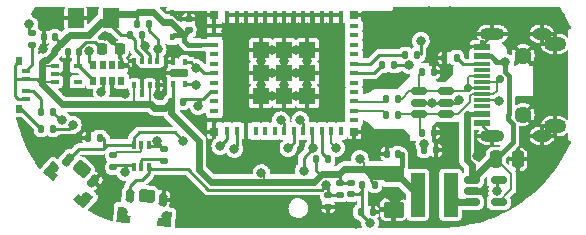
<source format=gtl>
G04 #@! TF.GenerationSoftware,KiCad,Pcbnew,(6.0.0)*
G04 #@! TF.CreationDate,2022-04-11T01:36:55-05:00*
G04 #@! TF.ProjectId,temp sensor,74656d70-2073-4656-9e73-6f722e6b6963,0.3*
G04 #@! TF.SameCoordinates,Original*
G04 #@! TF.FileFunction,Copper,L1,Top*
G04 #@! TF.FilePolarity,Positive*
%FSLAX45Y45*%
G04 Gerber Fmt 4.5, Leading zero omitted, Abs format (unit mm)*
G04 Created by KiCad (PCBNEW (6.0.0)) date 2022-04-11 01:36:55*
%MOMM*%
%LPD*%
G01*
G04 APERTURE LIST*
G04 Aperture macros list*
%AMRoundRect*
0 Rectangle with rounded corners*
0 $1 Rounding radius*
0 $2 $3 $4 $5 $6 $7 $8 $9 X,Y pos of 4 corners*
0 Add a 4 corners polygon primitive as box body*
4,1,4,$2,$3,$4,$5,$6,$7,$8,$9,$2,$3,0*
0 Add four circle primitives for the rounded corners*
1,1,$1+$1,$2,$3*
1,1,$1+$1,$4,$5*
1,1,$1+$1,$6,$7*
1,1,$1+$1,$8,$9*
0 Add four rect primitives between the rounded corners*
20,1,$1+$1,$2,$3,$4,$5,0*
20,1,$1+$1,$4,$5,$6,$7,0*
20,1,$1+$1,$6,$7,$8,$9,0*
20,1,$1+$1,$8,$9,$2,$3,0*%
%AMFreePoly0*
4,1,16,0.475001,-0.400000,0.075000,-0.400000,0.075000,-0.388121,0.000000,-0.400000,-0.123607,-0.380423,-0.235114,-0.323607,-0.323607,-0.235114,-0.380423,-0.123607,-0.400000,0.000000,-0.380423,0.123607,-0.323607,0.235114,-0.308721,0.250000,-0.675000,0.250000,-0.675000,0.900000,0.475000,0.900000,0.475001,-0.400000,0.475001,-0.400000,$1*%
%AMFreePoly1*
4,1,16,0.675000,0.250000,0.308721,0.250000,0.323607,0.235114,0.380423,0.123607,0.400000,0.000000,0.380423,-0.123607,0.323607,-0.235114,0.235114,-0.323607,0.123607,-0.380423,0.000000,-0.400000,-0.075000,-0.388121,-0.075000,-0.400000,-0.475000,-0.400000,-0.475000,0.900000,0.675000,0.900000,0.675000,0.250000,0.675000,0.250000,$1*%
G04 Aperture macros list end*
G04 #@! TA.AperFunction,SMDPad,CuDef*
%ADD10R,0.450000X0.600000*%
G04 #@! TD*
G04 #@! TA.AperFunction,SMDPad,CuDef*
%ADD11RoundRect,0.140000X-0.170000X0.140000X-0.170000X-0.140000X0.170000X-0.140000X0.170000X0.140000X0*%
G04 #@! TD*
G04 #@! TA.AperFunction,SMDPad,CuDef*
%ADD12RoundRect,0.150000X-0.512500X-0.150000X0.512500X-0.150000X0.512500X0.150000X-0.512500X0.150000X0*%
G04 #@! TD*
G04 #@! TA.AperFunction,SMDPad,CuDef*
%ADD13R,0.350000X0.500000*%
G04 #@! TD*
G04 #@! TA.AperFunction,SMDPad,CuDef*
%ADD14R,1.200000X3.700000*%
G04 #@! TD*
G04 #@! TA.AperFunction,SMDPad,CuDef*
%ADD15RoundRect,0.135000X-0.135000X-0.185000X0.135000X-0.185000X0.135000X0.185000X-0.135000X0.185000X0*%
G04 #@! TD*
G04 #@! TA.AperFunction,SMDPad,CuDef*
%ADD16RoundRect,0.135000X0.135000X0.185000X-0.135000X0.185000X-0.135000X-0.185000X0.135000X-0.185000X0*%
G04 #@! TD*
G04 #@! TA.AperFunction,SMDPad,CuDef*
%ADD17RoundRect,0.135000X0.185000X-0.135000X0.185000X0.135000X-0.185000X0.135000X-0.185000X-0.135000X0*%
G04 #@! TD*
G04 #@! TA.AperFunction,SMDPad,CuDef*
%ADD18RoundRect,0.087500X0.087500X-0.187500X0.087500X0.187500X-0.087500X0.187500X-0.087500X-0.187500X0*%
G04 #@! TD*
G04 #@! TA.AperFunction,SMDPad,CuDef*
%ADD19RoundRect,0.175000X0.625000X-0.175000X0.625000X0.175000X-0.625000X0.175000X-0.625000X-0.175000X0*%
G04 #@! TD*
G04 #@! TA.AperFunction,SMDPad,CuDef*
%ADD20RoundRect,0.250000X-0.250000X-0.475000X0.250000X-0.475000X0.250000X0.475000X-0.250000X0.475000X0*%
G04 #@! TD*
G04 #@! TA.AperFunction,SMDPad,CuDef*
%ADD21RoundRect,0.140000X-0.140000X-0.170000X0.140000X-0.170000X0.140000X0.170000X-0.140000X0.170000X0*%
G04 #@! TD*
G04 #@! TA.AperFunction,SMDPad,CuDef*
%ADD22R,1.450000X0.600000*%
G04 #@! TD*
G04 #@! TA.AperFunction,SMDPad,CuDef*
%ADD23R,1.450000X0.300000*%
G04 #@! TD*
G04 #@! TA.AperFunction,ComponentPad*
%ADD24O,2.100000X1.000000*%
G04 #@! TD*
G04 #@! TA.AperFunction,ComponentPad*
%ADD25O,1.600000X1.000000*%
G04 #@! TD*
G04 #@! TA.AperFunction,SMDPad,CuDef*
%ADD26RoundRect,0.140000X0.140000X0.170000X-0.140000X0.170000X-0.140000X-0.170000X0.140000X-0.170000X0*%
G04 #@! TD*
G04 #@! TA.AperFunction,SMDPad,CuDef*
%ADD27RoundRect,0.275000X-0.451417X-0.229069X0.393926X-0.317918X0.451417X0.229069X-0.393926X0.317918X0*%
G04 #@! TD*
G04 #@! TA.AperFunction,SMDPad,CuDef*
%ADD28RoundRect,0.175000X-0.213240X-0.354653X0.134843X-0.391238X0.213240X0.354653X-0.134843X0.391238X0*%
G04 #@! TD*
G04 #@! TA.AperFunction,ComponentPad*
%ADD29FreePoly0,174.000000*%
G04 #@! TD*
G04 #@! TA.AperFunction,ComponentPad*
%ADD30FreePoly1,174.000000*%
G04 #@! TD*
G04 #@! TA.AperFunction,SMDPad,CuDef*
%ADD31RoundRect,0.135000X-0.185000X0.135000X-0.185000X-0.135000X0.185000X-0.135000X0.185000X0.135000X0*%
G04 #@! TD*
G04 #@! TA.AperFunction,SMDPad,CuDef*
%ADD32RoundRect,0.140000X0.170000X-0.140000X0.170000X0.140000X-0.170000X0.140000X-0.170000X-0.140000X0*%
G04 #@! TD*
G04 #@! TA.AperFunction,SMDPad,CuDef*
%ADD33R,0.400000X0.650000*%
G04 #@! TD*
G04 #@! TA.AperFunction,SMDPad,CuDef*
%ADD34R,0.630000X0.660000*%
G04 #@! TD*
G04 #@! TA.AperFunction,SMDPad,CuDef*
%ADD35R,0.800000X0.400000*%
G04 #@! TD*
G04 #@! TA.AperFunction,SMDPad,CuDef*
%ADD36RoundRect,0.275000X-0.501168X0.071280X0.140335X-0.486370X0.501168X-0.071280X-0.140335X0.486370X0*%
G04 #@! TD*
G04 #@! TA.AperFunction,SMDPad,CuDef*
%ADD37RoundRect,0.175000X-0.378096X-0.168206X-0.113948X-0.397826X0.378096X0.168206X0.113948X0.397826X0*%
G04 #@! TD*
G04 #@! TA.AperFunction,ComponentPad*
%ADD38FreePoly0,139.000000*%
G04 #@! TD*
G04 #@! TA.AperFunction,ComponentPad*
%ADD39FreePoly1,139.000000*%
G04 #@! TD*
G04 #@! TA.AperFunction,SMDPad,CuDef*
%ADD40R,0.400000X0.800000*%
G04 #@! TD*
G04 #@! TA.AperFunction,SMDPad,CuDef*
%ADD41R,1.450000X1.450000*%
G04 #@! TD*
G04 #@! TA.AperFunction,SMDPad,CuDef*
%ADD42R,0.700000X0.700000*%
G04 #@! TD*
G04 #@! TA.AperFunction,SMDPad,CuDef*
%ADD43RoundRect,0.250001X0.462499X0.624999X-0.462499X0.624999X-0.462499X-0.624999X0.462499X-0.624999X0*%
G04 #@! TD*
G04 #@! TA.AperFunction,SMDPad,CuDef*
%ADD44RoundRect,0.250001X-0.624999X0.462499X-0.624999X-0.462499X0.624999X-0.462499X0.624999X0.462499X0*%
G04 #@! TD*
G04 #@! TA.AperFunction,SMDPad,CuDef*
%ADD45R,0.590000X0.690000*%
G04 #@! TD*
G04 #@! TA.AperFunction,SMDPad,CuDef*
%ADD46RoundRect,0.225000X-0.225000X-0.250000X0.225000X-0.250000X0.225000X0.250000X-0.225000X0.250000X0*%
G04 #@! TD*
G04 #@! TA.AperFunction,SMDPad,CuDef*
%ADD47R,0.650000X0.400000*%
G04 #@! TD*
G04 #@! TA.AperFunction,ComponentPad*
%ADD48O,1.900000X1.200000*%
G04 #@! TD*
G04 #@! TA.AperFunction,ComponentPad*
%ADD49C,1.450000*%
G04 #@! TD*
G04 #@! TA.AperFunction,ViaPad*
%ADD50C,0.800000*%
G04 #@! TD*
G04 #@! TA.AperFunction,ViaPad*
%ADD51C,0.700000*%
G04 #@! TD*
G04 #@! TA.AperFunction,Conductor*
%ADD52C,0.250000*%
G04 #@! TD*
G04 #@! TA.AperFunction,Conductor*
%ADD53C,0.600000*%
G04 #@! TD*
G04 #@! TA.AperFunction,Conductor*
%ADD54C,0.400000*%
G04 #@! TD*
G04 #@! TA.AperFunction,Conductor*
%ADD55C,0.200000*%
G04 #@! TD*
G04 #@! TA.AperFunction,Conductor*
%ADD56C,0.350000*%
G04 #@! TD*
G04 #@! TA.AperFunction,Conductor*
%ADD57C,0.152400*%
G04 #@! TD*
G04 APERTURE END LIST*
D10*
G04 #@! TO.P,D1,1,A1*
G04 #@! TO.N,+3V3*
X13082800Y-8862000D03*
G04 #@! TO.P,D1,2,A2*
G04 #@! TO.N,GND*
X13082800Y-8652000D03*
G04 #@! TD*
D11*
G04 #@! TO.P,C11,1*
G04 #@! TO.N,+3V3*
X14602800Y-10093000D03*
G04 #@! TO.P,C11,2*
G04 #@! TO.N,Net-(R8-Pad1)*
X14602800Y-10189000D03*
G04 #@! TD*
D12*
G04 #@! TO.P,U5,1*
G04 #@! TO.N,/D+*
X15177558Y-9319002D03*
G04 #@! TO.P,U5,2,GND*
G04 #@! TO.N,GND*
X15177558Y-9414002D03*
G04 #@! TO.P,U5,3*
G04 #@! TO.N,/D-*
X15177558Y-9509002D03*
G04 #@! TO.P,U5,4,B*
X15405058Y-9509002D03*
G04 #@! TO.P,U5,5,GND*
G04 #@! TO.N,GND*
X15405058Y-9414002D03*
G04 #@! TO.P,U5,6,A*
G04 #@! TO.N,/D+*
X15405058Y-9319002D03*
G04 #@! TD*
D13*
G04 #@! TO.P,U3,1,GND*
G04 #@! TO.N,GND*
X12765700Y-9060500D03*
G04 #@! TO.P,U3,2,CSB*
G04 #@! TO.N,+3V3*
X12830700Y-9060500D03*
G04 #@! TO.P,U3,3,SDI*
G04 #@! TO.N,/I38_pico*
X12895700Y-9060500D03*
G04 #@! TO.P,U3,4,SCK*
G04 #@! TO.N,/IO13_pico*
X12960700Y-9060500D03*
G04 #@! TO.P,U3,5,SDO*
G04 #@! TO.N,GND*
X12960700Y-9265500D03*
G04 #@! TO.P,U3,6,VDDIO*
G04 #@! TO.N,+3V3*
X12895700Y-9265500D03*
G04 #@! TO.P,U3,7,GND*
G04 #@! TO.N,GND*
X12830700Y-9265500D03*
G04 #@! TO.P,U3,8,VDD*
G04 #@! TO.N,+3V3*
X12765700Y-9265500D03*
G04 #@! TD*
D11*
G04 #@! TO.P,C2,1*
G04 #@! TO.N,/Boot_Option*
X14405800Y-10198000D03*
G04 #@! TO.P,C2,2*
G04 #@! TO.N,GND*
X14405800Y-10294000D03*
G04 #@! TD*
D14*
G04 #@! TO.P,L2,1*
G04 #@! TO.N,Net-(L2-Pad1)*
X15443300Y-10192100D03*
G04 #@! TO.P,L2,2*
G04 #@! TO.N,+3V3*
X15163300Y-10192100D03*
G04 #@! TD*
D15*
G04 #@! TO.P,R8,1*
G04 #@! TO.N,Net-(R8-Pad1)*
X14696800Y-10111000D03*
G04 #@! TO.P,R8,2*
G04 #@! TO.N,+3V3*
X14798800Y-10111000D03*
G04 #@! TD*
G04 #@! TO.P,R1,1*
G04 #@! TO.N,Net-(IC1-Pad31)*
X15059776Y-9008222D03*
G04 #@! TO.P,R1,2*
G04 #@! TO.N,/TDX0*
X15161776Y-9008222D03*
G04 #@! TD*
D16*
G04 #@! TO.P,R3,1*
G04 #@! TO.N,/IO15_pico*
X12075800Y-9497000D03*
G04 #@! TO.P,R3,2*
G04 #@! TO.N,/RK*
X11973800Y-9497000D03*
G04 #@! TD*
D17*
G04 #@! TO.P,R15,1*
G04 #@! TO.N,/BK*
X11897800Y-8930000D03*
G04 #@! TO.P,R15,2*
G04 #@! TO.N,/IO32_pico*
X11897800Y-8828000D03*
G04 #@! TD*
D16*
G04 #@! TO.P,R13,1*
G04 #@! TO.N,/D-*
X15000800Y-9518000D03*
G04 #@! TO.P,R13,2*
G04 #@! TO.N,/USB_D-*
X14898800Y-9518000D03*
G04 #@! TD*
D12*
G04 #@! TO.P,U2,1,EN*
G04 #@! TO.N,/V_USB*
X15622050Y-10068000D03*
G04 #@! TO.P,U2,2,GND*
G04 #@! TO.N,GND*
X15622050Y-10163000D03*
G04 #@! TO.P,U2,3,SW*
G04 #@! TO.N,Net-(L2-Pad1)*
X15622050Y-10258000D03*
G04 #@! TO.P,U2,4,VIN*
G04 #@! TO.N,/V_USB*
X15849550Y-10258000D03*
G04 #@! TO.P,U2,5,FB*
G04 #@! TO.N,Net-(R8-Pad1)*
X15849550Y-10068000D03*
G04 #@! TD*
D18*
G04 #@! TO.P,U1,1,VDD*
G04 #@! TO.N,+3V3*
X13090800Y-9256500D03*
G04 #@! TO.P,U1,2,SCL*
G04 #@! TO.N,/IO13_pico*
X13190800Y-9256500D03*
G04 #@! TO.P,U1,3,SDA*
G04 #@! TO.N,/I38_pico*
X13190800Y-9071500D03*
G04 #@! TO.P,U1,4,VSS*
G04 #@! TO.N,GND*
X13090800Y-9071500D03*
D19*
G04 #@! TO.P,U1,5,GND*
X13140800Y-9164000D03*
G04 #@! TD*
D20*
G04 #@! TO.P,C8,1*
G04 #@! TO.N,/V_USB*
X15825720Y-9894824D03*
G04 #@! TO.P,C8,2*
G04 #@! TO.N,GND*
X16015720Y-9894824D03*
G04 #@! TD*
D16*
G04 #@! TO.P,R11,1*
G04 #@! TO.N,GND*
X15300144Y-9667240D03*
G04 #@! TO.P,R11,2*
G04 #@! TO.N,/D-*
X15198144Y-9667240D03*
G04 #@! TD*
D15*
G04 #@! TO.P,R14,1*
G04 #@! TO.N,/GK*
X11975800Y-9636000D03*
G04 #@! TO.P,R14,2*
G04 #@! TO.N,/IO33_pico*
X12077800Y-9636000D03*
G04 #@! TD*
D16*
G04 #@! TO.P,R12,1*
G04 #@! TO.N,/D+*
X15000424Y-9379966D03*
G04 #@! TO.P,R12,2*
G04 #@! TO.N,/USB_D+*
X14898424Y-9379966D03*
G04 #@! TD*
G04 #@! TO.P,R17,1*
G04 #@! TO.N,/IO13_pico*
X12890800Y-8745000D03*
G04 #@! TO.P,R17,2*
G04 #@! TO.N,+3V3*
X12788800Y-8745000D03*
G04 #@! TD*
D15*
G04 #@! TO.P,R2,1*
G04 #@! TO.N,Net-(IC1-Pad30)*
X14865800Y-9098000D03*
G04 #@! TO.P,R2,2*
G04 #@! TO.N,/RTX0*
X14967800Y-9098000D03*
G04 #@! TD*
D21*
G04 #@! TO.P,C4,1*
G04 #@! TO.N,GND*
X12376800Y-9710000D03*
G04 #@! TO.P,C4,2*
G04 #@! TO.N,/EN*
X12472800Y-9710000D03*
G04 #@! TD*
D22*
G04 #@! TO.P,J1,A1,GND*
G04 #@! TO.N,GND*
X15705196Y-9589396D03*
G04 #@! TO.P,J1,A4,VBUS*
G04 #@! TO.N,/V_USB*
X15705196Y-9509396D03*
D23*
G04 #@! TO.P,J1,A5,CC1*
G04 #@! TO.N,/CC1*
X15705196Y-9389396D03*
G04 #@! TO.P,J1,A6,D+*
G04 #@! TO.N,/D+*
X15705196Y-9289396D03*
G04 #@! TO.P,J1,A7,D-*
G04 #@! TO.N,/D-*
X15705196Y-9239396D03*
G04 #@! TO.P,J1,A8,SBU1*
G04 #@! TO.N,unconnected-(J1-PadA8)*
X15705196Y-9139396D03*
D22*
G04 #@! TO.P,J1,A9,VBUS*
G04 #@! TO.N,/V_USB*
X15705196Y-9019396D03*
G04 #@! TO.P,J1,A12,GND*
G04 #@! TO.N,GND*
X15705196Y-8939396D03*
G04 #@! TO.P,J1,B1,GND*
X15705196Y-8939396D03*
G04 #@! TO.P,J1,B4,VBUS*
G04 #@! TO.N,/V_USB*
X15705196Y-9019396D03*
D23*
G04 #@! TO.P,J1,B5,CC2*
G04 #@! TO.N,/CC2*
X15705196Y-9089396D03*
G04 #@! TO.P,J1,B6,D+*
G04 #@! TO.N,/D+*
X15705196Y-9189396D03*
G04 #@! TO.P,J1,B7,D-*
G04 #@! TO.N,/D-*
X15705196Y-9339396D03*
G04 #@! TO.P,J1,B8,SBU2*
G04 #@! TO.N,unconnected-(J1-PadB8)*
X15705196Y-9439396D03*
D22*
G04 #@! TO.P,J1,B9,VBUS*
G04 #@! TO.N,/V_USB*
X15705196Y-9509396D03*
G04 #@! TO.P,J1,B12,GND*
G04 #@! TO.N,GND*
X15705196Y-9589396D03*
D24*
G04 #@! TO.P,J1,S1,SHIELD*
X15796696Y-8832396D03*
X15796696Y-9696396D03*
D25*
X16214696Y-9696396D03*
X16214696Y-8832396D03*
G04 #@! TD*
D17*
G04 #@! TO.P,R5,1*
G04 #@! TO.N,/RTS*
X12587800Y-9962000D03*
G04 #@! TO.P,R5,2*
G04 #@! TO.N,Net-(Q1-Pad5)*
X12587800Y-9860000D03*
G04 #@! TD*
D16*
G04 #@! TO.P,R7,1*
G04 #@! TO.N,/EN*
X13174800Y-9410000D03*
G04 #@! TO.P,R7,2*
G04 #@! TO.N,+3V3*
X13072800Y-9410000D03*
G04 #@! TD*
D15*
G04 #@! TO.P,R19,1*
G04 #@! TO.N,GND*
X15390800Y-9033000D03*
G04 #@! TO.P,R19,2*
G04 #@! TO.N,/CC2*
X15492800Y-9033000D03*
G04 #@! TD*
D26*
G04 #@! TO.P,C6,1*
G04 #@! TO.N,+3V3*
X14997800Y-9848384D03*
G04 #@! TO.P,C6,2*
G04 #@! TO.N,GND*
X14901800Y-9848384D03*
G04 #@! TD*
D27*
G04 #@! TO.P,SW2,*
G04 #@! TO.N,*
X12868998Y-10205603D03*
D28*
G04 #@! TO.P,SW2,1,1*
G04 #@! TO.N,GND*
X13006663Y-10235154D03*
G04 #@! TO.P,SW2,2,2*
G04 #@! TO.N,/Boot_Option*
X12728197Y-10205886D03*
D29*
G04 #@! TO.P,SW2,MP*
G04 #@! TO.N,N/C*
X12671819Y-10335704D03*
D30*
X13034819Y-10373857D03*
G04 #@! TD*
D31*
G04 #@! TO.P,R4,1*
G04 #@! TO.N,/DTR*
X13017800Y-9809000D03*
G04 #@! TO.P,R4,2*
G04 #@! TO.N,Net-(Q1-Pad2)*
X13017800Y-9911000D03*
G04 #@! TD*
D32*
G04 #@! TO.P,C5,1*
G04 #@! TO.N,+3V3*
X13225800Y-8803000D03*
G04 #@! TO.P,C5,2*
G04 #@! TO.N,GND*
X13225800Y-8707000D03*
G04 #@! TD*
D16*
G04 #@! TO.P,R9,1*
G04 #@! TO.N,GND*
X14782800Y-10340000D03*
G04 #@! TO.P,R9,2*
G04 #@! TO.N,Net-(R8-Pad1)*
X14680800Y-10340000D03*
G04 #@! TD*
D33*
G04 #@! TO.P,Q1,1,E1*
G04 #@! TO.N,/RTS*
X12759800Y-9960000D03*
G04 #@! TO.P,Q1,2,B1*
G04 #@! TO.N,Net-(Q1-Pad2)*
X12824800Y-9960000D03*
G04 #@! TO.P,Q1,3,C2*
G04 #@! TO.N,/Boot_Option*
X12889800Y-9960000D03*
G04 #@! TO.P,Q1,4,E2*
G04 #@! TO.N,/DTR*
X12889800Y-9770000D03*
G04 #@! TO.P,Q1,5,B2*
G04 #@! TO.N,Net-(Q1-Pad5)*
X12824800Y-9770000D03*
G04 #@! TO.P,Q1,6,C1*
G04 #@! TO.N,/EN*
X12759800Y-9770000D03*
G04 #@! TD*
D34*
G04 #@! TO.P,D2,1,AB*
G04 #@! TO.N,+3V3*
X11789500Y-9061000D03*
D35*
G04 #@! TO.P,D2,2,KB*
G04 #@! TO.N,/BK*
X11848000Y-9142000D03*
G04 #@! TO.P,D2,3,AR*
G04 #@! TO.N,+3V3*
X11848000Y-9210000D03*
G04 #@! TO.P,D2,4,KR*
G04 #@! TO.N,/RK*
X11848000Y-9316000D03*
G04 #@! TO.P,D2,5,AG*
G04 #@! TO.N,+3V3*
X11848000Y-9384000D03*
D34*
G04 #@! TO.P,D2,6,KR*
G04 #@! TO.N,/GK*
X11789500Y-9465000D03*
G04 #@! TD*
D26*
G04 #@! TO.P,C1,1*
G04 #@! TO.N,+3V3*
X12092800Y-8859000D03*
G04 #@! TO.P,C1,2*
G04 #@! TO.N,GND*
X11996800Y-8859000D03*
G04 #@! TD*
D16*
G04 #@! TO.P,R16,1*
G04 #@! TO.N,/I38_pico*
X12828800Y-8839000D03*
G04 #@! TO.P,R16,2*
G04 #@! TO.N,+3V3*
X12726800Y-8839000D03*
G04 #@! TD*
D17*
G04 #@! TO.P,R6,1*
G04 #@! TO.N,/Boot_Option*
X14504800Y-10195000D03*
G04 #@! TO.P,R6,2*
G04 #@! TO.N,+3V3*
X14504800Y-10093000D03*
G04 #@! TD*
D36*
G04 #@! TO.P,SW1,*
G04 #@! TO.N,*
X12319666Y-9976982D03*
D37*
G04 #@! TO.P,SW1,1,1*
G04 #@! TO.N,GND*
X12415485Y-10080151D03*
G04 #@! TO.P,SW1,2,2*
G04 #@! TO.N,/EN*
X12204166Y-9896454D03*
D38*
G04 #@! TO.P,SW1,MP*
G04 #@! TO.N,N/C*
X12083523Y-9970458D03*
D39*
X12358992Y-10209919D03*
G04 #@! TD*
D15*
G04 #@! TO.P,R10,1*
G04 #@! TO.N,/D+*
X15196800Y-9157000D03*
G04 #@! TO.P,R10,2*
G04 #@! TO.N,GND*
X15298800Y-9157000D03*
G04 #@! TD*
D16*
G04 #@! TO.P,R20,1*
G04 #@! TO.N,GND*
X15318686Y-9816084D03*
G04 #@! TO.P,R20,2*
G04 #@! TO.N,/CC1*
X15216686Y-9816084D03*
G04 #@! TD*
D35*
G04 #@! TO.P,IC1,1,GND_1*
G04 #@! TO.N,GND*
X13443000Y-8764000D03*
G04 #@! TO.P,IC1,2,GND_2*
X13443000Y-8844000D03*
G04 #@! TO.P,IC1,3,3V3*
G04 #@! TO.N,+3V3*
X13443000Y-8924000D03*
G04 #@! TO.P,IC1,4,NC_1*
G04 #@! TO.N,/I36_pico*
X13443000Y-9004000D03*
G04 #@! TO.P,IC1,5,IO2*
G04 #@! TO.N,/I37_pico*
X13443000Y-9084000D03*
G04 #@! TO.P,IC1,6,IO3*
G04 #@! TO.N,/I38_pico*
X13443000Y-9164000D03*
G04 #@! TO.P,IC1,7,NC_2*
G04 #@! TO.N,/I39_pico*
X13443000Y-9244000D03*
G04 #@! TO.P,IC1,8,EN*
G04 #@! TO.N,/EN*
X13443000Y-9324000D03*
G04 #@! TO.P,IC1,9,NC_3*
G04 #@! TO.N,/I34_pico*
X13443000Y-9404000D03*
G04 #@! TO.P,IC1,10,NC_4*
G04 #@! TO.N,/I35_pico*
X13443000Y-9484000D03*
G04 #@! TO.P,IC1,11,GND_3*
G04 #@! TO.N,GND*
X13443000Y-9564000D03*
D40*
G04 #@! TO.P,IC1,12,IO0*
G04 #@! TO.N,/IO32_pico*
X13553000Y-9654000D03*
G04 #@! TO.P,IC1,13,IO1*
G04 #@! TO.N,/IO33_pico*
X13633000Y-9654000D03*
G04 #@! TO.P,IC1,14,GND_4*
G04 #@! TO.N,GND*
X13713000Y-9654000D03*
G04 #@! TO.P,IC1,15,NC_5*
G04 #@! TO.N,/IO25_pico*
X13793000Y-9654000D03*
G04 #@! TO.P,IC1,16,IO10*
G04 #@! TO.N,/IO26_pico*
X13873000Y-9654000D03*
G04 #@! TO.P,IC1,17,NC_6*
G04 #@! TO.N,/IO27_pico*
X13953000Y-9654000D03*
G04 #@! TO.P,IC1,18,IO4*
G04 #@! TO.N,/IO14_pico*
X14033000Y-9654000D03*
G04 #@! TO.P,IC1,19,IO5*
G04 #@! TO.N,/IO12_pico*
X14113000Y-9654000D03*
G04 #@! TO.P,IC1,20,IO6*
G04 #@! TO.N,/IO13_pico*
X14193000Y-9654000D03*
G04 #@! TO.P,IC1,21,IO7*
G04 #@! TO.N,/IO15_pico*
X14273000Y-9654000D03*
G04 #@! TO.P,IC1,22,IO8*
G04 #@! TO.N,/IO2_pico*
X14353000Y-9654000D03*
G04 #@! TO.P,IC1,23,IO9*
G04 #@! TO.N,/Boot_Option*
X14433000Y-9654000D03*
G04 #@! TO.P,IC1,24,NC_7*
G04 #@! TO.N,/IO4_pico*
X14513000Y-9654000D03*
D35*
G04 #@! TO.P,IC1,25,NC_8*
G04 #@! TO.N,unconnected-(IC1-Pad25)*
X14623000Y-9564000D03*
G04 #@! TO.P,IC1,26,IO18*
G04 #@! TO.N,/USB_D-*
X14623000Y-9484000D03*
G04 #@! TO.P,IC1,27,IO19*
G04 #@! TO.N,/USB_D+*
X14623000Y-9404000D03*
G04 #@! TO.P,IC1,28,NC_9*
G04 #@! TO.N,/IO8_pico*
X14623000Y-9324000D03*
G04 #@! TO.P,IC1,29,NC_10*
G04 #@! TO.N,/IO5_pico*
X14623000Y-9244000D03*
G04 #@! TO.P,IC1,30,RXD0*
G04 #@! TO.N,Net-(IC1-Pad30)*
X14623000Y-9164000D03*
G04 #@! TO.P,IC1,31,TXD0*
G04 #@! TO.N,Net-(IC1-Pad31)*
X14623000Y-9084000D03*
G04 #@! TO.P,IC1,32,NC_11*
G04 #@! TO.N,unconnected-(IC1-Pad32)*
X14623000Y-9004000D03*
G04 #@! TO.P,IC1,33,NC_12*
G04 #@! TO.N,/IO19_pico*
X14623000Y-8924000D03*
G04 #@! TO.P,IC1,34,NC_13*
G04 #@! TO.N,/IO22_pico*
X14623000Y-8844000D03*
G04 #@! TO.P,IC1,35,NC_14*
G04 #@! TO.N,/IO21_pico*
X14623000Y-8764000D03*
D40*
G04 #@! TO.P,IC1,36,GND_5*
G04 #@! TO.N,GND*
X14513000Y-8674000D03*
G04 #@! TO.P,IC1,37,GND_6*
X14433000Y-8674000D03*
G04 #@! TO.P,IC1,38,GND_7*
X14353000Y-8674000D03*
G04 #@! TO.P,IC1,39,GND_8*
X14273000Y-8674000D03*
G04 #@! TO.P,IC1,40,GND_9*
X14193000Y-8674000D03*
G04 #@! TO.P,IC1,41,GND_10*
X14113000Y-8674000D03*
G04 #@! TO.P,IC1,42,GND_11*
X14033000Y-8674000D03*
G04 #@! TO.P,IC1,43,GND_12*
X13953000Y-8674000D03*
G04 #@! TO.P,IC1,44,GND_13*
X13873000Y-8674000D03*
G04 #@! TO.P,IC1,45,GND_14*
X13793000Y-8674000D03*
G04 #@! TO.P,IC1,46,GND_15*
X13713000Y-8674000D03*
G04 #@! TO.P,IC1,47,GND_16*
X13633000Y-8674000D03*
G04 #@! TO.P,IC1,48,GND_17*
X13553000Y-8674000D03*
D41*
G04 #@! TO.P,IC1,49,GND_18*
X14033000Y-9164000D03*
D42*
G04 #@! TO.P,IC1,50,GND_19*
X14628000Y-8669000D03*
G04 #@! TO.P,IC1,51,GND_20*
X14628000Y-9659000D03*
G04 #@! TO.P,IC1,52,GND_21*
X13438000Y-9659000D03*
G04 #@! TO.P,IC1,53,GND_22*
X13438000Y-8669000D03*
D41*
G04 #@! TO.P,IC1,54,GND_23*
X13835500Y-8966500D03*
G04 #@! TO.P,IC1,55,GND_24*
X13835500Y-9164000D03*
G04 #@! TO.P,IC1,56,GND_25*
X13835500Y-9361500D03*
G04 #@! TO.P,IC1,57,GND_26*
X14033000Y-9361500D03*
G04 #@! TO.P,IC1,58,GND_27*
X14230500Y-9361500D03*
G04 #@! TO.P,IC1,59,GND_28*
X14230500Y-9164000D03*
G04 #@! TO.P,IC1,60,GND_29*
X14230500Y-8966500D03*
G04 #@! TO.P,IC1,61,GND_30*
X14033000Y-8966500D03*
G04 #@! TD*
D16*
G04 #@! TO.P,R21,1*
G04 #@! TO.N,/IO2_pico*
X14404800Y-9895000D03*
G04 #@! TO.P,R21,2*
G04 #@! TO.N,+3V3*
X14302800Y-9895000D03*
G04 #@! TD*
D43*
G04 #@! TO.P,C3,1*
G04 #@! TO.N,+3V3*
X12566550Y-8700000D03*
G04 #@! TO.P,C3,2*
G04 #@! TO.N,GND*
X12269050Y-8700000D03*
G04 #@! TD*
D44*
G04 #@! TO.P,C9,1*
G04 #@! TO.N,+3V3*
X14959800Y-10021250D03*
G04 #@! TO.P,C9,2*
G04 #@! TO.N,GND*
X14959800Y-10318750D03*
G04 #@! TD*
D26*
G04 #@! TO.P,C10,1*
G04 #@! TO.N,+1V8*
X12295800Y-8984000D03*
G04 #@! TO.P,C10,2*
G04 #@! TO.N,GND*
X12199800Y-8984000D03*
G04 #@! TD*
D45*
G04 #@! TO.P,U6,1,VDD*
G04 #@! TO.N,+1V8*
X12415800Y-9227000D03*
G04 #@! TO.P,U6,2,SCL*
G04 #@! TO.N,/IO13_pico*
X12495800Y-9227000D03*
G04 #@! TO.P,U6,3,GND*
G04 #@! TO.N,GND*
X12575800Y-9227000D03*
G04 #@! TO.P,U6,4,LDR*
G04 #@! TO.N,unconnected-(U6-Pad4)*
X12655800Y-9227000D03*
G04 #@! TO.P,U6,5,PGND*
G04 #@! TO.N,GND*
X12655800Y-9099000D03*
G04 #@! TO.P,U6,6,GPIO*
G04 #@! TO.N,unconnected-(U6-Pad6)*
X12575800Y-9099000D03*
G04 #@! TO.P,U6,7,INT*
G04 #@! TO.N,unconnected-(U6-Pad7)*
X12495800Y-9099000D03*
G04 #@! TO.P,U6,8,SDA*
G04 #@! TO.N,/I38_pico*
X12415800Y-9099000D03*
G04 #@! TD*
D46*
G04 #@! TO.P,C7,1*
G04 #@! TO.N,+1V8*
X12490300Y-8964000D03*
G04 #@! TO.P,C7,2*
G04 #@! TO.N,GND*
X12645300Y-8964000D03*
G04 #@! TD*
D47*
G04 #@! TO.P,U4,1,VIN*
G04 #@! TO.N,+3V3*
X12094800Y-9108000D03*
G04 #@! TO.P,U4,2,GND*
G04 #@! TO.N,GND*
X12094800Y-9173000D03*
G04 #@! TO.P,U4,3,EN*
G04 #@! TO.N,+3V3*
X12094800Y-9238000D03*
G04 #@! TO.P,U4,4,NC*
G04 #@! TO.N,unconnected-(U4-Pad4)*
X12284800Y-9238000D03*
G04 #@! TO.P,U4,5,VOUT*
G04 #@! TO.N,+1V8*
X12284800Y-9108000D03*
G04 #@! TD*
D48*
G04 #@! TO.P,J4,6,Shield*
G04 #@! TO.N,GND*
X16326250Y-9615000D03*
D49*
X16056250Y-9015000D03*
X16056250Y-9515000D03*
D48*
X16326250Y-8915000D03*
G04 #@! TD*
D50*
G04 #@! TO.N,GND*
X13841800Y-9499000D03*
X13678800Y-9497000D03*
G04 #@! TO.N,/IO14_pico*
X14005376Y-9563544D03*
G04 #@! TO.N,GND*
X12518800Y-8851000D03*
X12092800Y-8652000D03*
X16059800Y-10191000D03*
X13002899Y-9150701D03*
X15303300Y-10192100D03*
X14757000Y-8919000D03*
X14032000Y-8807000D03*
X14279000Y-8811000D03*
X14469000Y-8820000D03*
X13734000Y-8813000D03*
X13578000Y-8812000D03*
X14448000Y-9482000D03*
X14445000Y-9170000D03*
X13811832Y-10415058D03*
X11928800Y-8662000D03*
X15010800Y-9215000D03*
X14761000Y-9272000D03*
X14981000Y-9715000D03*
X14035800Y-9263000D03*
X13933800Y-9164000D03*
X13833800Y-9263000D03*
X13933800Y-9362000D03*
X13933800Y-8968582D03*
X14229800Y-9263000D03*
X14131800Y-9362000D03*
X14131800Y-9164000D03*
X14131800Y-8968582D03*
X14224562Y-9065000D03*
X14033800Y-9065000D03*
X13834800Y-9065000D03*
X13166800Y-10414000D03*
X12967800Y-9346000D03*
X15303246Y-10352024D03*
X12489800Y-10321000D03*
X13581800Y-8955000D03*
X14444800Y-9270000D03*
X11966702Y-9848596D03*
X13577800Y-9104000D03*
X14449800Y-9046000D03*
X14463850Y-10416582D03*
X15256800Y-8642000D03*
X15068800Y-8649000D03*
X11845800Y-9640000D03*
X12686800Y-9338050D03*
X13578800Y-9401000D03*
X14641521Y-10443915D03*
X16295624Y-9907016D03*
X13626800Y-10406000D03*
X16388588Y-9767062D03*
X15516098Y-9392158D03*
X15669800Y-9866000D03*
X13146800Y-10214000D03*
X12188800Y-9323000D03*
X12626491Y-9581293D03*
X15537800Y-8680000D03*
X13574800Y-9260000D03*
X15434800Y-8642000D03*
X11904800Y-9757000D03*
X15282674Y-9414000D03*
X14792706Y-9720580D03*
X13998268Y-10415058D03*
X15306802Y-9938004D03*
X12184800Y-9168000D03*
X13319800Y-8680000D03*
X14315514Y-10409216D03*
X14924606Y-10197380D03*
X14447800Y-9381000D03*
X16332800Y-8657000D03*
X16141192Y-10083800D03*
X13090800Y-10073000D03*
X13425800Y-10418000D03*
X14935800Y-8703000D03*
X15723800Y-10163000D03*
X12573762Y-10157714D03*
X14800580Y-8706612D03*
X15012744Y-10200428D03*
X13466800Y-9974000D03*
X13290800Y-10410000D03*
X11991196Y-8959396D03*
X13331800Y-8813000D03*
X15671800Y-8674000D03*
X15445486Y-9646158D03*
X12411800Y-8651000D03*
G04 #@! TO.N,+3V3*
X14673800Y-9890000D03*
X13841454Y-10011212D03*
G04 #@! TO.N,/RTX0*
X15093221Y-9097412D03*
G04 #@! TO.N,/TDX0*
X15189800Y-8890000D03*
G04 #@! TO.N,/Boot_Option*
X14474800Y-9797000D03*
X14390800Y-10109000D03*
G04 #@! TO.N,/EN*
X13177800Y-9735000D03*
X13307800Y-9442000D03*
D51*
G04 #@! TO.N,/D-*
X15862000Y-9216000D03*
G04 #@! TO.N,/D+*
X15592429Y-9288280D03*
D50*
G04 #@! TO.N,Net-(R8-Pad1)*
X14759800Y-10434000D03*
X15832253Y-10165472D03*
G04 #@! TO.N,/IO32_pico*
X13493440Y-9781599D03*
X11874800Y-8747000D03*
G04 #@! TO.N,/IO33_pico*
X13611800Y-9805000D03*
X12243618Y-9602739D03*
G04 #@! TO.N,/IO12_pico*
X14070226Y-9796950D03*
G04 #@! TO.N,/DTR*
X12959800Y-9739148D03*
G04 #@! TO.N,/RTS*
X12689800Y-10002000D03*
G04 #@! TO.N,/V_USB*
X15906750Y-9072118D03*
G04 #@! TO.N,/CC1*
X15854553Y-9396301D03*
X15220764Y-9767044D03*
G04 #@! TO.N,/IO13_pico*
X14171000Y-9562501D03*
X12486800Y-9321000D03*
X13288000Y-9266004D03*
X12962499Y-8960000D03*
G04 #@! TO.N,/IO15_pico*
X14197800Y-9989000D03*
X14279800Y-9796950D03*
X12152800Y-9561000D03*
G04 #@! TO.N,/I38_pico*
X12857125Y-8936298D03*
X13289800Y-9120000D03*
X12383800Y-8975000D03*
G04 #@! TD*
D52*
G04 #@! TO.N,/I38_pico*
X13353800Y-9164000D02*
X13443000Y-9164000D01*
X13241300Y-9071500D02*
X13190800Y-9071500D01*
X13309800Y-9120000D02*
X13353800Y-9164000D01*
X13289800Y-9120000D02*
X13309800Y-9120000D01*
X13289800Y-9120000D02*
X13241300Y-9071500D01*
G04 #@! TO.N,/IO14_pico*
X14033000Y-9591168D02*
X14033000Y-9654000D01*
X14005376Y-9563544D02*
X14033000Y-9591168D01*
G04 #@! TO.N,+1V8*
X12284800Y-9108000D02*
X12284800Y-8995000D01*
X12353790Y-8902549D02*
X12428849Y-8902549D01*
X12295800Y-8984000D02*
X12295800Y-8960539D01*
X12295800Y-8960539D02*
X12353790Y-8902549D01*
X12428849Y-8902549D02*
X12490300Y-8964000D01*
D53*
G04 #@! TO.N,+3V3*
X12120848Y-8934952D02*
X12122848Y-8934952D01*
X12081147Y-8996655D02*
X12081147Y-8974653D01*
X12028455Y-9049347D02*
X12081147Y-8996655D01*
X12081147Y-8974653D02*
X12120848Y-8934952D01*
X12006453Y-9049347D02*
X12028455Y-9049347D01*
X11986800Y-9102000D02*
X11986800Y-9069000D01*
X11986800Y-9069000D02*
X12006453Y-9049347D01*
X12481675Y-8733875D02*
X12543925Y-8733875D01*
X12377550Y-8838000D02*
X12481675Y-8733875D01*
X12219800Y-8838000D02*
X12377550Y-8838000D01*
X12122848Y-8934952D02*
X12219800Y-8838000D01*
D52*
X12122848Y-8889048D02*
X12122848Y-8934952D01*
X12092800Y-8859000D02*
X12122848Y-8889048D01*
D53*
X12616800Y-8661000D02*
X12543925Y-8733875D01*
X12778800Y-8661000D02*
X12616800Y-8661000D01*
X13073251Y-8731951D02*
X13184800Y-8843500D01*
X13010349Y-8731951D02*
X13073251Y-8731951D01*
X12922398Y-8644000D02*
X13010349Y-8731951D01*
X12795800Y-8644000D02*
X12922398Y-8644000D01*
D52*
X12788800Y-8671000D02*
X12788800Y-8745000D01*
D53*
X12778800Y-8661000D02*
X12795800Y-8644000D01*
D52*
X12778800Y-8661000D02*
X12788800Y-8671000D01*
G04 #@! TO.N,/I38_pico*
X12383800Y-9067000D02*
X12383800Y-8975000D01*
X12415800Y-9099000D02*
X12383800Y-9067000D01*
G04 #@! TO.N,GND*
X12532300Y-8851000D02*
X12645300Y-8964000D01*
X12518800Y-8851000D02*
X12532300Y-8851000D01*
G04 #@! TO.N,/IO13_pico*
X12962499Y-8878699D02*
X12962499Y-8960000D01*
X12890800Y-8807000D02*
X12962499Y-8878699D01*
X12890800Y-8745000D02*
X12890800Y-8807000D01*
G04 #@! TO.N,+3V3*
X12830700Y-9021250D02*
X12830700Y-9060500D01*
X12770849Y-8961399D02*
X12830700Y-9021250D01*
X12770849Y-8883049D02*
X12770849Y-8961399D01*
X12726800Y-8839000D02*
X12649050Y-8839000D01*
G04 #@! TO.N,/I38_pico*
X12828000Y-8839800D02*
X12828000Y-8944500D01*
G04 #@! TO.N,+3V3*
X12649050Y-8839000D02*
X12543925Y-8733875D01*
X12726800Y-8839000D02*
X12770849Y-8883049D01*
D54*
X13101300Y-8843500D02*
X13082800Y-8862000D01*
X13101300Y-8843500D02*
X13185300Y-8843500D01*
D52*
G04 #@! TO.N,GND*
X13137800Y-8707000D02*
X13082800Y-8652000D01*
X13225800Y-8707000D02*
X13137800Y-8707000D01*
D54*
G04 #@! TO.N,+3V3*
X13185300Y-8843500D02*
X13225800Y-8803000D01*
D52*
G04 #@! TO.N,/Boot_Option*
X14349800Y-10150000D02*
X14390800Y-10109000D01*
X13389481Y-10150000D02*
X14349800Y-10150000D01*
X14405800Y-10124000D02*
X14390800Y-10109000D01*
X14405800Y-10198000D02*
X14405800Y-10124000D01*
X14405800Y-10198000D02*
X14501800Y-10198000D01*
G04 #@! TO.N,Net-(R8-Pad1)*
X14602800Y-10189000D02*
X14670800Y-10189000D01*
X14670800Y-10189000D02*
X14696800Y-10163000D01*
X14696800Y-10163000D02*
X14696800Y-10371000D01*
X14696800Y-10111000D02*
X14696800Y-10163000D01*
G04 #@! TO.N,+3V3*
X14504800Y-10023100D02*
X14500750Y-10019050D01*
X14504800Y-10093000D02*
X14504800Y-10023100D01*
X14602800Y-10093000D02*
X14504800Y-10093000D01*
G04 #@! TO.N,GND*
X13015489Y-9138111D02*
X13002899Y-9150701D01*
D53*
X14975332Y-10237840D02*
X15012744Y-10200428D01*
D52*
X15401308Y-9414002D02*
X15282676Y-9414002D01*
D53*
X14975332Y-10310274D02*
X14975332Y-10237840D01*
D52*
X12765700Y-9084200D02*
X12765700Y-9060500D01*
D53*
X14959800Y-10232574D02*
X14924606Y-10197380D01*
X14959800Y-10318750D02*
X14959800Y-10232574D01*
X14924606Y-10205798D02*
X14975332Y-10256524D01*
D52*
X15494254Y-9414002D02*
X15516098Y-9392158D01*
X15282672Y-9414002D02*
X15282674Y-9414000D01*
D53*
X14924606Y-10197380D02*
X14924606Y-10205798D01*
X15622050Y-10163000D02*
X15723800Y-10163000D01*
D52*
X12830700Y-9149200D02*
X12765700Y-9084200D01*
X15181308Y-9414002D02*
X15282672Y-9414002D01*
X15401308Y-9414002D02*
X15494254Y-9414002D01*
D53*
X14975332Y-10256524D02*
X14920934Y-10310922D01*
D52*
X15282676Y-9414002D02*
X15282674Y-9414000D01*
X12830700Y-9203200D02*
X12886950Y-9146950D01*
X12977277Y-9150701D02*
X12883199Y-9150701D01*
X15705196Y-9604896D02*
X15796696Y-9696396D01*
X15705196Y-8923896D02*
X15796696Y-8832396D01*
X12960700Y-9151777D02*
X12955873Y-9146950D01*
X12830700Y-9265500D02*
X12830700Y-9149200D01*
X12955873Y-9146950D02*
X12886950Y-9146950D01*
D53*
G04 #@! TO.N,+3V3*
X11986800Y-9102000D02*
X11986800Y-9259000D01*
X13072800Y-9501000D02*
X13310800Y-9739000D01*
X13310800Y-9739000D02*
X13310800Y-9983000D01*
X13865800Y-10087000D02*
X14284800Y-10087000D01*
D55*
X14709565Y-9925765D02*
X14673800Y-9890000D01*
D53*
X13024800Y-9458000D02*
X13072800Y-9410000D01*
D55*
X11992800Y-9108000D02*
X11986800Y-9102000D01*
D53*
X12155800Y-9428000D02*
X12787800Y-9428000D01*
D54*
X13184800Y-8890000D02*
X13219800Y-8925000D01*
X13184800Y-8843500D02*
X13184800Y-8890000D01*
X14733344Y-10001292D02*
X14766364Y-10034312D01*
D55*
X12007800Y-9238000D02*
X11986800Y-9259000D01*
D56*
X13319800Y-8924000D02*
X13443000Y-8924000D01*
D53*
X14766364Y-10034312D02*
X15005512Y-10034312D01*
X11986800Y-9259000D02*
X12155800Y-9428000D01*
D52*
X13090800Y-9256500D02*
X13090800Y-9392000D01*
X11758500Y-9361000D02*
X11758500Y-9094500D01*
D54*
X13219800Y-8925000D02*
X13318800Y-8925000D01*
D53*
X14807500Y-10002500D02*
X14775688Y-10034312D01*
D55*
X12895700Y-9420900D02*
X12902800Y-9428000D01*
D52*
X11848000Y-9210000D02*
X11937800Y-9210000D01*
D53*
X13072800Y-9410000D02*
X13072800Y-9501000D01*
D52*
X11761000Y-9210000D02*
X11848000Y-9210000D01*
D55*
X12094800Y-9108000D02*
X11992800Y-9108000D01*
D53*
X14284800Y-10087000D02*
X14342800Y-10029000D01*
D52*
X11758500Y-9207500D02*
X11761000Y-9210000D01*
X14302800Y-9895000D02*
X14302800Y-9989000D01*
X14766364Y-10078564D02*
X14766364Y-10034312D01*
D53*
X14946965Y-9975765D02*
X14823895Y-9975765D01*
X14500750Y-10019050D02*
X14544035Y-9975765D01*
X14709565Y-9975765D02*
X14823895Y-9975765D01*
D52*
X11848500Y-9386000D02*
X11783500Y-9386000D01*
X14801812Y-10034312D02*
X14766364Y-10034312D01*
D53*
X12902800Y-9428000D02*
X12932800Y-9458000D01*
D55*
X12765700Y-9405900D02*
X12787800Y-9428000D01*
D53*
X14946965Y-9975765D02*
X15163300Y-10192100D01*
X12787800Y-9428000D02*
X12902800Y-9428000D01*
D52*
X14302800Y-9989000D02*
X14342800Y-10029000D01*
D53*
X14798368Y-10001292D02*
X14823895Y-9975765D01*
D52*
X13090800Y-9392000D02*
X13072800Y-9410000D01*
D53*
X13414800Y-10087000D02*
X13865800Y-10087000D01*
X14352750Y-10019050D02*
X14500750Y-10019050D01*
X14342800Y-10029000D02*
X14352750Y-10019050D01*
X12932800Y-9458000D02*
X13024800Y-9458000D01*
D55*
X12094800Y-9238000D02*
X12007800Y-9238000D01*
D53*
X14544035Y-9975765D02*
X14709565Y-9975765D01*
D55*
X12895700Y-9265500D02*
X12895700Y-9420900D01*
X13865800Y-10035558D02*
X13841454Y-10011212D01*
X13865800Y-10087000D02*
X13865800Y-10035558D01*
D52*
X11758500Y-9094500D02*
X11790000Y-9063000D01*
X11783500Y-9386000D02*
X11758500Y-9361000D01*
X11937800Y-9210000D02*
X11986800Y-9259000D01*
D54*
X15027300Y-9848384D02*
X15027300Y-9953750D01*
D52*
X14798800Y-10111000D02*
X14766364Y-10078564D01*
D55*
X12765700Y-9265500D02*
X12765700Y-9405900D01*
D54*
X15027300Y-9953750D02*
X14959800Y-10021250D01*
D53*
X13310800Y-9983000D02*
X13414800Y-10087000D01*
D55*
X14709565Y-9975765D02*
X14709565Y-9925765D01*
D52*
G04 #@! TO.N,/RTX0*
X15093221Y-9097412D02*
X15091809Y-9096000D01*
X15091809Y-9096000D02*
X14969800Y-9096000D01*
G04 #@! TO.N,/TDX0*
X15189800Y-8890000D02*
X15189800Y-9004746D01*
G04 #@! TO.N,/Boot_Option*
X12779800Y-10070000D02*
X12832202Y-10070000D01*
D55*
X14433000Y-9654000D02*
X14433000Y-9755200D01*
X14433000Y-9755200D02*
X14474800Y-9797000D01*
D52*
X12889800Y-10012402D02*
X12889800Y-9960000D01*
X13219481Y-9980000D02*
X12909800Y-9980000D01*
X12832202Y-10070000D02*
X12889800Y-10012402D01*
X12728197Y-10121603D02*
X12779800Y-10070000D01*
X12728197Y-10205886D02*
X12728197Y-10121603D01*
X12909800Y-9980000D02*
X12889800Y-9960000D01*
X13389481Y-10150000D02*
X13219481Y-9980000D01*
G04 #@! TO.N,/EN*
X12293621Y-9807000D02*
X12496800Y-9807000D01*
X13348500Y-9380000D02*
X13404500Y-9324000D01*
X12510800Y-9793000D02*
X12510800Y-9718500D01*
X13109498Y-9666698D02*
X13177800Y-9735000D01*
X13319800Y-9380000D02*
X13319800Y-9430000D01*
X12759800Y-9712500D02*
X12805602Y-9666698D01*
X13204800Y-9380000D02*
X13319800Y-9380000D01*
X13319800Y-9430000D02*
X13307800Y-9442000D01*
X12805602Y-9666698D02*
X13109498Y-9666698D01*
X12496800Y-9807000D02*
X12533800Y-9770000D01*
X12204166Y-9896454D02*
X12293621Y-9807000D01*
X12510800Y-9718500D02*
X12502300Y-9710000D01*
X13404500Y-9324000D02*
X13443000Y-9324000D01*
X12533800Y-9770000D02*
X12759800Y-9770000D01*
X13174800Y-9410000D02*
X13204800Y-9380000D01*
X12759800Y-9770000D02*
X12759800Y-9712500D01*
X13319800Y-9380000D02*
X13348500Y-9380000D01*
G04 #@! TO.N,Net-(IC1-Pad31)*
X14762800Y-9084000D02*
X14623000Y-9084000D01*
X14838578Y-9008222D02*
X14762800Y-9084000D01*
X15059776Y-9008222D02*
X14838578Y-9008222D01*
G04 #@! TO.N,Net-(IC1-Pad30)*
X14798078Y-9165722D02*
X14624722Y-9165722D01*
X14865800Y-9098000D02*
X14798078Y-9165722D01*
D57*
G04 #@! TO.N,/D-*
X15181308Y-9509002D02*
X15181308Y-9665394D01*
X15625890Y-9339396D02*
X15705196Y-9339396D01*
X15605076Y-9405290D02*
X15605076Y-9360210D01*
X15838604Y-9239396D02*
X15862000Y-9216000D01*
D55*
X15832000Y-9313092D02*
X15832000Y-9251000D01*
D57*
X15501364Y-9509002D02*
X15605076Y-9405290D01*
D55*
X15832000Y-9251000D02*
X15820396Y-9239396D01*
D57*
X15181308Y-9509002D02*
X15401308Y-9509002D01*
X15181308Y-9509002D02*
X15009798Y-9509002D01*
D55*
X15805696Y-9339396D02*
X15832000Y-9313092D01*
X15800978Y-9239396D02*
X15705196Y-9239396D01*
D57*
X15401308Y-9509002D02*
X15501364Y-9509002D01*
X15800978Y-9239396D02*
X15838604Y-9239396D01*
D55*
X15820396Y-9239396D02*
X15800978Y-9239396D01*
X15705196Y-9339396D02*
X15805696Y-9339396D01*
D57*
X15605076Y-9360210D02*
X15625890Y-9339396D01*
G04 #@! TO.N,/D+*
X15181308Y-9319002D02*
X15092888Y-9319002D01*
X15604696Y-9189396D02*
X15705196Y-9189396D01*
X15594984Y-9289396D02*
X15705196Y-9289396D01*
X15401308Y-9319002D02*
X15561706Y-9319002D01*
X15604696Y-9189396D02*
X15593822Y-9200270D01*
X15181308Y-9319002D02*
X15401308Y-9319002D01*
X15593822Y-9288234D02*
X15594984Y-9289396D01*
X15593822Y-9200270D02*
X15593822Y-9288234D01*
X15196800Y-9157000D02*
X15177312Y-9176488D01*
X15177312Y-9176488D02*
X15177312Y-9315006D01*
X15092888Y-9319002D02*
X15032784Y-9379106D01*
X15561706Y-9319002D02*
X15592429Y-9288280D01*
D52*
G04 #@! TO.N,Net-(R8-Pad1)*
X15832400Y-10095100D02*
X15832400Y-10165326D01*
X14680800Y-10355000D02*
X14759800Y-10434000D01*
X15832400Y-10165326D02*
X15832253Y-10165472D01*
D53*
G04 #@! TO.N,Net-(L2-Pad1)*
X15509200Y-10258000D02*
X15622050Y-10258000D01*
X15443300Y-10192100D02*
X15509200Y-10258000D01*
D52*
G04 #@! TO.N,/IO32_pico*
X11874800Y-8805000D02*
X11897800Y-8828000D01*
X13553000Y-9654000D02*
X13553000Y-9722039D01*
X13553000Y-9722039D02*
X13493440Y-9781599D01*
X11874800Y-8747000D02*
X11874800Y-8805000D01*
G04 #@! TO.N,/IO33_pico*
X13633000Y-9654000D02*
X13633000Y-9783800D01*
X12210357Y-9636000D02*
X12243618Y-9602739D01*
X12077800Y-9636000D02*
X12210357Y-9636000D01*
X13633000Y-9783800D02*
X13611800Y-9805000D01*
G04 #@! TO.N,/IO12_pico*
X14113000Y-9754177D02*
X14113000Y-9654000D01*
X14070226Y-9796950D02*
X14113000Y-9754177D01*
G04 #@! TO.N,/DTR*
X12897300Y-9777500D02*
X12986300Y-9777500D01*
X12987350Y-9777500D02*
X12959800Y-9749950D01*
X12986300Y-9777500D02*
X13017800Y-9809000D01*
X12959800Y-9749950D02*
X12959800Y-9739148D01*
G04 #@! TO.N,/RTS*
X12692300Y-9942500D02*
X12692300Y-9999500D01*
X12742300Y-9942500D02*
X12759800Y-9960000D01*
X12607300Y-9942500D02*
X12742300Y-9942500D01*
X12692300Y-9999500D02*
X12689800Y-10002000D01*
X12587800Y-9962000D02*
X12607300Y-9942500D01*
D55*
G04 #@! TO.N,Net-(Q1-Pad5)*
X12824800Y-9822500D02*
X12814849Y-9832451D01*
X12814849Y-9832451D02*
X12615349Y-9832451D01*
X12615349Y-9832451D02*
X12587800Y-9860000D01*
X12824800Y-9770000D02*
X12824800Y-9822500D01*
D52*
G04 #@! TO.N,Net-(Q1-Pad2)*
X13001849Y-9895049D02*
X13017800Y-9911000D01*
X12824800Y-9960000D02*
X12824800Y-9902500D01*
X12824800Y-9902500D02*
X12832251Y-9895049D01*
X12832251Y-9895049D02*
X13001849Y-9895049D01*
D54*
G04 #@! TO.N,/V_USB*
X15829918Y-9072118D02*
X15817647Y-9059847D01*
X15904800Y-9074068D02*
X15904800Y-9152803D01*
X15927148Y-9521314D02*
X15927148Y-9556348D01*
D55*
X15952800Y-10021904D02*
X15952800Y-10148770D01*
D54*
X15927148Y-9556348D02*
X15969800Y-9599000D01*
X15904800Y-9152803D02*
X15936951Y-9184954D01*
D53*
X15622050Y-9945460D02*
X15622050Y-10068000D01*
D54*
X15784162Y-9019396D02*
X15705196Y-9019396D01*
X15936951Y-9184954D02*
X15936951Y-9511511D01*
X15936951Y-9511511D02*
X15927148Y-9521314D01*
X15906750Y-9072118D02*
X15829918Y-9072118D01*
X15705196Y-9509396D02*
X15582458Y-9509396D01*
D53*
X15622050Y-10068000D02*
X15795226Y-9894824D01*
D55*
X15825720Y-9894824D02*
X15952800Y-10021904D01*
X15952800Y-10148770D02*
X15832600Y-10268970D01*
D54*
X15817647Y-9052881D02*
X15784162Y-9019396D01*
X15969800Y-9750744D02*
X15825720Y-9894824D01*
D53*
X15579844Y-9903254D02*
X15622050Y-9945460D01*
X15579844Y-9512011D02*
X15579844Y-9903254D01*
D54*
X15969800Y-9599000D02*
X15969800Y-9750744D01*
D53*
X15582458Y-9509396D02*
X15579844Y-9512011D01*
D54*
X15906750Y-9072118D02*
X15904800Y-9074068D01*
X15817647Y-9059847D02*
X15817647Y-9052881D01*
D53*
X15795226Y-9894824D02*
X15825720Y-9894824D01*
D52*
G04 #@! TO.N,/CC2*
X15492800Y-9033000D02*
X15550498Y-9090698D01*
X15550498Y-9090698D02*
X15703894Y-9090698D01*
D55*
G04 #@! TO.N,/CC1*
X15220764Y-9767044D02*
X15220764Y-9812006D01*
X15705196Y-9389396D02*
X15847648Y-9389396D01*
X15847648Y-9389396D02*
X15854553Y-9396301D01*
D57*
G04 #@! TO.N,/USB_D+*
X14872590Y-9405800D02*
X14898424Y-9379966D01*
X14627300Y-9405800D02*
X14872590Y-9405800D01*
G04 #@! TO.N,/USB_D-*
X14898800Y-9518000D02*
X14866600Y-9485800D01*
X14866600Y-9485800D02*
X14627300Y-9485800D01*
D52*
G04 #@! TO.N,/GK*
X11975800Y-9636000D02*
X11806800Y-9467000D01*
G04 #@! TO.N,/RK*
X11904902Y-9316000D02*
X11973800Y-9384898D01*
X11973800Y-9384898D02*
X11973800Y-9497000D01*
X11848000Y-9316000D02*
X11904902Y-9316000D01*
G04 #@! TO.N,/BK*
X11902800Y-9089700D02*
X11902800Y-8935000D01*
X11848500Y-9144000D02*
X11902800Y-9089700D01*
G04 #@! TO.N,/IO2_pico*
X14353000Y-9843200D02*
X14404800Y-9895000D01*
X14353000Y-9654000D02*
X14353000Y-9843200D01*
G04 #@! TO.N,/IO13_pico*
X14193000Y-9654000D02*
X14193000Y-9584501D01*
X13278496Y-9256500D02*
X13288000Y-9266004D01*
X14193000Y-9584501D02*
X14171000Y-9562501D01*
X12960700Y-8961799D02*
X12962499Y-8960000D01*
X12495800Y-9312000D02*
X12486800Y-9321000D01*
X13190800Y-9256500D02*
X13278496Y-9256500D01*
X12960700Y-9060500D02*
X12960700Y-8961799D01*
X12495800Y-9227000D02*
X12495800Y-9312000D01*
G04 #@! TO.N,/IO15_pico*
X14197800Y-9878950D02*
X14197800Y-9989000D01*
X12075800Y-9497000D02*
X12139800Y-9561000D01*
X12139800Y-9561000D02*
X12152800Y-9561000D01*
X14273000Y-9654000D02*
X14273000Y-9790150D01*
X14279800Y-9796950D02*
X14197800Y-9878950D01*
X14273000Y-9790150D02*
X14279800Y-9796950D01*
G04 #@! TO.N,/I38_pico*
X12895700Y-9012200D02*
X12895700Y-9048200D01*
X12828000Y-8944500D02*
X12836202Y-8936298D01*
X12836202Y-8936298D02*
X12857125Y-8936298D01*
X12828000Y-8944500D02*
X12895700Y-9012200D01*
G04 #@! TO.N,+1V8*
X12299800Y-9108000D02*
X12415800Y-9224000D01*
G04 #@! TD*
G04 #@! TA.AperFunction,Conductor*
G04 #@! TO.N,GND*
G36*
X16365377Y-8601808D02*
G01*
X16366074Y-8602684D01*
X16375419Y-8617677D01*
X16389294Y-8639940D01*
X16397705Y-8653436D01*
X16397841Y-8653667D01*
X16399343Y-8656400D01*
X16429625Y-8711494D01*
X16429748Y-8711732D01*
X16437490Y-8727851D01*
X16457983Y-8770515D01*
X16458319Y-8771214D01*
X16458428Y-8771458D01*
X16459633Y-8774365D01*
X16462127Y-8780381D01*
X16462128Y-8784131D01*
X16459927Y-8786570D01*
X16459657Y-8786715D01*
X16459450Y-8786827D01*
X16458305Y-8787270D01*
X16457935Y-8787362D01*
X16457934Y-8787362D01*
X16457542Y-8787460D01*
X16457202Y-8787679D01*
X16457201Y-8787680D01*
X16453965Y-8789770D01*
X16453636Y-8789964D01*
X16449888Y-8791987D01*
X16449613Y-8792284D01*
X16449354Y-8792564D01*
X16448414Y-8793354D01*
X16448094Y-8793561D01*
X16448093Y-8793561D01*
X16447753Y-8793781D01*
X16445276Y-8796925D01*
X16445118Y-8797124D01*
X16444868Y-8797417D01*
X16443642Y-8798743D01*
X16441979Y-8800543D01*
X16441815Y-8800914D01*
X16441661Y-8801262D01*
X16441028Y-8802314D01*
X16440540Y-8802932D01*
X16439412Y-8806147D01*
X16439130Y-8806948D01*
X16438989Y-8807306D01*
X16437488Y-8810700D01*
X16437267Y-8811200D01*
X16437232Y-8811604D01*
X16437232Y-8811604D01*
X16437199Y-8811984D01*
X16436941Y-8813184D01*
X16436680Y-8813926D01*
X16436636Y-8814439D01*
X16436636Y-8816438D01*
X16436636Y-8818273D01*
X16436618Y-8818696D01*
X16436262Y-8822808D01*
X16436359Y-8823201D01*
X16436359Y-8823202D01*
X16436492Y-8823736D01*
X16436637Y-8824917D01*
X16436639Y-8858510D01*
X16435204Y-8861975D01*
X16431739Y-8863410D01*
X16428274Y-8861975D01*
X16427996Y-8861673D01*
X16420662Y-8852994D01*
X16420279Y-8852630D01*
X16405961Y-8841682D01*
X16405510Y-8841409D01*
X16389174Y-8833791D01*
X16388675Y-8833622D01*
X16371022Y-8829676D01*
X16370625Y-8829621D01*
X16370324Y-8829604D01*
X16370189Y-8829600D01*
X16344725Y-8829600D01*
X16344035Y-8829886D01*
X16343750Y-8830575D01*
X16343750Y-8999425D01*
X16344035Y-9000115D01*
X16344725Y-9000400D01*
X16365753Y-9000400D01*
X16366018Y-9000386D01*
X16379432Y-8998928D01*
X16379948Y-8998815D01*
X16397031Y-8993066D01*
X16397510Y-8992845D01*
X16412960Y-8983561D01*
X16413380Y-8983243D01*
X16426476Y-8970858D01*
X16426818Y-8970457D01*
X16427694Y-8969167D01*
X16430829Y-8967108D01*
X16434501Y-8967868D01*
X16436560Y-8971003D01*
X16436647Y-8971920D01*
X16436689Y-9558569D01*
X16435254Y-9562034D01*
X16431790Y-9563469D01*
X16428325Y-9562035D01*
X16428047Y-9561732D01*
X16420662Y-9552994D01*
X16420279Y-9552630D01*
X16405961Y-9541682D01*
X16405510Y-9541409D01*
X16389174Y-9533791D01*
X16388675Y-9533622D01*
X16371022Y-9529676D01*
X16370625Y-9529621D01*
X16370324Y-9529604D01*
X16370189Y-9529600D01*
X16344725Y-9529600D01*
X16344035Y-9529886D01*
X16343750Y-9530575D01*
X16343750Y-9699425D01*
X16344035Y-9700115D01*
X16344725Y-9700400D01*
X16365753Y-9700400D01*
X16366018Y-9700386D01*
X16379432Y-9698928D01*
X16379948Y-9698815D01*
X16397031Y-9693066D01*
X16397510Y-9692845D01*
X16412960Y-9683561D01*
X16413380Y-9683243D01*
X16426476Y-9670858D01*
X16426818Y-9670456D01*
X16427745Y-9669093D01*
X16430879Y-9667034D01*
X16434551Y-9667794D01*
X16436610Y-9670929D01*
X16436697Y-9671847D01*
X16436699Y-9695947D01*
X16436700Y-9705363D01*
X16436700Y-9707249D01*
X16436682Y-9707671D01*
X16436326Y-9711787D01*
X16436617Y-9712960D01*
X16437352Y-9715919D01*
X16437430Y-9716296D01*
X16438130Y-9720496D01*
X16438322Y-9720853D01*
X16438322Y-9720853D01*
X16438503Y-9721188D01*
X16438946Y-9722333D01*
X16439038Y-9722702D01*
X16439038Y-9722703D01*
X16439136Y-9723095D01*
X16441182Y-9726264D01*
X16441446Y-9726672D01*
X16441640Y-9727001D01*
X16443664Y-9730750D01*
X16443961Y-9731025D01*
X16443961Y-9731025D01*
X16444241Y-9731284D01*
X16445030Y-9732223D01*
X16445457Y-9732884D01*
X16445775Y-9733134D01*
X16445775Y-9733134D01*
X16448801Y-9735519D01*
X16449093Y-9735769D01*
X16452221Y-9738659D01*
X16452591Y-9738823D01*
X16452939Y-9738977D01*
X16453991Y-9739610D01*
X16454608Y-9740096D01*
X16454990Y-9740230D01*
X16454990Y-9740231D01*
X16458626Y-9741507D01*
X16458983Y-9741648D01*
X16460070Y-9742129D01*
X16462659Y-9744842D01*
X16462617Y-9748483D01*
X16460475Y-9753662D01*
X16458824Y-9757653D01*
X16458715Y-9757898D01*
X16455990Y-9763582D01*
X16430171Y-9817443D01*
X16430049Y-9817682D01*
X16398286Y-9875573D01*
X16398150Y-9875804D01*
X16363262Y-9931869D01*
X16363114Y-9932093D01*
X16325207Y-9986161D01*
X16325047Y-9986377D01*
X16321694Y-9990642D01*
X16285435Y-10036761D01*
X16284236Y-10038286D01*
X16284064Y-10038492D01*
X16251110Y-10075982D01*
X16240468Y-10088088D01*
X16240286Y-10088285D01*
X16194039Y-10135417D01*
X16193845Y-10135604D01*
X16145084Y-10180133D01*
X16144884Y-10180306D01*
X16093754Y-10222097D01*
X16093545Y-10222259D01*
X16040203Y-10261186D01*
X16039982Y-10261338D01*
X16000286Y-10287096D01*
X15984590Y-10297282D01*
X15984360Y-10297422D01*
X15927081Y-10330278D01*
X15926847Y-10330403D01*
X15867852Y-10360072D01*
X15867612Y-10360185D01*
X15844434Y-10370290D01*
X15807080Y-10386576D01*
X15806831Y-10386676D01*
X15744947Y-10409710D01*
X15744693Y-10409797D01*
X15729811Y-10414425D01*
X15681637Y-10429407D01*
X15681381Y-10429479D01*
X15617346Y-10445604D01*
X15617086Y-10445662D01*
X15559210Y-10456904D01*
X15552265Y-10458254D01*
X15552000Y-10458298D01*
X15486583Y-10467319D01*
X15486320Y-10467348D01*
X15450415Y-10470307D01*
X15420511Y-10472772D01*
X15420243Y-10472787D01*
X15377560Y-10473957D01*
X15356901Y-10474523D01*
X15356001Y-10474465D01*
X15354100Y-10474164D01*
X15353719Y-10474224D01*
X15351729Y-10474539D01*
X15350962Y-10474600D01*
X15039130Y-10474551D01*
X14831797Y-10474519D01*
X14828333Y-10473083D01*
X14826898Y-10469618D01*
X14827218Y-10467879D01*
X14832952Y-10452782D01*
X14833961Y-10445603D01*
X14835274Y-10436262D01*
X14835274Y-10436262D01*
X14835295Y-10436109D01*
X14835325Y-10434000D01*
X14834297Y-10424840D01*
X14833479Y-10417540D01*
X14833479Y-10417540D01*
X14833448Y-10417268D01*
X14833358Y-10417009D01*
X14833358Y-10417008D01*
X14828001Y-10401625D01*
X14828001Y-10401625D01*
X14827911Y-10401367D01*
X14827766Y-10401135D01*
X14827766Y-10401135D01*
X14822491Y-10392693D01*
X14821872Y-10388994D01*
X14823181Y-10386632D01*
X14827890Y-10381923D01*
X14828338Y-10381306D01*
X14833582Y-10371014D01*
X14833818Y-10370290D01*
X14833921Y-10369638D01*
X14846900Y-10369638D01*
X14846914Y-10369903D01*
X14847536Y-10375629D01*
X14847677Y-10376221D01*
X14852515Y-10389126D01*
X14852846Y-10389731D01*
X14861086Y-10400726D01*
X14861574Y-10401214D01*
X14872569Y-10409454D01*
X14873174Y-10409785D01*
X14886079Y-10414623D01*
X14886671Y-10414764D01*
X14892397Y-10415386D01*
X14892662Y-10415400D01*
X14941325Y-10415400D01*
X14942014Y-10415115D01*
X14942300Y-10414425D01*
X14942300Y-10337225D01*
X14942014Y-10336536D01*
X14941325Y-10336250D01*
X14847875Y-10336250D01*
X14847185Y-10336536D01*
X14846900Y-10337225D01*
X14846900Y-10369638D01*
X14833921Y-10369638D01*
X14835170Y-10361751D01*
X14835200Y-10361369D01*
X14835200Y-10358475D01*
X14834914Y-10357786D01*
X14834225Y-10357500D01*
X14770200Y-10357500D01*
X14766735Y-10356065D01*
X14765300Y-10352600D01*
X14765300Y-10321525D01*
X14800300Y-10321525D01*
X14800585Y-10322215D01*
X14801275Y-10322500D01*
X14834225Y-10322500D01*
X14834914Y-10322215D01*
X14835200Y-10321525D01*
X14835200Y-10318631D01*
X14835170Y-10318249D01*
X14833818Y-10309710D01*
X14833582Y-10308986D01*
X14829144Y-10300275D01*
X14846900Y-10300275D01*
X14847185Y-10300965D01*
X14847875Y-10301250D01*
X14941325Y-10301250D01*
X14942014Y-10300965D01*
X14942300Y-10300275D01*
X14942300Y-10223075D01*
X14942014Y-10222386D01*
X14941325Y-10222100D01*
X14892662Y-10222100D01*
X14892397Y-10222114D01*
X14886671Y-10222736D01*
X14886079Y-10222877D01*
X14873174Y-10227715D01*
X14872569Y-10228046D01*
X14861574Y-10236286D01*
X14861086Y-10236774D01*
X14852846Y-10247769D01*
X14852515Y-10248374D01*
X14847677Y-10261279D01*
X14847536Y-10261871D01*
X14846914Y-10267597D01*
X14846900Y-10267862D01*
X14846900Y-10300275D01*
X14829144Y-10300275D01*
X14828338Y-10298694D01*
X14827890Y-10298077D01*
X14819723Y-10289910D01*
X14819106Y-10289462D01*
X14808814Y-10284218D01*
X14808090Y-10283982D01*
X14801263Y-10282901D01*
X14800537Y-10283075D01*
X14800300Y-10283463D01*
X14800300Y-10321525D01*
X14765300Y-10321525D01*
X14765300Y-10283723D01*
X14765014Y-10283034D01*
X14764595Y-10282860D01*
X14757510Y-10283982D01*
X14756786Y-10284218D01*
X14751474Y-10286924D01*
X14747736Y-10287218D01*
X14744884Y-10284783D01*
X14744350Y-10282558D01*
X14744350Y-10169282D01*
X14745785Y-10165817D01*
X14749250Y-10164382D01*
X14752189Y-10165361D01*
X14761232Y-10172139D01*
X14761745Y-10172523D01*
X14762072Y-10172646D01*
X14762073Y-10172646D01*
X14766996Y-10174492D01*
X14774767Y-10177405D01*
X14775072Y-10177438D01*
X14775073Y-10177438D01*
X14777643Y-10177718D01*
X14780704Y-10178050D01*
X14816896Y-10178050D01*
X14819956Y-10177718D01*
X14822527Y-10177438D01*
X14822528Y-10177438D01*
X14822833Y-10177405D01*
X14830604Y-10174492D01*
X14835527Y-10172646D01*
X14835528Y-10172646D01*
X14835855Y-10172523D01*
X14836368Y-10172139D01*
X14846704Y-10164393D01*
X14846983Y-10164183D01*
X14851956Y-10157548D01*
X14855114Y-10153334D01*
X14855114Y-10153334D01*
X14855323Y-10153055D01*
X14855561Y-10152420D01*
X14858804Y-10143771D01*
X14860205Y-10140033D01*
X14860850Y-10134096D01*
X14860850Y-10124733D01*
X14862285Y-10121268D01*
X14865750Y-10119833D01*
X14867625Y-10120206D01*
X14871466Y-10121797D01*
X14881327Y-10125882D01*
X14881328Y-10125882D01*
X14881624Y-10126004D01*
X14881942Y-10126046D01*
X14881942Y-10126046D01*
X14884243Y-10126349D01*
X14893364Y-10127550D01*
X15004726Y-10127550D01*
X15008191Y-10128985D01*
X15066815Y-10187609D01*
X15068250Y-10191074D01*
X15068250Y-10235057D01*
X15066815Y-10238522D01*
X15063350Y-10239957D01*
X15059885Y-10238522D01*
X15059429Y-10237996D01*
X15058514Y-10236775D01*
X15058026Y-10236286D01*
X15047031Y-10228046D01*
X15046426Y-10227715D01*
X15033521Y-10222877D01*
X15032929Y-10222736D01*
X15027203Y-10222114D01*
X15026938Y-10222100D01*
X14978275Y-10222100D01*
X14977585Y-10222386D01*
X14977300Y-10223075D01*
X14977300Y-10414425D01*
X14977585Y-10415115D01*
X14978275Y-10415400D01*
X15026938Y-10415400D01*
X15027203Y-10415386D01*
X15032929Y-10414764D01*
X15033521Y-10414623D01*
X15046426Y-10409785D01*
X15047031Y-10409454D01*
X15058026Y-10401214D01*
X15058514Y-10400726D01*
X15064193Y-10393148D01*
X15067419Y-10391236D01*
X15071053Y-10392166D01*
X15072512Y-10393927D01*
X15074228Y-10397422D01*
X15074228Y-10397422D01*
X15074407Y-10397786D01*
X15082665Y-10406029D01*
X15083029Y-10406207D01*
X15083029Y-10406207D01*
X15090373Y-10409797D01*
X15093148Y-10411154D01*
X15099978Y-10412150D01*
X15226622Y-10412150D01*
X15226797Y-10412124D01*
X15226798Y-10412124D01*
X15230636Y-10411559D01*
X15233511Y-10411136D01*
X15243985Y-10405993D01*
X15252229Y-10397735D01*
X15254952Y-10392166D01*
X15257186Y-10387594D01*
X15257186Y-10387594D01*
X15257354Y-10387252D01*
X15258350Y-10380422D01*
X15258350Y-10003778D01*
X15258242Y-10003046D01*
X15257606Y-9998727D01*
X15257336Y-9996889D01*
X15256436Y-9995056D01*
X15253526Y-9989130D01*
X15252193Y-9986415D01*
X15243935Y-9978171D01*
X15242361Y-9977401D01*
X15233794Y-9973214D01*
X15233794Y-9973214D01*
X15233452Y-9973046D01*
X15226622Y-9972050D01*
X15099978Y-9972050D01*
X15099802Y-9972076D01*
X15099802Y-9972076D01*
X15095964Y-9972641D01*
X15093089Y-9973064D01*
X15092747Y-9973232D01*
X15092747Y-9973232D01*
X15089372Y-9974889D01*
X15085629Y-9975128D01*
X15082814Y-9972650D01*
X15082389Y-9971059D01*
X15082350Y-9971064D01*
X15081626Y-9965569D01*
X15081779Y-9963562D01*
X15082200Y-9962114D01*
X15082200Y-9962114D01*
X15082271Y-9961868D01*
X15082350Y-9960799D01*
X15082350Y-9956925D01*
X15082377Y-9956413D01*
X15082805Y-9952337D01*
X15082840Y-9952005D01*
X15082419Y-9949513D01*
X15082350Y-9948695D01*
X15082350Y-9844606D01*
X15082309Y-9844307D01*
X15081383Y-9837550D01*
X15080821Y-9833441D01*
X15080644Y-9833033D01*
X15074963Y-9819905D01*
X15074963Y-9819905D01*
X15074830Y-9819599D01*
X15065339Y-9807877D01*
X15053044Y-9799140D01*
X15052528Y-9798954D01*
X15048640Y-9797554D01*
X15046938Y-9796474D01*
X15046840Y-9796344D01*
X15036428Y-9788540D01*
X15035877Y-9788127D01*
X15035877Y-9788127D01*
X15035597Y-9787918D01*
X15035270Y-9787795D01*
X15035270Y-9787795D01*
X15029933Y-9785794D01*
X15022441Y-9782986D01*
X15022136Y-9782953D01*
X15022136Y-9782952D01*
X15019547Y-9782671D01*
X15016443Y-9782334D01*
X14997807Y-9782334D01*
X14979157Y-9782334D01*
X14973159Y-9782986D01*
X14967600Y-9785070D01*
X14960330Y-9787795D01*
X14960330Y-9787795D01*
X14960003Y-9787918D01*
X14959723Y-9788127D01*
X14959723Y-9788127D01*
X14956399Y-9790619D01*
X14948760Y-9796344D01*
X14948551Y-9796623D01*
X14948550Y-9796623D01*
X14946888Y-9798841D01*
X14943662Y-9800752D01*
X14940029Y-9799823D01*
X14939537Y-9799396D01*
X14938904Y-9798936D01*
X14928471Y-9793621D01*
X14927746Y-9793385D01*
X14920263Y-9792200D01*
X14919537Y-9792374D01*
X14919300Y-9792761D01*
X14919300Y-9860984D01*
X14917865Y-9864449D01*
X14914400Y-9865884D01*
X14849375Y-9865884D01*
X14848686Y-9866170D01*
X14848400Y-9866859D01*
X14848400Y-9868292D01*
X14848430Y-9868675D01*
X14849801Y-9877330D01*
X14850036Y-9878055D01*
X14855352Y-9888488D01*
X14855800Y-9889104D01*
X14864080Y-9897384D01*
X14864696Y-9897832D01*
X14871796Y-9901449D01*
X14874231Y-9904301D01*
X14873937Y-9908040D01*
X14871085Y-9910475D01*
X14869571Y-9910715D01*
X14831617Y-9910715D01*
X14830549Y-9910597D01*
X14830366Y-9910556D01*
X14830366Y-9910556D01*
X14830065Y-9910489D01*
X14822951Y-9910713D01*
X14822797Y-9910715D01*
X14755492Y-9910715D01*
X14752027Y-9909280D01*
X14751144Y-9908074D01*
X14749907Y-9905694D01*
X14749840Y-9905559D01*
X14748598Y-9902973D01*
X14748163Y-9900169D01*
X14748552Y-9897401D01*
X14748902Y-9894908D01*
X14749274Y-9892262D01*
X14749274Y-9892262D01*
X14749295Y-9892109D01*
X14749299Y-9891877D01*
X14749310Y-9891097D01*
X14749325Y-9890000D01*
X14748471Y-9882388D01*
X14747479Y-9873540D01*
X14747479Y-9873540D01*
X14747448Y-9873268D01*
X14747358Y-9873009D01*
X14747358Y-9873008D01*
X14742001Y-9857625D01*
X14742001Y-9857625D01*
X14741911Y-9857367D01*
X14741766Y-9857135D01*
X14741766Y-9857135D01*
X14733134Y-9843320D01*
X14733134Y-9843320D01*
X14732988Y-9843088D01*
X14732795Y-9842893D01*
X14721317Y-9831335D01*
X14721317Y-9831335D01*
X14721124Y-9831141D01*
X14719184Y-9829909D01*
X14848400Y-9829909D01*
X14848685Y-9830599D01*
X14849375Y-9830884D01*
X14883325Y-9830884D01*
X14884014Y-9830599D01*
X14884300Y-9829909D01*
X14884300Y-9793022D01*
X14884014Y-9792333D01*
X14883595Y-9792159D01*
X14875854Y-9793385D01*
X14875129Y-9793620D01*
X14864696Y-9798936D01*
X14864080Y-9799384D01*
X14855800Y-9807664D01*
X14855352Y-9808280D01*
X14850036Y-9818713D01*
X14849801Y-9819438D01*
X14848430Y-9828094D01*
X14848400Y-9828476D01*
X14848400Y-9829909D01*
X14719184Y-9829909D01*
X14706908Y-9822119D01*
X14698782Y-9819225D01*
X14691304Y-9816563D01*
X14691046Y-9816471D01*
X14690774Y-9816438D01*
X14690774Y-9816438D01*
X14682582Y-9815461D01*
X14674327Y-9814477D01*
X14674055Y-9814506D01*
X14674055Y-9814506D01*
X14665955Y-9815357D01*
X14657582Y-9816237D01*
X14657323Y-9816325D01*
X14657323Y-9816325D01*
X14655972Y-9816785D01*
X14641643Y-9821663D01*
X14627302Y-9830486D01*
X14627107Y-9830677D01*
X14627106Y-9830677D01*
X14615468Y-9842075D01*
X14615468Y-9842075D01*
X14615272Y-9842266D01*
X14615124Y-9842496D01*
X14615124Y-9842496D01*
X14611022Y-9848861D01*
X14606151Y-9856419D01*
X14600393Y-9872241D01*
X14598282Y-9888946D01*
X14599890Y-9905337D01*
X14598799Y-9908925D01*
X14595491Y-9910692D01*
X14595013Y-9910715D01*
X14551757Y-9910715D01*
X14550689Y-9910597D01*
X14550506Y-9910556D01*
X14550506Y-9910556D01*
X14550205Y-9910489D01*
X14543091Y-9910713D01*
X14542937Y-9910715D01*
X14539942Y-9910715D01*
X14539153Y-9910815D01*
X14538695Y-9910851D01*
X14535696Y-9910945D01*
X14534086Y-9910996D01*
X14534086Y-9910996D01*
X14533778Y-9911005D01*
X14531405Y-9911695D01*
X14531174Y-9911762D01*
X14530421Y-9911918D01*
X14528034Y-9912219D01*
X14528034Y-9912219D01*
X14527729Y-9912258D01*
X14527443Y-9912371D01*
X14527443Y-9912371D01*
X14523156Y-9914069D01*
X14522719Y-9914218D01*
X14518291Y-9915505D01*
X14518291Y-9915505D01*
X14517995Y-9915591D01*
X14517730Y-9915747D01*
X14517730Y-9915747D01*
X14515660Y-9916971D01*
X14514970Y-9917310D01*
X14512734Y-9918195D01*
X14512734Y-9918195D01*
X14512448Y-9918308D01*
X14512199Y-9918489D01*
X14512198Y-9918490D01*
X14508468Y-9921200D01*
X14508082Y-9921453D01*
X14504897Y-9923337D01*
X14503848Y-9923957D01*
X14501930Y-9925875D01*
X14501346Y-9926374D01*
X14499151Y-9927969D01*
X14498955Y-9928206D01*
X14496016Y-9931759D01*
X14495705Y-9932100D01*
X14475241Y-9952565D01*
X14471776Y-9954000D01*
X14458419Y-9954000D01*
X14454954Y-9952565D01*
X14453519Y-9949100D01*
X14454498Y-9946161D01*
X14455100Y-9945359D01*
X14460718Y-9937863D01*
X14461114Y-9937334D01*
X14461114Y-9937334D01*
X14461323Y-9937055D01*
X14461697Y-9936059D01*
X14464233Y-9929294D01*
X14466205Y-9924033D01*
X14466850Y-9918096D01*
X14466850Y-9877256D01*
X14468285Y-9873791D01*
X14471750Y-9872356D01*
X14472398Y-9872399D01*
X14472947Y-9872472D01*
X14472947Y-9872472D01*
X14473218Y-9872508D01*
X14473491Y-9872484D01*
X14473491Y-9872484D01*
X14489713Y-9871007D01*
X14489713Y-9871007D01*
X14489986Y-9870982D01*
X14506000Y-9865779D01*
X14520462Y-9857158D01*
X14520968Y-9856676D01*
X14526843Y-9851081D01*
X14532655Y-9845547D01*
X14532807Y-9845318D01*
X14532807Y-9845318D01*
X14540902Y-9833134D01*
X14541973Y-9831522D01*
X14547952Y-9815782D01*
X14549093Y-9807664D01*
X14550274Y-9799262D01*
X14550274Y-9799262D01*
X14550295Y-9799109D01*
X14550299Y-9798841D01*
X14550316Y-9797609D01*
X14550325Y-9797000D01*
X14549159Y-9786608D01*
X14548479Y-9780540D01*
X14548479Y-9780540D01*
X14548448Y-9780268D01*
X14548358Y-9780009D01*
X14548358Y-9780008D01*
X14543001Y-9764625D01*
X14543001Y-9764625D01*
X14542911Y-9764367D01*
X14542766Y-9764135D01*
X14542766Y-9764135D01*
X14534134Y-9750320D01*
X14534134Y-9750320D01*
X14533988Y-9750088D01*
X14532266Y-9748353D01*
X14522317Y-9738335D01*
X14522317Y-9738335D01*
X14522124Y-9738141D01*
X14521893Y-9737994D01*
X14521679Y-9737822D01*
X14521772Y-9737707D01*
X14519883Y-9735018D01*
X14520529Y-9731323D01*
X14523598Y-9729168D01*
X14524666Y-9729050D01*
X14536322Y-9729050D01*
X14536497Y-9729024D01*
X14536498Y-9729024D01*
X14540417Y-9728447D01*
X14543211Y-9728036D01*
X14545989Y-9726672D01*
X14551321Y-9724054D01*
X14553685Y-9722893D01*
X14561929Y-9714635D01*
X14562119Y-9714248D01*
X14564233Y-9709922D01*
X14567044Y-9707440D01*
X14570787Y-9707672D01*
X14572709Y-9709352D01*
X14574420Y-9711911D01*
X14575089Y-9712580D01*
X14582688Y-9717658D01*
X14583563Y-9718020D01*
X14590263Y-9719353D01*
X14590739Y-9719400D01*
X14609525Y-9719400D01*
X14610214Y-9719115D01*
X14610500Y-9718425D01*
X14610500Y-9718425D01*
X14645500Y-9718425D01*
X14645785Y-9719114D01*
X14646475Y-9719400D01*
X14665261Y-9719400D01*
X14665737Y-9719353D01*
X14672437Y-9718020D01*
X14673312Y-9717658D01*
X14680911Y-9712580D01*
X14681580Y-9711911D01*
X14686658Y-9704312D01*
X14687020Y-9703437D01*
X14688353Y-9696737D01*
X14688400Y-9696261D01*
X14688400Y-9677475D01*
X14688114Y-9676786D01*
X14687425Y-9676500D01*
X14646475Y-9676500D01*
X14645785Y-9676786D01*
X14645500Y-9677475D01*
X14645500Y-9718425D01*
X14610500Y-9718425D01*
X14610500Y-9646400D01*
X14611935Y-9642935D01*
X14615400Y-9641500D01*
X14687425Y-9641500D01*
X14688114Y-9641215D01*
X14688400Y-9640525D01*
X14688400Y-9621739D01*
X14688353Y-9621263D01*
X14687020Y-9614563D01*
X14686805Y-9614044D01*
X14686805Y-9610294D01*
X14687865Y-9608707D01*
X14691643Y-9604922D01*
X14691643Y-9604921D01*
X14691929Y-9604635D01*
X14696133Y-9596035D01*
X14696886Y-9594494D01*
X14696886Y-9594494D01*
X14697054Y-9594152D01*
X14698050Y-9587322D01*
X14698050Y-9569473D01*
X14699485Y-9566008D01*
X14702950Y-9564573D01*
X14704835Y-9564950D01*
X14716644Y-9569873D01*
X14738479Y-9578976D01*
X14739366Y-9579346D01*
X14740961Y-9580419D01*
X14744467Y-9583957D01*
X14745500Y-9585000D01*
X14800000Y-9640000D01*
X15047970Y-9640000D01*
X15051435Y-9641435D01*
X15100000Y-9690000D01*
X15100000Y-9740000D01*
X15149023Y-9740000D01*
X15149768Y-9741797D01*
X15149472Y-9743473D01*
X15147451Y-9749027D01*
X15147357Y-9749285D01*
X15145247Y-9765989D01*
X15145274Y-9766261D01*
X15145274Y-9766262D01*
X15146727Y-9781081D01*
X15146890Y-9782746D01*
X15152205Y-9798723D01*
X15152871Y-9799823D01*
X15153927Y-9801567D01*
X15154636Y-9804106D01*
X15154636Y-9839180D01*
X15154852Y-9841172D01*
X15155225Y-9844606D01*
X15155281Y-9845117D01*
X15157979Y-9852314D01*
X15159873Y-9857367D01*
X15160163Y-9858139D01*
X15160372Y-9858418D01*
X15160372Y-9858418D01*
X15166385Y-9866441D01*
X15168503Y-9869267D01*
X15168782Y-9869477D01*
X15179253Y-9877324D01*
X15179631Y-9877607D01*
X15179958Y-9877730D01*
X15179959Y-9877730D01*
X15183365Y-9879007D01*
X15192653Y-9882489D01*
X15192958Y-9882522D01*
X15192959Y-9882522D01*
X15195529Y-9882802D01*
X15198590Y-9883134D01*
X15234782Y-9883134D01*
X15237842Y-9882802D01*
X15240413Y-9882522D01*
X15240414Y-9882522D01*
X15240719Y-9882489D01*
X15250007Y-9879007D01*
X15253413Y-9877730D01*
X15253414Y-9877730D01*
X15253741Y-9877607D01*
X15254119Y-9877324D01*
X15264590Y-9869477D01*
X15264869Y-9869267D01*
X15270042Y-9862365D01*
X15273268Y-9860453D01*
X15276901Y-9861383D01*
X15277428Y-9861839D01*
X15281763Y-9866174D01*
X15282380Y-9866622D01*
X15292672Y-9871866D01*
X15293396Y-9872102D01*
X15300223Y-9873183D01*
X15300949Y-9873009D01*
X15301186Y-9872622D01*
X15301186Y-9872361D01*
X15336186Y-9872361D01*
X15336471Y-9873050D01*
X15336891Y-9873224D01*
X15343976Y-9872102D01*
X15344700Y-9871866D01*
X15354992Y-9866622D01*
X15355609Y-9866174D01*
X15363776Y-9858007D01*
X15364224Y-9857390D01*
X15369468Y-9847098D01*
X15369704Y-9846374D01*
X15371056Y-9837835D01*
X15371086Y-9837453D01*
X15371086Y-9834559D01*
X15370800Y-9833870D01*
X15370111Y-9833584D01*
X15337161Y-9833584D01*
X15336471Y-9833870D01*
X15336186Y-9834559D01*
X15336186Y-9872361D01*
X15301186Y-9872361D01*
X15301186Y-9797609D01*
X15336186Y-9797609D01*
X15336471Y-9798299D01*
X15337161Y-9798584D01*
X15370111Y-9798584D01*
X15370800Y-9798299D01*
X15371086Y-9797609D01*
X15371086Y-9794715D01*
X15371056Y-9794333D01*
X15369704Y-9785794D01*
X15369468Y-9785070D01*
X15364224Y-9774778D01*
X15363776Y-9774161D01*
X15355609Y-9765994D01*
X15354992Y-9765546D01*
X15344700Y-9760302D01*
X15343976Y-9760066D01*
X15337149Y-9758985D01*
X15336423Y-9759159D01*
X15336186Y-9759547D01*
X15336186Y-9797609D01*
X15301186Y-9797609D01*
X15301186Y-9759807D01*
X15300900Y-9759118D01*
X15300359Y-9758894D01*
X15296888Y-9758060D01*
X15294898Y-9754642D01*
X15294443Y-9750584D01*
X15294443Y-9750583D01*
X15294412Y-9750311D01*
X15294322Y-9750053D01*
X15294322Y-9750052D01*
X15288965Y-9734669D01*
X15288965Y-9734669D01*
X15288875Y-9734410D01*
X15288730Y-9734179D01*
X15288730Y-9734178D01*
X15283389Y-9725630D01*
X15282783Y-9723517D01*
X15317644Y-9723517D01*
X15317929Y-9724206D01*
X15318349Y-9724380D01*
X15325434Y-9723258D01*
X15326158Y-9723022D01*
X15336450Y-9717778D01*
X15337067Y-9717330D01*
X15345234Y-9709163D01*
X15345682Y-9708546D01*
X15350926Y-9698254D01*
X15351162Y-9697530D01*
X15352514Y-9688991D01*
X15352544Y-9688609D01*
X15352544Y-9685715D01*
X15352258Y-9685026D01*
X15351569Y-9684740D01*
X15318619Y-9684740D01*
X15317929Y-9685026D01*
X15317644Y-9685715D01*
X15317644Y-9723517D01*
X15282783Y-9723517D01*
X15282644Y-9723033D01*
X15282644Y-9648765D01*
X15317644Y-9648765D01*
X15317929Y-9649455D01*
X15318619Y-9649740D01*
X15351569Y-9649740D01*
X15352258Y-9649455D01*
X15352544Y-9648765D01*
X15352544Y-9645871D01*
X15352514Y-9645489D01*
X15351162Y-9636950D01*
X15350926Y-9636226D01*
X15345682Y-9625934D01*
X15345234Y-9625317D01*
X15337067Y-9617150D01*
X15336450Y-9616702D01*
X15326158Y-9611458D01*
X15325434Y-9611222D01*
X15318607Y-9610141D01*
X15317881Y-9610315D01*
X15317644Y-9610703D01*
X15317644Y-9648765D01*
X15282644Y-9648765D01*
X15282644Y-9617356D01*
X15318565Y-9581435D01*
X15322030Y-9580000D01*
X15514794Y-9580000D01*
X15514794Y-9895532D01*
X15514676Y-9896601D01*
X15514568Y-9897084D01*
X15514764Y-9903336D01*
X15514792Y-9904198D01*
X15514794Y-9904352D01*
X15514794Y-9907347D01*
X15514894Y-9908137D01*
X15514930Y-9908594D01*
X15515001Y-9910851D01*
X15515056Y-9912610D01*
X15515084Y-9913511D01*
X15515502Y-9914950D01*
X15515841Y-9916115D01*
X15515997Y-9916868D01*
X15516135Y-9917964D01*
X15516337Y-9919560D01*
X15516450Y-9919846D01*
X15516450Y-9919846D01*
X15518148Y-9924134D01*
X15518297Y-9924570D01*
X15519583Y-9928998D01*
X15519584Y-9928999D01*
X15519670Y-9929294D01*
X15519826Y-9929559D01*
X15519826Y-9929559D01*
X15521050Y-9931629D01*
X15521389Y-9932320D01*
X15522137Y-9934208D01*
X15522387Y-9934841D01*
X15522568Y-9935091D01*
X15522568Y-9935091D01*
X15525279Y-9938821D01*
X15525532Y-9939207D01*
X15526886Y-9941496D01*
X15528036Y-9943441D01*
X15529954Y-9945359D01*
X15530453Y-9945943D01*
X15532048Y-9948138D01*
X15532285Y-9948334D01*
X15535838Y-9951274D01*
X15536179Y-9951584D01*
X15555565Y-9970970D01*
X15557000Y-9974434D01*
X15557000Y-10001322D01*
X15555565Y-10004787D01*
X15553820Y-10005910D01*
X15546845Y-10008525D01*
X15546845Y-10008525D01*
X15546518Y-10008647D01*
X15546189Y-10008894D01*
X15546154Y-10008903D01*
X15545932Y-10009024D01*
X15545901Y-10008968D01*
X15542556Y-10009824D01*
X15539329Y-10007912D01*
X15538350Y-10004973D01*
X15538350Y-10003778D01*
X15538242Y-10003046D01*
X15537606Y-9998727D01*
X15537336Y-9996889D01*
X15536436Y-9995056D01*
X15533526Y-9989130D01*
X15532193Y-9986415D01*
X15523935Y-9978171D01*
X15522361Y-9977401D01*
X15513794Y-9973214D01*
X15513794Y-9973214D01*
X15513452Y-9973046D01*
X15506622Y-9972050D01*
X15379978Y-9972050D01*
X15379802Y-9972076D01*
X15379802Y-9972076D01*
X15375964Y-9972641D01*
X15373089Y-9973064D01*
X15362614Y-9978207D01*
X15354371Y-9986465D01*
X15354193Y-9986829D01*
X15354193Y-9986829D01*
X15349565Y-9996296D01*
X15349246Y-9996948D01*
X15348250Y-10003778D01*
X15348250Y-10380422D01*
X15348276Y-10380598D01*
X15348276Y-10380598D01*
X15348493Y-10382070D01*
X15349264Y-10387311D01*
X15349432Y-10387653D01*
X15349432Y-10387653D01*
X15350155Y-10389126D01*
X15354407Y-10397786D01*
X15362665Y-10406029D01*
X15363029Y-10406207D01*
X15363029Y-10406207D01*
X15370373Y-10409797D01*
X15373148Y-10411154D01*
X15379978Y-10412150D01*
X15506622Y-10412150D01*
X15506797Y-10412124D01*
X15506798Y-10412124D01*
X15510636Y-10411559D01*
X15513511Y-10411136D01*
X15523985Y-10405993D01*
X15532229Y-10397735D01*
X15534952Y-10392166D01*
X15537186Y-10387594D01*
X15537186Y-10387594D01*
X15537354Y-10387252D01*
X15538350Y-10380422D01*
X15538350Y-10327950D01*
X15539785Y-10324485D01*
X15543250Y-10323050D01*
X15626142Y-10323050D01*
X15626143Y-10323050D01*
X15678038Y-10323050D01*
X15684158Y-10322385D01*
X15697582Y-10317353D01*
X15709055Y-10308755D01*
X15717653Y-10297282D01*
X15722685Y-10283858D01*
X15722718Y-10283552D01*
X15723171Y-10279382D01*
X15723350Y-10277738D01*
X15723350Y-10238262D01*
X15722685Y-10232142D01*
X15717653Y-10218718D01*
X15709055Y-10207245D01*
X15708508Y-10206836D01*
X15706596Y-10203610D01*
X15707081Y-10200690D01*
X15712026Y-10190983D01*
X15712262Y-10190259D01*
X15713666Y-10181393D01*
X15713414Y-10180786D01*
X15712725Y-10180500D01*
X15609450Y-10180500D01*
X15605985Y-10179065D01*
X15604550Y-10175600D01*
X15604550Y-10150400D01*
X15605985Y-10146935D01*
X15609450Y-10145500D01*
X15712725Y-10145500D01*
X15713414Y-10145215D01*
X15713666Y-10144607D01*
X15712262Y-10135741D01*
X15712026Y-10135017D01*
X15707081Y-10125310D01*
X15706786Y-10121571D01*
X15708508Y-10119164D01*
X15708775Y-10118964D01*
X15708776Y-10118964D01*
X15709055Y-10118755D01*
X15717653Y-10107282D01*
X15722685Y-10093858D01*
X15722718Y-10093552D01*
X15723263Y-10088535D01*
X15723350Y-10087738D01*
X15723350Y-10060724D01*
X15724785Y-10057260D01*
X15740174Y-10041870D01*
X15743639Y-10040435D01*
X15747104Y-10041870D01*
X15748539Y-10045335D01*
X15748510Y-10045864D01*
X15748250Y-10048262D01*
X15748250Y-10087738D01*
X15748915Y-10093858D01*
X15753947Y-10107282D01*
X15762545Y-10118755D01*
X15762824Y-10118964D01*
X15765990Y-10121336D01*
X15767901Y-10124563D01*
X15767170Y-10127911D01*
X15764605Y-10131891D01*
X15758846Y-10147713D01*
X15756736Y-10164418D01*
X15756763Y-10164690D01*
X15756763Y-10164690D01*
X15758282Y-10180184D01*
X15758379Y-10181175D01*
X15758826Y-10182519D01*
X15761739Y-10191276D01*
X15763694Y-10197151D01*
X15763835Y-10197385D01*
X15763836Y-10197386D01*
X15765240Y-10199705D01*
X15765808Y-10203412D01*
X15763988Y-10206164D01*
X15762545Y-10207245D01*
X15753947Y-10218718D01*
X15748915Y-10232142D01*
X15748882Y-10232447D01*
X15748882Y-10232447D01*
X15748704Y-10234080D01*
X15748250Y-10238262D01*
X15748250Y-10277738D01*
X15748915Y-10283858D01*
X15753947Y-10297282D01*
X15762545Y-10308755D01*
X15774018Y-10317353D01*
X15787442Y-10322385D01*
X15787747Y-10322418D01*
X15787747Y-10322418D01*
X15790375Y-10322704D01*
X15793562Y-10323050D01*
X15849529Y-10323050D01*
X15905538Y-10323050D01*
X15911658Y-10322385D01*
X15925082Y-10317353D01*
X15936555Y-10308755D01*
X15945153Y-10297282D01*
X15950185Y-10283858D01*
X15950218Y-10283552D01*
X15950671Y-10279382D01*
X15950850Y-10277738D01*
X15950850Y-10238262D01*
X15950185Y-10232142D01*
X15946712Y-10222877D01*
X15946644Y-10222697D01*
X15946772Y-10218949D01*
X15947768Y-10217512D01*
X15982556Y-10182724D01*
X15982988Y-10182341D01*
X15984960Y-10180786D01*
X15986011Y-10179957D01*
X15986219Y-10179656D01*
X15989415Y-10175032D01*
X15989503Y-10174909D01*
X15993063Y-10170088D01*
X15993185Y-10169743D01*
X15993348Y-10169435D01*
X15993505Y-10169114D01*
X15993713Y-10168813D01*
X15995285Y-10163842D01*
X15995518Y-10163107D01*
X15995566Y-10162961D01*
X15997431Y-10157653D01*
X15997431Y-10157652D01*
X15997552Y-10157307D01*
X15997566Y-10156941D01*
X15997635Y-10156581D01*
X15997669Y-10156588D01*
X15997694Y-10156444D01*
X15997660Y-10156437D01*
X15997714Y-10156164D01*
X15997798Y-10155897D01*
X15997850Y-10155236D01*
X15997850Y-10149817D01*
X15997854Y-10149625D01*
X15997959Y-10146935D01*
X15998084Y-10143771D01*
X15997990Y-10143416D01*
X15997950Y-10143053D01*
X15997954Y-10143052D01*
X15997850Y-10142250D01*
X15997850Y-10024871D01*
X15997884Y-10024295D01*
X15997913Y-10024050D01*
X15998336Y-10020473D01*
X15997624Y-10016572D01*
X15997260Y-10014581D01*
X15997235Y-10014429D01*
X15996399Y-10008870D01*
X15996345Y-10008508D01*
X15996186Y-10008177D01*
X15996082Y-10007838D01*
X15995968Y-10007507D01*
X15995903Y-10007147D01*
X15994754Y-10004935D01*
X15993142Y-10001831D01*
X15993073Y-10001694D01*
X15992795Y-10001114D01*
X15992137Y-9999745D01*
X15991931Y-9996000D01*
X15994433Y-9993207D01*
X15996554Y-9992724D01*
X15997245Y-9992724D01*
X15997934Y-9992439D01*
X15998220Y-9991749D01*
X15998220Y-9991749D01*
X16033220Y-9991749D01*
X16033505Y-9992438D01*
X16034195Y-9992724D01*
X16045358Y-9992724D01*
X16045623Y-9992710D01*
X16051348Y-9992088D01*
X16051942Y-9991947D01*
X16064845Y-9987110D01*
X16065452Y-9986777D01*
X16076445Y-9978538D01*
X16076934Y-9978049D01*
X16085173Y-9967056D01*
X16085505Y-9966449D01*
X16090343Y-9953545D01*
X16090484Y-9952953D01*
X16091106Y-9947227D01*
X16091120Y-9946963D01*
X16091120Y-9913299D01*
X16090834Y-9912610D01*
X16090145Y-9912324D01*
X16034195Y-9912324D01*
X16033505Y-9912610D01*
X16033220Y-9913299D01*
X16033220Y-9991749D01*
X15998220Y-9991749D01*
X15998220Y-9913299D01*
X15997934Y-9912610D01*
X15997245Y-9912324D01*
X15941295Y-9912324D01*
X15940606Y-9912610D01*
X15940320Y-9913299D01*
X15940320Y-9933884D01*
X15938885Y-9937349D01*
X15935420Y-9938784D01*
X15931955Y-9937349D01*
X15912205Y-9917599D01*
X15910770Y-9914134D01*
X15910770Y-9889656D01*
X15912205Y-9886191D01*
X15931955Y-9866441D01*
X15935420Y-9865006D01*
X15938885Y-9866441D01*
X15940320Y-9869906D01*
X15940320Y-9876349D01*
X15940605Y-9877039D01*
X15941295Y-9877324D01*
X15997245Y-9877324D01*
X15997934Y-9877039D01*
X15998220Y-9876349D01*
X16033220Y-9876349D01*
X16033505Y-9877039D01*
X16034195Y-9877324D01*
X16090145Y-9877324D01*
X16090834Y-9877039D01*
X16091120Y-9876349D01*
X16091120Y-9842686D01*
X16091105Y-9842421D01*
X16090484Y-9836696D01*
X16090342Y-9836102D01*
X16085505Y-9823199D01*
X16085173Y-9822592D01*
X16076934Y-9811599D01*
X16076445Y-9811110D01*
X16065452Y-9802871D01*
X16064845Y-9802539D01*
X16051941Y-9797701D01*
X16051349Y-9797560D01*
X16045623Y-9796938D01*
X16045358Y-9796924D01*
X16034195Y-9796924D01*
X16033505Y-9797210D01*
X16033220Y-9797899D01*
X16033220Y-9876349D01*
X15998220Y-9876349D01*
X15998220Y-9802206D01*
X15999655Y-9798741D01*
X16007778Y-9790619D01*
X16007926Y-9790477D01*
X16010397Y-9788204D01*
X16012616Y-9786164D01*
X16012791Y-9785881D01*
X16012792Y-9785880D01*
X16015100Y-9782157D01*
X16015361Y-9781778D01*
X16018211Y-9778022D01*
X16019018Y-9775986D01*
X16019409Y-9775207D01*
X16020387Y-9773630D01*
X16020563Y-9773345D01*
X16020970Y-9771945D01*
X16021879Y-9768818D01*
X16022028Y-9768382D01*
X16023641Y-9764309D01*
X16023641Y-9764309D01*
X16023764Y-9763999D01*
X16023993Y-9761820D01*
X16024160Y-9760965D01*
X16024636Y-9759329D01*
X16024771Y-9758862D01*
X16024850Y-9757793D01*
X16024850Y-9753919D01*
X16024877Y-9753407D01*
X16025305Y-9749331D01*
X16025340Y-9748999D01*
X16024919Y-9746507D01*
X16024850Y-9745689D01*
X16024850Y-9714585D01*
X16111314Y-9714585D01*
X16111823Y-9717548D01*
X16111983Y-9718092D01*
X16118644Y-9733746D01*
X16118924Y-9734238D01*
X16129008Y-9747939D01*
X16129393Y-9748353D01*
X16142359Y-9759368D01*
X16142829Y-9759682D01*
X16157981Y-9767419D01*
X16158511Y-9767616D01*
X16175101Y-9771675D01*
X16175531Y-9771741D01*
X16176348Y-9771791D01*
X16176496Y-9771796D01*
X16196221Y-9771796D01*
X16196910Y-9771511D01*
X16197196Y-9770821D01*
X16232196Y-9770821D01*
X16232481Y-9771511D01*
X16233171Y-9771796D01*
X16248957Y-9771796D01*
X16249240Y-9771780D01*
X16261876Y-9770306D01*
X16262427Y-9770176D01*
X16278420Y-9764371D01*
X16278925Y-9764118D01*
X16293152Y-9754790D01*
X16293586Y-9754427D01*
X16305286Y-9742077D01*
X16305625Y-9741624D01*
X16314170Y-9726913D01*
X16314396Y-9726393D01*
X16317898Y-9714829D01*
X16317825Y-9714087D01*
X16317592Y-9713896D01*
X16233171Y-9713896D01*
X16232481Y-9714182D01*
X16232196Y-9714871D01*
X16232196Y-9770821D01*
X16197196Y-9770821D01*
X16197196Y-9714871D01*
X16196910Y-9714182D01*
X16196221Y-9713896D01*
X16112170Y-9713896D01*
X16111481Y-9714182D01*
X16111314Y-9714585D01*
X16024850Y-9714585D01*
X16024850Y-9677963D01*
X16111494Y-9677963D01*
X16111567Y-9678706D01*
X16111799Y-9678896D01*
X16196221Y-9678896D01*
X16196910Y-9678611D01*
X16197196Y-9677921D01*
X16232196Y-9677921D01*
X16232481Y-9678611D01*
X16233171Y-9678896D01*
X16307775Y-9678896D01*
X16308464Y-9678611D01*
X16308750Y-9677921D01*
X16308750Y-9633475D01*
X16308464Y-9632786D01*
X16307775Y-9632500D01*
X16233171Y-9632500D01*
X16232481Y-9632786D01*
X16232196Y-9633475D01*
X16232196Y-9677921D01*
X16197196Y-9677921D01*
X16197196Y-9621971D01*
X16196910Y-9621282D01*
X16196221Y-9620996D01*
X16180435Y-9620996D01*
X16180152Y-9621013D01*
X16167515Y-9622486D01*
X16166964Y-9622616D01*
X16150972Y-9628421D01*
X16150467Y-9628674D01*
X16136240Y-9638002D01*
X16135806Y-9638365D01*
X16124106Y-9650715D01*
X16123767Y-9651168D01*
X16115222Y-9665879D01*
X16114996Y-9666399D01*
X16111494Y-9677963D01*
X16024850Y-9677963D01*
X16024850Y-9614484D01*
X16026285Y-9611020D01*
X16029750Y-9609584D01*
X16031264Y-9609824D01*
X16034897Y-9611005D01*
X16035364Y-9611107D01*
X16053952Y-9613324D01*
X16054428Y-9613334D01*
X16073094Y-9611898D01*
X16073563Y-9611815D01*
X16091594Y-9606780D01*
X16092038Y-9606608D01*
X16108748Y-9598168D01*
X16109150Y-9597912D01*
X16110908Y-9596538D01*
X16207743Y-9596538D01*
X16207912Y-9597265D01*
X16208289Y-9597500D01*
X16307775Y-9597500D01*
X16308464Y-9597215D01*
X16308750Y-9596525D01*
X16308750Y-9530575D01*
X16308464Y-9529886D01*
X16307775Y-9529600D01*
X16286747Y-9529600D01*
X16286482Y-9529614D01*
X16273068Y-9531072D01*
X16272552Y-9531185D01*
X16255469Y-9536934D01*
X16254990Y-9537155D01*
X16239540Y-9546439D01*
X16239120Y-9546757D01*
X16226024Y-9559142D01*
X16225682Y-9559544D01*
X16215551Y-9574451D01*
X16215303Y-9574917D01*
X16208609Y-9591653D01*
X16208468Y-9592160D01*
X16207743Y-9596538D01*
X16110908Y-9596538D01*
X16111337Y-9596204D01*
X16111704Y-9595555D01*
X16111569Y-9595068D01*
X16034966Y-9518465D01*
X16033531Y-9515000D01*
X16081402Y-9515000D01*
X16081688Y-9515689D01*
X16136333Y-9570335D01*
X16137023Y-9570620D01*
X16137323Y-9570496D01*
X16146000Y-9555221D01*
X16146194Y-9554785D01*
X16152103Y-9537022D01*
X16152209Y-9536557D01*
X16154568Y-9517882D01*
X16154587Y-9517610D01*
X16154622Y-9515137D01*
X16154610Y-9514864D01*
X16152773Y-9496131D01*
X16152681Y-9495664D01*
X16147270Y-9477742D01*
X16147088Y-9477301D01*
X16138300Y-9460773D01*
X16138036Y-9460375D01*
X16137568Y-9459802D01*
X16136912Y-9459448D01*
X16136396Y-9459603D01*
X16081688Y-9514311D01*
X16081402Y-9515000D01*
X16033531Y-9515000D01*
X16034966Y-9511535D01*
X16111554Y-9434947D01*
X16111839Y-9434258D01*
X16111629Y-9433750D01*
X16111444Y-9433597D01*
X16111050Y-9433331D01*
X16094582Y-9424427D01*
X16094143Y-9424242D01*
X16076259Y-9418706D01*
X16075793Y-9418611D01*
X16057175Y-9416654D01*
X16056698Y-9416650D01*
X16038056Y-9418347D01*
X16037586Y-9418437D01*
X16019628Y-9423722D01*
X16019186Y-9423901D01*
X16002597Y-9432573D01*
X16002197Y-9432835D01*
X15999971Y-9434624D01*
X15996372Y-9435677D01*
X15993082Y-9433876D01*
X15992001Y-9430806D01*
X15992001Y-9364900D01*
X15993436Y-9361435D01*
X15996901Y-9360000D01*
X16140000Y-9360000D01*
X16140000Y-9100000D01*
X16105120Y-9100000D01*
X16108748Y-9098168D01*
X16109150Y-9097912D01*
X16111337Y-9096204D01*
X16111704Y-9095555D01*
X16111569Y-9095068D01*
X16056939Y-9040438D01*
X16056250Y-9040153D01*
X16055561Y-9040438D01*
X16000868Y-9095131D01*
X16000104Y-9096975D01*
X15997452Y-9099627D01*
X15995577Y-9100000D01*
X15983548Y-9100000D01*
X15980084Y-9098565D01*
X15978648Y-9095100D01*
X15978968Y-9093360D01*
X15979805Y-9091156D01*
X15979902Y-9090900D01*
X15981793Y-9077447D01*
X15982224Y-9074380D01*
X15982224Y-9074380D01*
X15982245Y-9074227D01*
X15982275Y-9072118D01*
X15982075Y-9070335D01*
X15981742Y-9067366D01*
X15982782Y-9063762D01*
X15983147Y-9063355D01*
X16030812Y-9015689D01*
X16031097Y-9015000D01*
X16081402Y-9015000D01*
X16081688Y-9015689D01*
X16136333Y-9070335D01*
X16137023Y-9070620D01*
X16137323Y-9070496D01*
X16146000Y-9055221D01*
X16146194Y-9054785D01*
X16152103Y-9037022D01*
X16152209Y-9036557D01*
X16154568Y-9017882D01*
X16154587Y-9017610D01*
X16154622Y-9015137D01*
X16154610Y-9014864D01*
X16152773Y-8996131D01*
X16152681Y-8995664D01*
X16147270Y-8977742D01*
X16147088Y-8977301D01*
X16138300Y-8960773D01*
X16138036Y-8960375D01*
X16137568Y-8959802D01*
X16136912Y-8959448D01*
X16136396Y-8959603D01*
X16081688Y-9014311D01*
X16081402Y-9015000D01*
X16031097Y-9015000D01*
X16030812Y-9014311D01*
X15976154Y-8959653D01*
X15975465Y-8959368D01*
X15975020Y-8959552D01*
X15974965Y-8959632D01*
X15965946Y-8976037D01*
X15965759Y-8976475D01*
X15960098Y-8994319D01*
X15959999Y-8994784D01*
X15958545Y-9007749D01*
X15956733Y-9011032D01*
X15953129Y-9012072D01*
X15951050Y-9011340D01*
X15946649Y-9008547D01*
X15939858Y-9004237D01*
X15929043Y-9000386D01*
X15924254Y-8998681D01*
X15923996Y-8998589D01*
X15923724Y-8998556D01*
X15923724Y-8998556D01*
X15921229Y-8998259D01*
X15919355Y-8998035D01*
X15916085Y-8996200D01*
X15915070Y-8992590D01*
X15915183Y-8991976D01*
X15916248Y-8987736D01*
X15917205Y-8983924D01*
X15917260Y-8973534D01*
X15917290Y-8967870D01*
X15917290Y-8967870D01*
X15917291Y-8967575D01*
X15917191Y-8967157D01*
X15913543Y-8951964D01*
X15913474Y-8951677D01*
X15908457Y-8941956D01*
X15906111Y-8937411D01*
X15906111Y-8937410D01*
X15905976Y-8937148D01*
X15905073Y-8936114D01*
X15903558Y-8934378D01*
X16000734Y-8934378D01*
X16000882Y-8934883D01*
X16055561Y-8989562D01*
X16056250Y-8989848D01*
X16056939Y-8989562D01*
X16111554Y-8934947D01*
X16111839Y-8934258D01*
X16111629Y-8933750D01*
X16111444Y-8933597D01*
X16111050Y-8933331D01*
X16110596Y-8933085D01*
X16207650Y-8933085D01*
X16211309Y-8946368D01*
X16211502Y-8946857D01*
X16219909Y-8962802D01*
X16220204Y-8963239D01*
X16231838Y-8977006D01*
X16232220Y-8977371D01*
X16246539Y-8988318D01*
X16246990Y-8988591D01*
X16263326Y-8996209D01*
X16263825Y-8996378D01*
X16281478Y-9000324D01*
X16281875Y-9000379D01*
X16282176Y-9000396D01*
X16282311Y-9000400D01*
X16307775Y-9000400D01*
X16308464Y-9000115D01*
X16308750Y-8999425D01*
X16308750Y-8933475D01*
X16308464Y-8932786D01*
X16307775Y-8932500D01*
X16208463Y-8932500D01*
X16207774Y-8932786D01*
X16207650Y-8933085D01*
X16110596Y-8933085D01*
X16094582Y-8924427D01*
X16094143Y-8924242D01*
X16076259Y-8918706D01*
X16075793Y-8918611D01*
X16057175Y-8916654D01*
X16056698Y-8916650D01*
X16038056Y-8918347D01*
X16037586Y-8918437D01*
X16019628Y-8923722D01*
X16019186Y-8923901D01*
X16002596Y-8932574D01*
X16002198Y-8932834D01*
X16001092Y-8933723D01*
X16000734Y-8934378D01*
X15903558Y-8934378D01*
X15895422Y-8925050D01*
X15895228Y-8924828D01*
X15894394Y-8924242D01*
X15884729Y-8917450D01*
X15881851Y-8915427D01*
X15881576Y-8915320D01*
X15881576Y-8915319D01*
X15875704Y-8913030D01*
X15872997Y-8910434D01*
X15872918Y-8906685D01*
X15875812Y-8903859D01*
X15885419Y-8900371D01*
X15885925Y-8900118D01*
X15900152Y-8890790D01*
X15900586Y-8890427D01*
X15912286Y-8878077D01*
X15912625Y-8877624D01*
X15921170Y-8862913D01*
X15921396Y-8862393D01*
X15924898Y-8850829D01*
X15924874Y-8850585D01*
X16111314Y-8850585D01*
X16111823Y-8853548D01*
X16111983Y-8854092D01*
X16118644Y-8869746D01*
X16118924Y-8870238D01*
X16129008Y-8883939D01*
X16129393Y-8884353D01*
X16142359Y-8895368D01*
X16142829Y-8895682D01*
X16157981Y-8903419D01*
X16158511Y-8903616D01*
X16175101Y-8907675D01*
X16175531Y-8907741D01*
X16176348Y-8907791D01*
X16176496Y-8907796D01*
X16196221Y-8907796D01*
X16196910Y-8907511D01*
X16197196Y-8906821D01*
X16197196Y-8896525D01*
X16232196Y-8896525D01*
X16232481Y-8897215D01*
X16233171Y-8897500D01*
X16307775Y-8897500D01*
X16308464Y-8897215D01*
X16308750Y-8896525D01*
X16308750Y-8850871D01*
X16308464Y-8850182D01*
X16307775Y-8849896D01*
X16233171Y-8849896D01*
X16232481Y-8850182D01*
X16232196Y-8850871D01*
X16232196Y-8896525D01*
X16197196Y-8896525D01*
X16197196Y-8850871D01*
X16196910Y-8850182D01*
X16196221Y-8849896D01*
X16112170Y-8849896D01*
X16111481Y-8850182D01*
X16111314Y-8850585D01*
X15924874Y-8850585D01*
X15924825Y-8850087D01*
X15924592Y-8849896D01*
X15669170Y-8849896D01*
X15668481Y-8850182D01*
X15668314Y-8850585D01*
X15668823Y-8853548D01*
X15668983Y-8854092D01*
X15675644Y-8869746D01*
X15675924Y-8870238D01*
X15680306Y-8876192D01*
X15681204Y-8879833D01*
X15679264Y-8883043D01*
X15676360Y-8883996D01*
X15630435Y-8883996D01*
X15629959Y-8884043D01*
X15623259Y-8885376D01*
X15622384Y-8885738D01*
X15614785Y-8890816D01*
X15614116Y-8891485D01*
X15609038Y-8899084D01*
X15608676Y-8899959D01*
X15607343Y-8906659D01*
X15607296Y-8907135D01*
X15607296Y-8920921D01*
X15607581Y-8921611D01*
X15608271Y-8921896D01*
X15686721Y-8921896D01*
X15687410Y-8921611D01*
X15687696Y-8920921D01*
X15687696Y-8884896D01*
X15689131Y-8881431D01*
X15692596Y-8879996D01*
X15717796Y-8879996D01*
X15721261Y-8881431D01*
X15722696Y-8884896D01*
X15722696Y-8949446D01*
X15721261Y-8952911D01*
X15717796Y-8954346D01*
X15629374Y-8954346D01*
X15629198Y-8954372D01*
X15629198Y-8954372D01*
X15626090Y-8954830D01*
X15622485Y-8955360D01*
X15622143Y-8955528D01*
X15622143Y-8955528D01*
X15620378Y-8956395D01*
X15618219Y-8956896D01*
X15608271Y-8956896D01*
X15607582Y-8957182D01*
X15607296Y-8957871D01*
X15607296Y-8963198D01*
X15605864Y-8966660D01*
X15604053Y-8968475D01*
X15603767Y-8968761D01*
X15601434Y-8973534D01*
X15598869Y-8978780D01*
X15598642Y-8979244D01*
X15597646Y-8986074D01*
X15597646Y-9038248D01*
X15596211Y-9041712D01*
X15592746Y-9043148D01*
X15572223Y-9043148D01*
X15568758Y-9041712D01*
X15556285Y-9029239D01*
X15554850Y-9025775D01*
X15554850Y-9009904D01*
X15554318Y-9005006D01*
X15554238Y-9004273D01*
X15554238Y-9004272D01*
X15554205Y-9003967D01*
X15550448Y-8993946D01*
X15549446Y-8991273D01*
X15549446Y-8991272D01*
X15549323Y-8990945D01*
X15548527Y-8989883D01*
X15541192Y-8980096D01*
X15540983Y-8979817D01*
X15539844Y-8978964D01*
X15530134Y-8971686D01*
X15530134Y-8971686D01*
X15529855Y-8971477D01*
X15529528Y-8971354D01*
X15529527Y-8971354D01*
X15522611Y-8968761D01*
X15516833Y-8966595D01*
X15516528Y-8966562D01*
X15516527Y-8966562D01*
X15513956Y-8966283D01*
X15510896Y-8965950D01*
X15474704Y-8965950D01*
X15471643Y-8966283D01*
X15469073Y-8966562D01*
X15469072Y-8966562D01*
X15468767Y-8966595D01*
X15462989Y-8968761D01*
X15456073Y-8971354D01*
X15456072Y-8971354D01*
X15455745Y-8971477D01*
X15455466Y-8971686D01*
X15455466Y-8971686D01*
X15445755Y-8978964D01*
X15444617Y-8979817D01*
X15439444Y-8986719D01*
X15436218Y-8988631D01*
X15432584Y-8987702D01*
X15432058Y-8987245D01*
X15427723Y-8982910D01*
X15427106Y-8982462D01*
X15416814Y-8977218D01*
X15416090Y-8976982D01*
X15409263Y-8975901D01*
X15408537Y-8976075D01*
X15408300Y-8976463D01*
X15408300Y-9089277D01*
X15408585Y-9089966D01*
X15409005Y-9090140D01*
X15416090Y-9089018D01*
X15416814Y-9088782D01*
X15427106Y-9083538D01*
X15427723Y-9083090D01*
X15432058Y-9078755D01*
X15435523Y-9077320D01*
X15438988Y-9078755D01*
X15439443Y-9079280D01*
X15444617Y-9086183D01*
X15444896Y-9086393D01*
X15447900Y-9088644D01*
X15455745Y-9094523D01*
X15456072Y-9094646D01*
X15456073Y-9094646D01*
X15459182Y-9095812D01*
X15468767Y-9099405D01*
X15469072Y-9099438D01*
X15469073Y-9099438D01*
X15471478Y-9099700D01*
X15474243Y-9100000D01*
X15460000Y-9100000D01*
X15460000Y-9170000D01*
X15391435Y-9238565D01*
X15387970Y-9240000D01*
X15342030Y-9240000D01*
X15338565Y-9238565D01*
X15321332Y-9221332D01*
X15319896Y-9217867D01*
X15321332Y-9214402D01*
X15323736Y-9213177D01*
X15323723Y-9213137D01*
X15323976Y-9213055D01*
X15324030Y-9213027D01*
X15324090Y-9213018D01*
X15324814Y-9212782D01*
X15335106Y-9207538D01*
X15335723Y-9207090D01*
X15343890Y-9198923D01*
X15344338Y-9198306D01*
X15349582Y-9188014D01*
X15349818Y-9187290D01*
X15351170Y-9178751D01*
X15351200Y-9178369D01*
X15351200Y-9175475D01*
X15350914Y-9174786D01*
X15350225Y-9174500D01*
X15286200Y-9174500D01*
X15282735Y-9173065D01*
X15281300Y-9169600D01*
X15281300Y-9138525D01*
X15316300Y-9138525D01*
X15316585Y-9139215D01*
X15317275Y-9139500D01*
X15350225Y-9139500D01*
X15350914Y-9139215D01*
X15351200Y-9138525D01*
X15351200Y-9135631D01*
X15351170Y-9135249D01*
X15349818Y-9126710D01*
X15349582Y-9125986D01*
X15344338Y-9115694D01*
X15343890Y-9115077D01*
X15335723Y-9106910D01*
X15335106Y-9106462D01*
X15324814Y-9101218D01*
X15324090Y-9100982D01*
X15317263Y-9099901D01*
X15316537Y-9100075D01*
X15316300Y-9100463D01*
X15316300Y-9138525D01*
X15281300Y-9138525D01*
X15281300Y-9100723D01*
X15281014Y-9100034D01*
X15280595Y-9099860D01*
X15273510Y-9100982D01*
X15272786Y-9101218D01*
X15262494Y-9106462D01*
X15261877Y-9106910D01*
X15260000Y-9108787D01*
X15260000Y-9080000D01*
X15181726Y-9080000D01*
X15181511Y-9079481D01*
X15182946Y-9076016D01*
X15185277Y-9074714D01*
X15185503Y-9074660D01*
X15185809Y-9074627D01*
X15193469Y-9071755D01*
X15198503Y-9069868D01*
X15198504Y-9069868D01*
X15198831Y-9069745D01*
X15203695Y-9066100D01*
X15209680Y-9061615D01*
X15209959Y-9061405D01*
X15213938Y-9056096D01*
X15215232Y-9054369D01*
X15338400Y-9054369D01*
X15338430Y-9054751D01*
X15339782Y-9063290D01*
X15340018Y-9064014D01*
X15345262Y-9074306D01*
X15345710Y-9074923D01*
X15353877Y-9083090D01*
X15354494Y-9083538D01*
X15364786Y-9088782D01*
X15365510Y-9089018D01*
X15372337Y-9090099D01*
X15373063Y-9089925D01*
X15373300Y-9089538D01*
X15373300Y-9051475D01*
X15373014Y-9050786D01*
X15372325Y-9050500D01*
X15339375Y-9050500D01*
X15338685Y-9050786D01*
X15338400Y-9051475D01*
X15338400Y-9054369D01*
X15215232Y-9054369D01*
X15218090Y-9050556D01*
X15218090Y-9050556D01*
X15218299Y-9050277D01*
X15218610Y-9049447D01*
X15221866Y-9040762D01*
X15222782Y-9039239D01*
X15229720Y-9031382D01*
X15229951Y-9031121D01*
X15235078Y-9020200D01*
X15235592Y-9019107D01*
X15235592Y-9019107D01*
X15235740Y-9018791D01*
X15235820Y-9018278D01*
X15236404Y-9014525D01*
X15338400Y-9014525D01*
X15338685Y-9015215D01*
X15339375Y-9015500D01*
X15372325Y-9015500D01*
X15373014Y-9015215D01*
X15373300Y-9014525D01*
X15373300Y-8976723D01*
X15373014Y-8976034D01*
X15372595Y-8975860D01*
X15365510Y-8976982D01*
X15364786Y-8977218D01*
X15354494Y-8982462D01*
X15353877Y-8982910D01*
X15345710Y-8991077D01*
X15345262Y-8991694D01*
X15340018Y-9001986D01*
X15339782Y-9002710D01*
X15338430Y-9011249D01*
X15338400Y-9011631D01*
X15338400Y-9014525D01*
X15236404Y-9014525D01*
X15237321Y-9008637D01*
X15237321Y-9008636D01*
X15237350Y-9008450D01*
X15237350Y-8950460D01*
X15238871Y-8946912D01*
X15244883Y-8941186D01*
X15247655Y-8938547D01*
X15247807Y-8938318D01*
X15247807Y-8938318D01*
X15255237Y-8927135D01*
X15256973Y-8924522D01*
X15262952Y-8908782D01*
X15264278Y-8899348D01*
X15265274Y-8892262D01*
X15265274Y-8892262D01*
X15265295Y-8892109D01*
X15265325Y-8890000D01*
X15264475Y-8882422D01*
X15263479Y-8873540D01*
X15263479Y-8873540D01*
X15263448Y-8873268D01*
X15263358Y-8873009D01*
X15263358Y-8873008D01*
X15258001Y-8857625D01*
X15258001Y-8857625D01*
X15257911Y-8857367D01*
X15257766Y-8857135D01*
X15257766Y-8857135D01*
X15249134Y-8843320D01*
X15249134Y-8843320D01*
X15248988Y-8843088D01*
X15248404Y-8842499D01*
X15237317Y-8831335D01*
X15237317Y-8831335D01*
X15237124Y-8831141D01*
X15233513Y-8828849D01*
X15231129Y-8827336D01*
X15222908Y-8822119D01*
X15210984Y-8817873D01*
X15207304Y-8816563D01*
X15207046Y-8816471D01*
X15206774Y-8816438D01*
X15206774Y-8816438D01*
X15198687Y-8815474D01*
X15190327Y-8814477D01*
X15190055Y-8814506D01*
X15190055Y-8814506D01*
X15181955Y-8815357D01*
X15173582Y-8816237D01*
X15173323Y-8816325D01*
X15173323Y-8816325D01*
X15171005Y-8817114D01*
X15157643Y-8821663D01*
X15143302Y-8830486D01*
X15143107Y-8830677D01*
X15143106Y-8830677D01*
X15131468Y-8842075D01*
X15131468Y-8842075D01*
X15131272Y-8842266D01*
X15131124Y-8842496D01*
X15131124Y-8842496D01*
X15130300Y-8843775D01*
X15122151Y-8856419D01*
X15116393Y-8872241D01*
X15114282Y-8888946D01*
X15114309Y-8889218D01*
X15114309Y-8889218D01*
X15115702Y-8903419D01*
X15115925Y-8905703D01*
X15121240Y-8921679D01*
X15121382Y-8921914D01*
X15121382Y-8921914D01*
X15122471Y-8923712D01*
X15129962Y-8936081D01*
X15130911Y-8937063D01*
X15132285Y-8940552D01*
X15130790Y-8943992D01*
X15129106Y-8945055D01*
X15127530Y-8945646D01*
X15125049Y-8946576D01*
X15125048Y-8946576D01*
X15124721Y-8946699D01*
X15124442Y-8946908D01*
X15124442Y-8946908D01*
X15113715Y-8954948D01*
X15110081Y-8955877D01*
X15107837Y-8954948D01*
X15097110Y-8946908D01*
X15097110Y-8946908D01*
X15096831Y-8946699D01*
X15096504Y-8946576D01*
X15096503Y-8946576D01*
X15089610Y-8943992D01*
X15083809Y-8941817D01*
X15083504Y-8941784D01*
X15083503Y-8941784D01*
X15080932Y-8941505D01*
X15077872Y-8941172D01*
X15041680Y-8941172D01*
X15038619Y-8941505D01*
X15036049Y-8941784D01*
X15036048Y-8941784D01*
X15035743Y-8941817D01*
X15029942Y-8943992D01*
X15023049Y-8946576D01*
X15023048Y-8946576D01*
X15022721Y-8946699D01*
X15022442Y-8946908D01*
X15022442Y-8946908D01*
X15021071Y-8947935D01*
X15011593Y-8955039D01*
X15008841Y-8958711D01*
X15005615Y-8960623D01*
X15004920Y-8960672D01*
X14844455Y-8960672D01*
X14843374Y-8960551D01*
X14843160Y-8960503D01*
X14842431Y-8960338D01*
X14842082Y-8960359D01*
X14837195Y-8960663D01*
X14836891Y-8960672D01*
X14835163Y-8960672D01*
X14833921Y-8960850D01*
X14833532Y-8960890D01*
X14829900Y-8961115D01*
X14829184Y-8961160D01*
X14828836Y-8961181D01*
X14828508Y-8961300D01*
X14828508Y-8961300D01*
X14827485Y-8961669D01*
X14826516Y-8961910D01*
X14825441Y-8962064D01*
X14825441Y-8962064D01*
X14825095Y-8962114D01*
X14824777Y-8962258D01*
X14824777Y-8962259D01*
X14820812Y-8964061D01*
X14820448Y-8964209D01*
X14818775Y-8964813D01*
X14816025Y-8965806D01*
X14814865Y-8966653D01*
X14814003Y-8967157D01*
X14813014Y-8967607D01*
X14813014Y-8967607D01*
X14812696Y-8967751D01*
X14812432Y-8967979D01*
X14812432Y-8967979D01*
X14809133Y-8970822D01*
X14808825Y-8971066D01*
X14807574Y-8971980D01*
X14806367Y-8973187D01*
X14806101Y-8973434D01*
X14802642Y-8976414D01*
X14802642Y-8976415D01*
X14802378Y-8976642D01*
X14802188Y-8976935D01*
X14802188Y-8976935D01*
X14801675Y-8977727D01*
X14801028Y-8978526D01*
X14744539Y-9035015D01*
X14741075Y-9036450D01*
X14702385Y-9036450D01*
X14698920Y-9035015D01*
X14697485Y-9031550D01*
X14697536Y-9030843D01*
X14698024Y-9027498D01*
X14698050Y-9027322D01*
X14698050Y-8980678D01*
X14697968Y-8980119D01*
X14697366Y-8976034D01*
X14697036Y-8973789D01*
X14696740Y-8973187D01*
X14693293Y-8966165D01*
X14693054Y-8962422D01*
X14693289Y-8961853D01*
X14693296Y-8961839D01*
X14695975Y-8956359D01*
X14696886Y-8954494D01*
X14696886Y-8954494D01*
X14697054Y-8954152D01*
X14698050Y-8947322D01*
X14698050Y-8900678D01*
X14698005Y-8900371D01*
X14697235Y-8895143D01*
X14697036Y-8893789D01*
X14696247Y-8892183D01*
X14693293Y-8886165D01*
X14693054Y-8882422D01*
X14693289Y-8881853D01*
X14693307Y-8881817D01*
X14695507Y-8877316D01*
X14696886Y-8874494D01*
X14696886Y-8874494D01*
X14697054Y-8874152D01*
X14698050Y-8867322D01*
X14698050Y-8820678D01*
X14697061Y-8813963D01*
X15668494Y-8813963D01*
X15668567Y-8814706D01*
X15668799Y-8814896D01*
X15778221Y-8814896D01*
X15778910Y-8814611D01*
X15779196Y-8813921D01*
X15814196Y-8813921D01*
X15814481Y-8814611D01*
X15815171Y-8814896D01*
X15924222Y-8814896D01*
X15924911Y-8814611D01*
X15925078Y-8814207D01*
X15925036Y-8813963D01*
X16111494Y-8813963D01*
X16111567Y-8814706D01*
X16111799Y-8814896D01*
X16196221Y-8814896D01*
X16196910Y-8814611D01*
X16197196Y-8813921D01*
X16232196Y-8813921D01*
X16232481Y-8814611D01*
X16233171Y-8814896D01*
X16317222Y-8814896D01*
X16317911Y-8814611D01*
X16318078Y-8814207D01*
X16317569Y-8811244D01*
X16317409Y-8810700D01*
X16310748Y-8795046D01*
X16310468Y-8794555D01*
X16300384Y-8780853D01*
X16299998Y-8780439D01*
X16287033Y-8769424D01*
X16286563Y-8769110D01*
X16271411Y-8761373D01*
X16270881Y-8761176D01*
X16254291Y-8757117D01*
X16253861Y-8757051D01*
X16253044Y-8757001D01*
X16252896Y-8756996D01*
X16233171Y-8756996D01*
X16232481Y-8757282D01*
X16232196Y-8757971D01*
X16232196Y-8813921D01*
X16197196Y-8813921D01*
X16197196Y-8757971D01*
X16196910Y-8757282D01*
X16196221Y-8756996D01*
X16180435Y-8756996D01*
X16180152Y-8757013D01*
X16167515Y-8758486D01*
X16166964Y-8758616D01*
X16150972Y-8764421D01*
X16150467Y-8764674D01*
X16136240Y-8774002D01*
X16135806Y-8774365D01*
X16124106Y-8786715D01*
X16123767Y-8787168D01*
X16115222Y-8801879D01*
X16114996Y-8802399D01*
X16111494Y-8813963D01*
X15925036Y-8813963D01*
X15924569Y-8811244D01*
X15924409Y-8810700D01*
X15917748Y-8795046D01*
X15917468Y-8794555D01*
X15907384Y-8780853D01*
X15906998Y-8780439D01*
X15894033Y-8769424D01*
X15893563Y-8769110D01*
X15878411Y-8761373D01*
X15877881Y-8761176D01*
X15861291Y-8757117D01*
X15860861Y-8757051D01*
X15860044Y-8757001D01*
X15859896Y-8756996D01*
X15815171Y-8756996D01*
X15814481Y-8757282D01*
X15814196Y-8757971D01*
X15814196Y-8813921D01*
X15779196Y-8813921D01*
X15779196Y-8757971D01*
X15778910Y-8757282D01*
X15778221Y-8756996D01*
X15737435Y-8756996D01*
X15737152Y-8757013D01*
X15724515Y-8758486D01*
X15723964Y-8758616D01*
X15707972Y-8764421D01*
X15707467Y-8764674D01*
X15693240Y-8774002D01*
X15692806Y-8774365D01*
X15681106Y-8786715D01*
X15680767Y-8787168D01*
X15672222Y-8801879D01*
X15671996Y-8802399D01*
X15668494Y-8813963D01*
X14697061Y-8813963D01*
X14697036Y-8813789D01*
X14696025Y-8811729D01*
X14693293Y-8806165D01*
X14693054Y-8802422D01*
X14693289Y-8801853D01*
X14694912Y-8798534D01*
X14696305Y-8795684D01*
X14696886Y-8794494D01*
X14696886Y-8794494D01*
X14697054Y-8794152D01*
X14698050Y-8787322D01*
X14698050Y-8740678D01*
X14697862Y-8739400D01*
X14697150Y-8734563D01*
X14697036Y-8733789D01*
X14696468Y-8732631D01*
X14693340Y-8726262D01*
X14691893Y-8723315D01*
X14691326Y-8722749D01*
X14687871Y-8719299D01*
X14686433Y-8715835D01*
X14686806Y-8713956D01*
X14687020Y-8713437D01*
X14688353Y-8706737D01*
X14688400Y-8706261D01*
X14688400Y-8687475D01*
X14688114Y-8686786D01*
X14687425Y-8686500D01*
X14615400Y-8686500D01*
X14611935Y-8685065D01*
X14610500Y-8681600D01*
X14610500Y-8656400D01*
X14611935Y-8652935D01*
X14615400Y-8651500D01*
X14687425Y-8651500D01*
X14688114Y-8651215D01*
X14688400Y-8650525D01*
X14688400Y-8644500D01*
X14689835Y-8641035D01*
X14693300Y-8639600D01*
X14920547Y-8639600D01*
X14920970Y-8639618D01*
X14924680Y-8639940D01*
X14924681Y-8639940D01*
X14925084Y-8639975D01*
X14929217Y-8638948D01*
X14929593Y-8638870D01*
X14931618Y-8638533D01*
X14933394Y-8638237D01*
X14933395Y-8638237D01*
X14933794Y-8638171D01*
X14934485Y-8637798D01*
X14935630Y-8637355D01*
X14935784Y-8637317D01*
X14936392Y-8637166D01*
X14939969Y-8634856D01*
X14940301Y-8634660D01*
X14943692Y-8632830D01*
X14943692Y-8632830D01*
X14944048Y-8632638D01*
X14944581Y-8632061D01*
X14945521Y-8631271D01*
X14946181Y-8630845D01*
X14948818Y-8627501D01*
X14949067Y-8627209D01*
X14951683Y-8624379D01*
X14951958Y-8624082D01*
X14952275Y-8623364D01*
X14952909Y-8622311D01*
X14953144Y-8622013D01*
X14953144Y-8622013D01*
X14953395Y-8621695D01*
X14954249Y-8619263D01*
X14954806Y-8617677D01*
X14954947Y-8617320D01*
X14956505Y-8613795D01*
X14956505Y-8613795D01*
X14956669Y-8613425D01*
X14956737Y-8612642D01*
X14956995Y-8611441D01*
X14957153Y-8610992D01*
X14957153Y-8610991D01*
X14957256Y-8610701D01*
X14957300Y-8610188D01*
X14957300Y-8606533D01*
X14958735Y-8603068D01*
X14962196Y-8601633D01*
X15012241Y-8601588D01*
X16361911Y-8600376D01*
X16365377Y-8601808D01*
G37*
G04 #@! TD.AperFunction*
G04 #@! TA.AperFunction,Conductor*
G36*
X13201220Y-10028985D02*
G01*
X13351702Y-10179467D01*
X13352381Y-10180317D01*
X13352897Y-10181135D01*
X13353237Y-10181435D01*
X13356830Y-10184608D01*
X13357051Y-10184816D01*
X13358272Y-10186037D01*
X13359277Y-10186790D01*
X13359581Y-10187038D01*
X13363106Y-10190151D01*
X13364407Y-10190762D01*
X13365262Y-10191276D01*
X13366411Y-10192137D01*
X13366738Y-10192260D01*
X13366738Y-10192260D01*
X13370816Y-10193788D01*
X13371178Y-10193941D01*
X13375436Y-10195940D01*
X13375780Y-10195994D01*
X13375780Y-10195994D01*
X13376854Y-10196161D01*
X13377820Y-10196414D01*
X13379165Y-10196918D01*
X13379513Y-10196944D01*
X13379513Y-10196944D01*
X13382300Y-10197151D01*
X13383856Y-10197267D01*
X13384246Y-10197312D01*
X13385776Y-10197550D01*
X13387484Y-10197550D01*
X13387847Y-10197564D01*
X13392399Y-10197902D01*
X13392400Y-10197902D01*
X13392748Y-10197928D01*
X13394012Y-10197658D01*
X13395035Y-10197550D01*
X14334850Y-10197550D01*
X14338315Y-10198985D01*
X14339750Y-10202450D01*
X14339750Y-10210132D01*
X14339750Y-10216643D01*
X14340402Y-10222641D01*
X14341875Y-10226571D01*
X14345175Y-10235375D01*
X14345333Y-10235797D01*
X14345543Y-10236077D01*
X14345543Y-10236077D01*
X14348904Y-10240561D01*
X14353760Y-10247040D01*
X14354039Y-10247249D01*
X14354039Y-10247250D01*
X14356256Y-10248912D01*
X14358168Y-10252138D01*
X14357239Y-10255771D01*
X14356812Y-10256263D01*
X14356352Y-10256896D01*
X14351036Y-10267329D01*
X14350801Y-10268054D01*
X14349616Y-10275537D01*
X14349790Y-10276263D01*
X14350177Y-10276500D01*
X14461162Y-10276500D01*
X14461851Y-10276215D01*
X14462025Y-10275795D01*
X14460799Y-10268054D01*
X14460564Y-10267330D01*
X14455719Y-10257821D01*
X14455425Y-10254082D01*
X14457860Y-10251231D01*
X14461599Y-10250936D01*
X14462438Y-10251299D01*
X14462466Y-10251314D01*
X14462745Y-10251523D01*
X14463072Y-10251646D01*
X14463072Y-10251646D01*
X14469511Y-10254060D01*
X14475767Y-10256405D01*
X14476072Y-10256438D01*
X14476073Y-10256438D01*
X14478643Y-10256718D01*
X14481704Y-10257050D01*
X14527896Y-10257050D01*
X14530956Y-10256718D01*
X14533527Y-10256438D01*
X14533528Y-10256438D01*
X14533833Y-10256405D01*
X14543671Y-10252717D01*
X14546527Y-10251646D01*
X14546528Y-10251646D01*
X14546855Y-10251523D01*
X14554864Y-10245521D01*
X14558497Y-10244591D01*
X14560741Y-10245521D01*
X14562003Y-10246467D01*
X14562330Y-10246589D01*
X14562330Y-10246589D01*
X14565477Y-10247769D01*
X14575159Y-10251398D01*
X14575464Y-10251432D01*
X14575464Y-10251432D01*
X14578053Y-10251713D01*
X14581157Y-10252050D01*
X14602792Y-10252050D01*
X14624443Y-10252050D01*
X14630441Y-10251398D01*
X14642290Y-10246957D01*
X14642630Y-10246829D01*
X14646378Y-10246957D01*
X14648938Y-10249697D01*
X14649250Y-10251417D01*
X14649250Y-10273017D01*
X14647815Y-10276482D01*
X14646070Y-10277605D01*
X14645364Y-10277870D01*
X14643745Y-10278477D01*
X14643466Y-10278686D01*
X14643466Y-10278686D01*
X14637127Y-10283437D01*
X14632617Y-10286817D01*
X14632407Y-10287096D01*
X14624568Y-10297557D01*
X14624277Y-10297945D01*
X14624154Y-10298272D01*
X14624154Y-10298273D01*
X14623376Y-10300349D01*
X14619395Y-10310967D01*
X14619362Y-10311272D01*
X14619362Y-10311273D01*
X14619082Y-10313844D01*
X14618750Y-10316904D01*
X14618750Y-10363096D01*
X14618764Y-10363228D01*
X14619177Y-10367027D01*
X14619395Y-10369033D01*
X14624277Y-10382055D01*
X14624486Y-10382334D01*
X14624486Y-10382334D01*
X14628846Y-10388152D01*
X14632617Y-10393183D01*
X14632896Y-10393393D01*
X14643332Y-10401214D01*
X14643745Y-10401523D01*
X14644072Y-10401646D01*
X14644073Y-10401646D01*
X14648996Y-10403492D01*
X14656767Y-10406405D01*
X14657072Y-10406438D01*
X14657073Y-10406438D01*
X14659643Y-10406718D01*
X14662704Y-10407050D01*
X14663539Y-10407050D01*
X14666204Y-10407838D01*
X14666304Y-10407903D01*
X14667104Y-10408550D01*
X14683394Y-10424840D01*
X14684830Y-10428305D01*
X14684791Y-10428919D01*
X14684282Y-10432946D01*
X14684309Y-10433218D01*
X14684309Y-10433218D01*
X14685718Y-10447590D01*
X14685925Y-10449703D01*
X14691240Y-10465679D01*
X14691382Y-10465914D01*
X14691382Y-10465914D01*
X14692075Y-10467058D01*
X14692642Y-10470765D01*
X14690422Y-10473787D01*
X14687883Y-10474496D01*
X13113200Y-10474251D01*
X13109736Y-10472815D01*
X13108301Y-10469350D01*
X13108328Y-10468838D01*
X13108488Y-10467319D01*
X13121580Y-10342756D01*
X13121410Y-10333967D01*
X13120274Y-10330404D01*
X13118387Y-10324485D01*
X13117857Y-10322822D01*
X13116893Y-10321525D01*
X13111120Y-10313761D01*
X13110877Y-10313435D01*
X13101228Y-10306822D01*
X13100837Y-10306714D01*
X13100837Y-10306714D01*
X13090150Y-10303756D01*
X13090150Y-10303756D01*
X13089954Y-10303702D01*
X13089753Y-10303680D01*
X13089753Y-10303680D01*
X13073376Y-10301959D01*
X14069992Y-10301959D01*
X14070006Y-10302224D01*
X14070184Y-10305610D01*
X14070932Y-10319892D01*
X14072962Y-10327262D01*
X14075205Y-10335404D01*
X14075701Y-10337205D01*
X14075825Y-10337440D01*
X14083952Y-10352855D01*
X14083952Y-10352855D01*
X14084076Y-10353090D01*
X14095667Y-10366806D01*
X14101396Y-10371187D01*
X14109722Y-10377552D01*
X14109722Y-10377552D01*
X14109933Y-10377713D01*
X14110173Y-10377825D01*
X14118984Y-10381934D01*
X14126208Y-10385302D01*
X14126466Y-10385360D01*
X14143536Y-10389175D01*
X14143537Y-10389175D01*
X14143733Y-10389219D01*
X14144045Y-10389237D01*
X14144215Y-10389246D01*
X14144216Y-10389246D01*
X14144282Y-10389250D01*
X14157487Y-10389250D01*
X14170852Y-10387798D01*
X14172963Y-10387088D01*
X14187621Y-10382155D01*
X14187872Y-10382070D01*
X14198593Y-10375629D01*
X14203037Y-10372958D01*
X14203038Y-10372958D01*
X14203265Y-10372821D01*
X14207271Y-10369033D01*
X14214971Y-10361751D01*
X14216312Y-10360483D01*
X14226406Y-10345631D01*
X14230044Y-10336536D01*
X14232976Y-10329203D01*
X14232976Y-10329203D01*
X14233075Y-10328957D01*
X14235803Y-10312475D01*
X14235848Y-10312205D01*
X14349575Y-10312205D01*
X14350801Y-10319946D01*
X14351036Y-10320671D01*
X14356352Y-10331104D01*
X14356800Y-10331720D01*
X14365080Y-10340000D01*
X14365696Y-10340448D01*
X14376129Y-10345764D01*
X14376854Y-10345999D01*
X14385509Y-10347370D01*
X14385892Y-10347400D01*
X14387325Y-10347400D01*
X14388014Y-10347115D01*
X14388300Y-10346425D01*
X14388300Y-10346425D01*
X14423300Y-10346425D01*
X14423585Y-10347114D01*
X14424275Y-10347400D01*
X14425708Y-10347400D01*
X14426090Y-10347370D01*
X14434746Y-10345999D01*
X14435471Y-10345764D01*
X14445904Y-10340448D01*
X14446520Y-10340000D01*
X14454800Y-10331720D01*
X14455248Y-10331104D01*
X14460563Y-10320671D01*
X14460799Y-10319946D01*
X14461984Y-10312463D01*
X14461810Y-10311737D01*
X14461423Y-10311500D01*
X14424275Y-10311500D01*
X14423585Y-10311786D01*
X14423300Y-10312475D01*
X14423300Y-10346425D01*
X14388300Y-10346425D01*
X14388300Y-10312475D01*
X14388014Y-10311786D01*
X14387325Y-10311500D01*
X14350438Y-10311500D01*
X14349749Y-10311786D01*
X14349575Y-10312205D01*
X14235848Y-10312205D01*
X14235964Y-10311503D01*
X14235964Y-10311503D01*
X14236008Y-10311241D01*
X14235890Y-10308986D01*
X14235082Y-10293573D01*
X14235082Y-10293573D01*
X14235068Y-10293308D01*
X14232249Y-10283075D01*
X14230370Y-10276251D01*
X14230370Y-10276251D01*
X14230299Y-10275995D01*
X14225741Y-10267350D01*
X14222048Y-10260345D01*
X14222048Y-10260345D01*
X14221924Y-10260110D01*
X14210333Y-10246394D01*
X14197113Y-10236286D01*
X14196278Y-10235648D01*
X14196278Y-10235648D01*
X14196067Y-10235487D01*
X14188276Y-10231854D01*
X14180032Y-10228010D01*
X14180032Y-10228010D01*
X14179792Y-10227898D01*
X14173854Y-10226571D01*
X14162464Y-10224025D01*
X14162463Y-10224025D01*
X14162267Y-10223981D01*
X14161954Y-10223963D01*
X14161785Y-10223954D01*
X14161784Y-10223954D01*
X14161718Y-10223950D01*
X14148513Y-10223950D01*
X14135147Y-10225402D01*
X14118128Y-10231130D01*
X14117900Y-10231266D01*
X14103437Y-10239957D01*
X14102735Y-10240379D01*
X14102543Y-10240561D01*
X14102542Y-10240561D01*
X14095691Y-10247040D01*
X14089688Y-10252717D01*
X14079594Y-10267569D01*
X14079495Y-10267816D01*
X14073079Y-10283858D01*
X14072925Y-10284243D01*
X14072882Y-10284504D01*
X14070713Y-10297607D01*
X14069992Y-10301959D01*
X13073376Y-10301959D01*
X13062278Y-10300793D01*
X13058982Y-10299003D01*
X13057917Y-10295407D01*
X13058362Y-10293822D01*
X13061553Y-10287088D01*
X13061740Y-10286525D01*
X13062254Y-10283973D01*
X13062289Y-10283747D01*
X13064801Y-10259841D01*
X13064589Y-10259126D01*
X13063934Y-10258770D01*
X12992303Y-10251242D01*
X12989007Y-10249452D01*
X12987942Y-10245856D01*
X12990806Y-10218610D01*
X13025999Y-10218610D01*
X13026210Y-10219325D01*
X13026866Y-10219681D01*
X13067592Y-10223962D01*
X13068307Y-10223750D01*
X13068663Y-10223095D01*
X13071176Y-10199189D01*
X13071189Y-10198960D01*
X13071217Y-10196357D01*
X13071151Y-10195768D01*
X13068325Y-10183863D01*
X13068055Y-10183192D01*
X13061889Y-10172702D01*
X13061433Y-10172139D01*
X13052455Y-10163927D01*
X13051854Y-10163523D01*
X13040797Y-10158284D01*
X13040234Y-10158097D01*
X13037682Y-10157583D01*
X13037456Y-10157548D01*
X13033441Y-10157126D01*
X13032725Y-10157338D01*
X13032370Y-10157993D01*
X13025999Y-10218610D01*
X12990806Y-10218610D01*
X12991088Y-10215921D01*
X12997561Y-10154335D01*
X12997350Y-10153620D01*
X12996694Y-10153264D01*
X12992679Y-10152842D01*
X12992450Y-10152829D01*
X12989847Y-10152801D01*
X12989258Y-10152867D01*
X12977353Y-10155692D01*
X12976681Y-10155962D01*
X12976642Y-10155985D01*
X12976615Y-10155989D01*
X12976341Y-10156099D01*
X12976314Y-10156031D01*
X12972928Y-10156503D01*
X12969935Y-10154243D01*
X12969704Y-10153801D01*
X12967851Y-10149753D01*
X12967723Y-10149473D01*
X12966948Y-10148516D01*
X12962524Y-10143052D01*
X12957777Y-10137191D01*
X12957530Y-10137007D01*
X12957530Y-10137007D01*
X12948743Y-10130482D01*
X12945090Y-10127768D01*
X12930458Y-10121797D01*
X12926960Y-10121149D01*
X12865973Y-10114739D01*
X12862678Y-10112949D01*
X12861612Y-10109353D01*
X12863232Y-10106269D01*
X12863206Y-10106242D01*
X12864412Y-10105036D01*
X12864678Y-10104789D01*
X12868138Y-10101808D01*
X12868138Y-10101807D01*
X12868403Y-10101580D01*
X12869105Y-10100495D01*
X12869752Y-10099696D01*
X12919267Y-10050181D01*
X12920117Y-10049502D01*
X12920196Y-10049452D01*
X12920935Y-10048986D01*
X12924407Y-10045054D01*
X12924615Y-10044833D01*
X12925837Y-10043611D01*
X12925942Y-10043471D01*
X12925943Y-10043470D01*
X12926591Y-10042606D01*
X12926839Y-10042301D01*
X12929720Y-10039039D01*
X12929720Y-10039038D01*
X12929951Y-10038777D01*
X12930561Y-10037477D01*
X12931076Y-10036621D01*
X12931728Y-10035751D01*
X12931728Y-10035751D01*
X12931937Y-10035472D01*
X12932339Y-10034401D01*
X12933588Y-10031067D01*
X12933741Y-10030705D01*
X12933899Y-10030368D01*
X12936670Y-10027841D01*
X12938335Y-10027550D01*
X13197755Y-10027550D01*
X13201220Y-10028985D01*
G37*
G04 #@! TD.AperFunction*
G04 #@! TA.AperFunction,Conductor*
G36*
X12520311Y-9853932D02*
G01*
X12520750Y-9855960D01*
X12520750Y-9878096D01*
X12521012Y-9880508D01*
X12521218Y-9882401D01*
X12521395Y-9884033D01*
X12523575Y-9889847D01*
X12526106Y-9896601D01*
X12526277Y-9897055D01*
X12526486Y-9897334D01*
X12526486Y-9897334D01*
X12534526Y-9908061D01*
X12535455Y-9911695D01*
X12534526Y-9913939D01*
X12533878Y-9914802D01*
X12529084Y-9921200D01*
X12526277Y-9924945D01*
X12526154Y-9925272D01*
X12526154Y-9925273D01*
X12525741Y-9926374D01*
X12521395Y-9937967D01*
X12520750Y-9943904D01*
X12520750Y-9980096D01*
X12521395Y-9986033D01*
X12523903Y-9992724D01*
X12525913Y-9998084D01*
X12526277Y-9999055D01*
X12526486Y-9999334D01*
X12526486Y-9999334D01*
X12532495Y-10007352D01*
X12534617Y-10010183D01*
X12534896Y-10010393D01*
X12542342Y-10015973D01*
X12545745Y-10018523D01*
X12546072Y-10018646D01*
X12546073Y-10018646D01*
X12549985Y-10020113D01*
X12558767Y-10023405D01*
X12559072Y-10023438D01*
X12559073Y-10023438D01*
X12561643Y-10023718D01*
X12564704Y-10024050D01*
X12610896Y-10024050D01*
X12613857Y-10023728D01*
X12617457Y-10024781D01*
X12619036Y-10027053D01*
X12621240Y-10033679D01*
X12621382Y-10033914D01*
X12621382Y-10033914D01*
X12625332Y-10040435D01*
X12629962Y-10048081D01*
X12630152Y-10048278D01*
X12630153Y-10048278D01*
X12635190Y-10053495D01*
X12641659Y-10060193D01*
X12655747Y-10069413D01*
X12661152Y-10071422D01*
X12671272Y-10075186D01*
X12671273Y-10075186D01*
X12671529Y-10075282D01*
X12671800Y-10075318D01*
X12671800Y-10075318D01*
X12676781Y-10075982D01*
X12688218Y-10077508D01*
X12688491Y-10077484D01*
X12688491Y-10077484D01*
X12690029Y-10077344D01*
X12692770Y-10077094D01*
X12696351Y-10078209D01*
X12698094Y-10081530D01*
X12696887Y-10085217D01*
X12693589Y-10088952D01*
X12693381Y-10089173D01*
X12692160Y-10090394D01*
X12691407Y-10091399D01*
X12691159Y-10091703D01*
X12688046Y-10095228D01*
X12687435Y-10096529D01*
X12686921Y-10097384D01*
X12686060Y-10098533D01*
X12685937Y-10098860D01*
X12685937Y-10098860D01*
X12684409Y-10102938D01*
X12684256Y-10103300D01*
X12682938Y-10106108D01*
X12682257Y-10107558D01*
X12682204Y-10107902D01*
X12682203Y-10107902D01*
X12682036Y-10108976D01*
X12681783Y-10109943D01*
X12681279Y-10111287D01*
X12681253Y-10111635D01*
X12681253Y-10111635D01*
X12680930Y-10115978D01*
X12680885Y-10116369D01*
X12680647Y-10117899D01*
X12680647Y-10119606D01*
X12680634Y-10119969D01*
X12680269Y-10124870D01*
X12680110Y-10124859D01*
X12678968Y-10128056D01*
X12671475Y-10136035D01*
X12664805Y-10148795D01*
X12662877Y-10157209D01*
X12658679Y-10197151D01*
X12654331Y-10238522D01*
X12654184Y-10239919D01*
X12654187Y-10240067D01*
X12654187Y-10240067D01*
X12654192Y-10240379D01*
X12654320Y-10248551D01*
X12654405Y-10248854D01*
X12654405Y-10248854D01*
X12655074Y-10251253D01*
X12654624Y-10254976D01*
X12651672Y-10257290D01*
X12649843Y-10257444D01*
X12643533Y-10256781D01*
X12632474Y-10255619D01*
X12632323Y-10255621D01*
X12632323Y-10255621D01*
X12630488Y-10255657D01*
X12623685Y-10255788D01*
X12612540Y-10259341D01*
X12603153Y-10266321D01*
X12596541Y-10275970D01*
X12596433Y-10276361D01*
X12596432Y-10276362D01*
X12594357Y-10283858D01*
X12593420Y-10287244D01*
X12593399Y-10287445D01*
X12593399Y-10287446D01*
X12589036Y-10328957D01*
X12580393Y-10411191D01*
X12580188Y-10413138D01*
X12578399Y-10416433D01*
X12574803Y-10417499D01*
X12573931Y-10417326D01*
X12566726Y-10415203D01*
X12566467Y-10415119D01*
X12526170Y-10400726D01*
X12502334Y-10392212D01*
X12502075Y-10392111D01*
X12439340Y-10365618D01*
X12439088Y-10365503D01*
X12377950Y-10335507D01*
X12377705Y-10335378D01*
X12371024Y-10331618D01*
X12368709Y-10328667D01*
X12369158Y-10324944D01*
X12369730Y-10324133D01*
X12447901Y-10234206D01*
X12452040Y-10228046D01*
X12452606Y-10227204D01*
X12452606Y-10227204D01*
X12452804Y-10226910D01*
X12453283Y-10225373D01*
X12456165Y-10216130D01*
X12456165Y-10216130D01*
X12456285Y-10215742D01*
X12455952Y-10204049D01*
X12453924Y-10198647D01*
X12451984Y-10193479D01*
X12451983Y-10193478D01*
X12451841Y-10193098D01*
X12451582Y-10192785D01*
X12451582Y-10192785D01*
X12444525Y-10184231D01*
X12444396Y-10184075D01*
X12444244Y-10183943D01*
X12423393Y-10165818D01*
X12421720Y-10162462D01*
X12422910Y-10158905D01*
X12424184Y-10157862D01*
X12430660Y-10154175D01*
X12431136Y-10153822D01*
X12433020Y-10152027D01*
X12433180Y-10151860D01*
X12448949Y-10133720D01*
X12449186Y-10133012D01*
X12448853Y-10132345D01*
X12415236Y-10103123D01*
X12394494Y-10085092D01*
X12392821Y-10081736D01*
X12393938Y-10078396D01*
X12440576Y-10078396D01*
X12440909Y-10079064D01*
X12471815Y-10105930D01*
X12472522Y-10106167D01*
X12473190Y-10105834D01*
X12488959Y-10087694D01*
X12489102Y-10087512D01*
X12490617Y-10085397D01*
X12490901Y-10084876D01*
X12495415Y-10073504D01*
X12495579Y-10072799D01*
X12496544Y-10060669D01*
X12496494Y-10059947D01*
X12493850Y-10048070D01*
X12493589Y-10047393D01*
X12487536Y-10036761D01*
X12487183Y-10036285D01*
X12485388Y-10034401D01*
X12485220Y-10034240D01*
X12482175Y-10031593D01*
X12481467Y-10031356D01*
X12480800Y-10031689D01*
X12440813Y-10077689D01*
X12440576Y-10078396D01*
X12393938Y-10078396D01*
X12394011Y-10078179D01*
X12395062Y-10076970D01*
X12413758Y-10055462D01*
X12454385Y-10008727D01*
X12454622Y-10008020D01*
X12454289Y-10007352D01*
X12451242Y-10004703D01*
X12451063Y-10004562D01*
X12448946Y-10003046D01*
X12448425Y-10002762D01*
X12437053Y-9998248D01*
X12436347Y-9998084D01*
X12436303Y-9998080D01*
X12436279Y-9998068D01*
X12435991Y-9998001D01*
X12436007Y-9997929D01*
X12432963Y-9996374D01*
X12431808Y-9992807D01*
X12431873Y-9992312D01*
X12432732Y-9987629D01*
X12432676Y-9986829D01*
X12431712Y-9973046D01*
X12431630Y-9971864D01*
X12431422Y-9971241D01*
X12426738Y-9957161D01*
X12426738Y-9957160D01*
X12426641Y-9956868D01*
X12426117Y-9956055D01*
X12423636Y-9952206D01*
X12418080Y-9943584D01*
X12415587Y-9941047D01*
X12407549Y-9934060D01*
X12341975Y-9877057D01*
X12341975Y-9877057D01*
X12341902Y-9876994D01*
X12339043Y-9874878D01*
X12330321Y-9870848D01*
X12324976Y-9868378D01*
X12324976Y-9868378D01*
X12324696Y-9868249D01*
X12324394Y-9868193D01*
X12324393Y-9868193D01*
X12312686Y-9866045D01*
X12309537Y-9864008D01*
X12308751Y-9860341D01*
X12310106Y-9857760D01*
X12311881Y-9855985D01*
X12315346Y-9854550D01*
X12490923Y-9854550D01*
X12492004Y-9854671D01*
X12492947Y-9854884D01*
X12493295Y-9854863D01*
X12498183Y-9854559D01*
X12498486Y-9854550D01*
X12500214Y-9854550D01*
X12501457Y-9854372D01*
X12501847Y-9854332D01*
X12506542Y-9854041D01*
X12507892Y-9853553D01*
X12508861Y-9853312D01*
X12510283Y-9853108D01*
X12510601Y-9852964D01*
X12510601Y-9852964D01*
X12512213Y-9852231D01*
X12513822Y-9851499D01*
X12517570Y-9851371D01*
X12520311Y-9853932D01*
G37*
G04 #@! TD.AperFunction*
G04 #@! TA.AperFunction,Conductor*
G36*
X13036497Y-8604799D02*
G01*
X13037935Y-8608262D01*
X13037109Y-8610989D01*
X13036642Y-8611688D01*
X13036280Y-8612563D01*
X13034947Y-8619263D01*
X13034900Y-8619739D01*
X13034900Y-8633525D01*
X13035185Y-8634215D01*
X13035875Y-8634500D01*
X13123991Y-8634500D01*
X13126471Y-8635360D01*
X13126532Y-8635249D01*
X13126887Y-8635444D01*
X13127205Y-8635695D01*
X13127588Y-8635829D01*
X13127588Y-8635829D01*
X13131223Y-8637106D01*
X13131580Y-8637247D01*
X13135105Y-8638805D01*
X13135105Y-8638806D01*
X13135475Y-8638969D01*
X13135879Y-8639004D01*
X13135879Y-8639004D01*
X13136258Y-8639037D01*
X13137458Y-8639295D01*
X13138199Y-8639556D01*
X13138525Y-8639584D01*
X13138606Y-8639591D01*
X13138607Y-8639591D01*
X13138712Y-8639600D01*
X13142547Y-8639600D01*
X13142970Y-8639618D01*
X13147084Y-8639975D01*
X13147477Y-8639877D01*
X13147477Y-8639877D01*
X13148010Y-8639745D01*
X13149192Y-8639600D01*
X13372700Y-8639600D01*
X13376165Y-8641035D01*
X13377600Y-8644500D01*
X13377600Y-8650525D01*
X13377885Y-8651215D01*
X13378575Y-8651500D01*
X13450600Y-8651500D01*
X13454065Y-8652935D01*
X13455500Y-8656400D01*
X13455500Y-8713625D01*
X13455785Y-8714315D01*
X13457375Y-8714973D01*
X13457247Y-8715282D01*
X13459065Y-8716035D01*
X13460500Y-8719500D01*
X13460500Y-8745525D01*
X13460785Y-8746215D01*
X13461475Y-8746500D01*
X13507425Y-8746500D01*
X13508114Y-8746215D01*
X13508400Y-8745525D01*
X13508400Y-8741739D01*
X13508353Y-8741263D01*
X13507637Y-8737661D01*
X13508369Y-8733983D01*
X13511487Y-8731900D01*
X13515165Y-8732631D01*
X13522688Y-8737658D01*
X13523563Y-8738020D01*
X13530263Y-8739353D01*
X13530739Y-8739400D01*
X13534525Y-8739400D01*
X13535214Y-8739115D01*
X13535500Y-8738425D01*
X13535500Y-8738425D01*
X13570500Y-8738425D01*
X13570785Y-8739114D01*
X13571475Y-8739400D01*
X13575261Y-8739400D01*
X13575737Y-8739353D01*
X13582437Y-8738020D01*
X13583312Y-8737658D01*
X13590278Y-8733004D01*
X13593956Y-8732272D01*
X13595722Y-8733004D01*
X13602688Y-8737658D01*
X13603563Y-8738020D01*
X13610263Y-8739353D01*
X13610739Y-8739400D01*
X13614525Y-8739400D01*
X13615214Y-8739115D01*
X13615500Y-8738425D01*
X13615500Y-8738425D01*
X13650500Y-8738425D01*
X13650785Y-8739114D01*
X13651475Y-8739400D01*
X13655261Y-8739400D01*
X13655737Y-8739353D01*
X13662437Y-8738020D01*
X13663312Y-8737658D01*
X13670278Y-8733004D01*
X13673956Y-8732272D01*
X13675722Y-8733004D01*
X13682688Y-8737658D01*
X13683563Y-8738020D01*
X13690263Y-8739353D01*
X13690739Y-8739400D01*
X13694525Y-8739400D01*
X13695214Y-8739115D01*
X13695500Y-8738425D01*
X13695500Y-8738425D01*
X13730500Y-8738425D01*
X13730785Y-8739114D01*
X13731475Y-8739400D01*
X13735261Y-8739400D01*
X13735737Y-8739353D01*
X13742437Y-8738020D01*
X13743312Y-8737658D01*
X13750278Y-8733004D01*
X13753956Y-8732272D01*
X13755722Y-8733004D01*
X13762688Y-8737658D01*
X13763563Y-8738020D01*
X13770263Y-8739353D01*
X13770739Y-8739400D01*
X13774525Y-8739400D01*
X13775214Y-8739115D01*
X13775500Y-8738425D01*
X13775500Y-8738425D01*
X13810500Y-8738425D01*
X13810785Y-8739114D01*
X13811475Y-8739400D01*
X13815261Y-8739400D01*
X13815737Y-8739353D01*
X13822437Y-8738020D01*
X13823312Y-8737658D01*
X13830278Y-8733004D01*
X13833956Y-8732272D01*
X13835722Y-8733004D01*
X13842688Y-8737658D01*
X13843563Y-8738020D01*
X13850263Y-8739353D01*
X13850739Y-8739400D01*
X13854525Y-8739400D01*
X13855214Y-8739115D01*
X13855500Y-8738425D01*
X13855500Y-8738425D01*
X13890500Y-8738425D01*
X13890785Y-8739114D01*
X13891475Y-8739400D01*
X13895261Y-8739400D01*
X13895737Y-8739353D01*
X13902437Y-8738020D01*
X13903312Y-8737658D01*
X13910278Y-8733004D01*
X13913956Y-8732272D01*
X13915722Y-8733004D01*
X13922688Y-8737658D01*
X13923563Y-8738020D01*
X13930263Y-8739353D01*
X13930739Y-8739400D01*
X13934525Y-8739400D01*
X13935214Y-8739115D01*
X13935500Y-8738425D01*
X13935500Y-8738425D01*
X13970500Y-8738425D01*
X13970785Y-8739114D01*
X13971475Y-8739400D01*
X13975261Y-8739400D01*
X13975737Y-8739353D01*
X13982437Y-8738020D01*
X13983312Y-8737658D01*
X13990278Y-8733004D01*
X13993956Y-8732272D01*
X13995722Y-8733004D01*
X14002688Y-8737658D01*
X14003563Y-8738020D01*
X14010263Y-8739353D01*
X14010739Y-8739400D01*
X14014525Y-8739400D01*
X14015214Y-8739115D01*
X14015500Y-8738425D01*
X14015500Y-8738425D01*
X14050500Y-8738425D01*
X14050785Y-8739114D01*
X14051475Y-8739400D01*
X14055261Y-8739400D01*
X14055737Y-8739353D01*
X14062437Y-8738020D01*
X14063312Y-8737658D01*
X14070278Y-8733004D01*
X14073956Y-8732272D01*
X14075722Y-8733004D01*
X14082688Y-8737658D01*
X14083563Y-8738020D01*
X14090263Y-8739353D01*
X14090739Y-8739400D01*
X14094525Y-8739400D01*
X14095214Y-8739115D01*
X14095500Y-8738425D01*
X14095500Y-8738425D01*
X14130500Y-8738425D01*
X14130785Y-8739114D01*
X14131475Y-8739400D01*
X14135261Y-8739400D01*
X14135737Y-8739353D01*
X14142437Y-8738020D01*
X14143312Y-8737658D01*
X14150278Y-8733004D01*
X14153956Y-8732272D01*
X14155722Y-8733004D01*
X14162688Y-8737658D01*
X14163563Y-8738020D01*
X14170263Y-8739353D01*
X14170739Y-8739400D01*
X14174525Y-8739400D01*
X14175214Y-8739115D01*
X14175500Y-8738425D01*
X14175500Y-8738425D01*
X14210500Y-8738425D01*
X14210785Y-8739114D01*
X14211475Y-8739400D01*
X14215261Y-8739400D01*
X14215737Y-8739353D01*
X14222437Y-8738020D01*
X14223312Y-8737658D01*
X14230278Y-8733004D01*
X14233956Y-8732272D01*
X14235722Y-8733004D01*
X14242688Y-8737658D01*
X14243563Y-8738020D01*
X14250263Y-8739353D01*
X14250739Y-8739400D01*
X14254525Y-8739400D01*
X14255214Y-8739115D01*
X14255500Y-8738425D01*
X14255500Y-8738425D01*
X14290500Y-8738425D01*
X14290785Y-8739114D01*
X14291475Y-8739400D01*
X14295261Y-8739400D01*
X14295737Y-8739353D01*
X14302437Y-8738020D01*
X14303312Y-8737658D01*
X14310278Y-8733004D01*
X14313956Y-8732272D01*
X14315722Y-8733004D01*
X14322688Y-8737658D01*
X14323563Y-8738020D01*
X14330263Y-8739353D01*
X14330739Y-8739400D01*
X14334525Y-8739400D01*
X14335214Y-8739115D01*
X14335500Y-8738425D01*
X14335500Y-8738425D01*
X14370500Y-8738425D01*
X14370785Y-8739114D01*
X14371475Y-8739400D01*
X14375261Y-8739400D01*
X14375737Y-8739353D01*
X14382437Y-8738020D01*
X14383312Y-8737658D01*
X14390278Y-8733004D01*
X14393956Y-8732272D01*
X14395722Y-8733004D01*
X14402688Y-8737658D01*
X14403563Y-8738020D01*
X14410263Y-8739353D01*
X14410739Y-8739400D01*
X14414525Y-8739400D01*
X14415214Y-8739115D01*
X14415500Y-8738425D01*
X14415500Y-8738425D01*
X14450500Y-8738425D01*
X14450785Y-8739114D01*
X14451475Y-8739400D01*
X14455261Y-8739400D01*
X14455737Y-8739353D01*
X14462437Y-8738020D01*
X14463312Y-8737658D01*
X14470278Y-8733004D01*
X14473956Y-8732272D01*
X14475722Y-8733004D01*
X14482688Y-8737658D01*
X14483563Y-8738020D01*
X14490263Y-8739353D01*
X14490739Y-8739400D01*
X14494525Y-8739400D01*
X14495214Y-8739115D01*
X14495500Y-8738425D01*
X14495500Y-8692475D01*
X14495214Y-8691786D01*
X14494525Y-8691500D01*
X14451475Y-8691500D01*
X14450785Y-8691786D01*
X14450500Y-8692475D01*
X14450500Y-8738425D01*
X14415500Y-8738425D01*
X14415500Y-8692475D01*
X14415214Y-8691786D01*
X14414525Y-8691500D01*
X14371475Y-8691500D01*
X14370785Y-8691786D01*
X14370500Y-8692475D01*
X14370500Y-8738425D01*
X14335500Y-8738425D01*
X14335500Y-8692475D01*
X14335214Y-8691786D01*
X14334525Y-8691500D01*
X14291475Y-8691500D01*
X14290785Y-8691786D01*
X14290500Y-8692475D01*
X14290500Y-8738425D01*
X14255500Y-8738425D01*
X14255500Y-8692475D01*
X14255214Y-8691786D01*
X14254525Y-8691500D01*
X14211475Y-8691500D01*
X14210785Y-8691786D01*
X14210500Y-8692475D01*
X14210500Y-8738425D01*
X14175500Y-8738425D01*
X14175500Y-8692475D01*
X14175214Y-8691786D01*
X14174525Y-8691500D01*
X14131475Y-8691500D01*
X14130785Y-8691786D01*
X14130500Y-8692475D01*
X14130500Y-8738425D01*
X14095500Y-8738425D01*
X14095500Y-8692475D01*
X14095214Y-8691786D01*
X14094525Y-8691500D01*
X14051475Y-8691500D01*
X14050785Y-8691786D01*
X14050500Y-8692475D01*
X14050500Y-8738425D01*
X14015500Y-8738425D01*
X14015500Y-8692475D01*
X14015214Y-8691786D01*
X14014525Y-8691500D01*
X13971475Y-8691500D01*
X13970785Y-8691786D01*
X13970500Y-8692475D01*
X13970500Y-8738425D01*
X13935500Y-8738425D01*
X13935500Y-8692475D01*
X13935214Y-8691786D01*
X13934525Y-8691500D01*
X13891475Y-8691500D01*
X13890785Y-8691786D01*
X13890500Y-8692475D01*
X13890500Y-8738425D01*
X13855500Y-8738425D01*
X13855500Y-8692475D01*
X13855214Y-8691786D01*
X13854525Y-8691500D01*
X13811475Y-8691500D01*
X13810785Y-8691786D01*
X13810500Y-8692475D01*
X13810500Y-8738425D01*
X13775500Y-8738425D01*
X13775500Y-8692475D01*
X13775214Y-8691786D01*
X13774525Y-8691500D01*
X13731475Y-8691500D01*
X13730785Y-8691786D01*
X13730500Y-8692475D01*
X13730500Y-8738425D01*
X13695500Y-8738425D01*
X13695500Y-8692475D01*
X13695214Y-8691786D01*
X13694525Y-8691500D01*
X13651475Y-8691500D01*
X13650785Y-8691786D01*
X13650500Y-8692475D01*
X13650500Y-8738425D01*
X13615500Y-8738425D01*
X13615500Y-8692475D01*
X13615214Y-8691786D01*
X13614525Y-8691500D01*
X13571475Y-8691500D01*
X13570785Y-8691786D01*
X13570500Y-8692475D01*
X13570500Y-8738425D01*
X13535500Y-8738425D01*
X13535500Y-8661400D01*
X13536935Y-8657935D01*
X13540400Y-8656500D01*
X14525600Y-8656500D01*
X14529065Y-8657935D01*
X14530500Y-8661400D01*
X14530500Y-8738425D01*
X14530785Y-8739114D01*
X14531475Y-8739400D01*
X14535261Y-8739400D01*
X14535737Y-8739353D01*
X14542094Y-8738089D01*
X14545772Y-8738821D01*
X14547856Y-8741939D01*
X14547950Y-8742895D01*
X14547950Y-8787322D01*
X14547976Y-8787498D01*
X14547976Y-8787498D01*
X14548339Y-8789966D01*
X14548964Y-8794211D01*
X14549132Y-8794553D01*
X14549132Y-8794553D01*
X14552707Y-8801835D01*
X14552946Y-8805578D01*
X14552711Y-8806146D01*
X14552121Y-8807354D01*
X14549671Y-8812365D01*
X14548946Y-8813848D01*
X14547950Y-8820678D01*
X14547950Y-8867322D01*
X14547976Y-8867498D01*
X14547976Y-8867498D01*
X14548359Y-8870100D01*
X14548964Y-8874211D01*
X14549132Y-8874553D01*
X14549132Y-8874553D01*
X14552707Y-8881835D01*
X14552946Y-8885578D01*
X14552711Y-8886146D01*
X14551476Y-8888674D01*
X14549228Y-8893273D01*
X14548946Y-8893848D01*
X14547950Y-8900678D01*
X14547950Y-8947322D01*
X14547976Y-8947498D01*
X14547976Y-8947498D01*
X14548200Y-8949021D01*
X14548964Y-8954211D01*
X14549132Y-8954553D01*
X14549132Y-8954553D01*
X14551611Y-8959603D01*
X14552386Y-8961181D01*
X14552707Y-8961835D01*
X14552946Y-8965578D01*
X14552711Y-8966146D01*
X14550953Y-8969743D01*
X14549149Y-8973434D01*
X14548946Y-8973848D01*
X14547950Y-8980678D01*
X14547950Y-9027322D01*
X14547976Y-9027498D01*
X14547976Y-9027498D01*
X14548377Y-9030224D01*
X14548964Y-9034211D01*
X14549132Y-9034553D01*
X14549132Y-9034553D01*
X14552707Y-9041835D01*
X14552946Y-9045578D01*
X14552711Y-9046146D01*
X14551361Y-9048909D01*
X14549221Y-9053287D01*
X14548946Y-9053848D01*
X14547950Y-9060678D01*
X14547950Y-9107322D01*
X14547976Y-9107498D01*
X14547976Y-9107498D01*
X14548479Y-9110913D01*
X14548964Y-9114211D01*
X14549132Y-9114553D01*
X14549132Y-9114553D01*
X14552707Y-9121835D01*
X14552946Y-9125578D01*
X14552711Y-9126146D01*
X14552436Y-9126710D01*
X14549442Y-9132835D01*
X14548946Y-9133848D01*
X14547950Y-9140678D01*
X14547950Y-9187322D01*
X14547976Y-9187498D01*
X14547976Y-9187498D01*
X14548331Y-9189911D01*
X14548964Y-9194211D01*
X14549132Y-9194553D01*
X14549132Y-9194553D01*
X14552707Y-9201835D01*
X14552946Y-9205578D01*
X14552711Y-9206146D01*
X14550924Y-9209802D01*
X14549223Y-9213281D01*
X14548946Y-9213848D01*
X14547950Y-9220678D01*
X14547950Y-9267322D01*
X14547976Y-9267498D01*
X14547976Y-9267498D01*
X14548309Y-9269762D01*
X14548964Y-9274211D01*
X14549132Y-9274553D01*
X14549132Y-9274553D01*
X14552707Y-9281835D01*
X14552946Y-9285578D01*
X14552711Y-9286146D01*
X14551643Y-9288332D01*
X14549689Y-9292330D01*
X14548946Y-9293848D01*
X14547950Y-9300678D01*
X14547950Y-9347322D01*
X14547976Y-9347498D01*
X14547976Y-9347498D01*
X14548411Y-9350451D01*
X14548964Y-9354211D01*
X14549132Y-9354553D01*
X14549132Y-9354553D01*
X14551000Y-9358358D01*
X14551000Y-9369647D01*
X14548946Y-9373848D01*
X14547950Y-9380678D01*
X14547950Y-9427322D01*
X14547976Y-9427498D01*
X14547976Y-9427498D01*
X14548432Y-9430595D01*
X14548964Y-9434211D01*
X14550498Y-9437336D01*
X14551000Y-9439496D01*
X14551000Y-9448514D01*
X14550502Y-9450665D01*
X14550048Y-9451595D01*
X14548946Y-9453848D01*
X14547950Y-9460678D01*
X14547950Y-9507322D01*
X14547976Y-9507498D01*
X14547976Y-9507498D01*
X14548498Y-9511045D01*
X14548964Y-9514211D01*
X14549132Y-9514553D01*
X14549132Y-9514553D01*
X14551000Y-9518358D01*
X14551000Y-9529647D01*
X14549337Y-9533050D01*
X14548946Y-9533848D01*
X14547950Y-9540678D01*
X14547950Y-9574980D01*
X14546515Y-9578444D01*
X14543050Y-9579880D01*
X14542343Y-9579828D01*
X14536499Y-9578976D01*
X14536322Y-9578950D01*
X14489678Y-9578950D01*
X14489502Y-9578976D01*
X14489502Y-9578976D01*
X14486829Y-9579369D01*
X14482789Y-9579964D01*
X14482447Y-9580132D01*
X14482447Y-9580132D01*
X14475165Y-9583707D01*
X14471422Y-9583946D01*
X14470854Y-9583711D01*
X14465983Y-9581330D01*
X14463494Y-9580114D01*
X14463494Y-9580114D01*
X14463152Y-9579946D01*
X14456322Y-9578950D01*
X14409678Y-9578950D01*
X14409502Y-9578976D01*
X14409502Y-9578976D01*
X14406829Y-9579369D01*
X14402789Y-9579964D01*
X14402447Y-9580132D01*
X14402447Y-9580132D01*
X14395165Y-9583707D01*
X14391422Y-9583946D01*
X14390854Y-9583711D01*
X14385983Y-9581330D01*
X14383494Y-9580114D01*
X14383494Y-9580114D01*
X14383152Y-9579946D01*
X14376322Y-9578950D01*
X14329678Y-9578950D01*
X14329502Y-9578976D01*
X14329502Y-9578976D01*
X14326829Y-9579369D01*
X14322789Y-9579964D01*
X14322447Y-9580132D01*
X14322447Y-9580132D01*
X14315165Y-9583707D01*
X14311422Y-9583946D01*
X14310854Y-9583711D01*
X14305983Y-9581330D01*
X14303494Y-9580114D01*
X14303494Y-9580114D01*
X14303152Y-9579946D01*
X14296322Y-9578950D01*
X14250117Y-9578950D01*
X14246652Y-9577515D01*
X14245217Y-9574050D01*
X14245265Y-9573368D01*
X14246474Y-9564763D01*
X14246474Y-9564763D01*
X14246495Y-9564610D01*
X14246525Y-9562501D01*
X14245659Y-9554785D01*
X14244679Y-9546041D01*
X14244679Y-9546041D01*
X14244648Y-9545769D01*
X14244558Y-9545510D01*
X14244558Y-9545510D01*
X14239201Y-9530127D01*
X14239201Y-9530126D01*
X14239111Y-9529868D01*
X14238966Y-9529636D01*
X14238966Y-9529636D01*
X14230334Y-9515822D01*
X14230334Y-9515821D01*
X14230188Y-9515589D01*
X14229919Y-9515318D01*
X14218517Y-9503836D01*
X14218517Y-9503836D01*
X14218324Y-9503642D01*
X14216207Y-9502298D01*
X14212261Y-9499794D01*
X14204108Y-9494620D01*
X14194438Y-9491177D01*
X14188504Y-9489064D01*
X14188246Y-9488972D01*
X14187974Y-9488939D01*
X14187974Y-9488939D01*
X14179887Y-9487975D01*
X14171527Y-9486978D01*
X14171255Y-9487007D01*
X14171255Y-9487007D01*
X14163260Y-9487847D01*
X14154782Y-9488738D01*
X14154523Y-9488826D01*
X14154523Y-9488826D01*
X14153708Y-9489104D01*
X14138843Y-9494164D01*
X14124502Y-9502987D01*
X14124307Y-9503178D01*
X14124306Y-9503178D01*
X14112668Y-9514576D01*
X14112668Y-9514576D01*
X14112472Y-9514767D01*
X14112324Y-9514997D01*
X14112324Y-9514997D01*
X14106853Y-9523487D01*
X14103351Y-9528920D01*
X14097593Y-9544742D01*
X14095482Y-9561447D01*
X14096653Y-9573387D01*
X14096671Y-9573572D01*
X14095581Y-9577160D01*
X14092273Y-9578927D01*
X14091795Y-9578950D01*
X14089678Y-9578950D01*
X14089502Y-9578976D01*
X14089501Y-9578976D01*
X14085254Y-9579601D01*
X14081617Y-9578686D01*
X14079693Y-9575467D01*
X14079688Y-9574072D01*
X14080850Y-9565806D01*
X14080850Y-9565805D01*
X14080871Y-9565653D01*
X14080901Y-9563544D01*
X14079569Y-9551672D01*
X14079055Y-9547084D01*
X14079055Y-9547084D01*
X14079024Y-9546812D01*
X14078934Y-9546553D01*
X14078934Y-9546552D01*
X14073577Y-9531169D01*
X14073577Y-9531169D01*
X14073487Y-9530911D01*
X14073342Y-9530679D01*
X14073342Y-9530678D01*
X14064710Y-9516864D01*
X14064710Y-9516864D01*
X14064564Y-9516632D01*
X14064324Y-9516390D01*
X14052893Y-9504879D01*
X14052893Y-9504879D01*
X14052700Y-9504685D01*
X14038484Y-9495663D01*
X14022622Y-9490015D01*
X14022350Y-9489982D01*
X14022350Y-9489982D01*
X14011918Y-9488738D01*
X14005903Y-9488021D01*
X14005631Y-9488049D01*
X14005631Y-9488049D01*
X13999352Y-9488709D01*
X13989158Y-9489781D01*
X13988899Y-9489869D01*
X13988899Y-9489869D01*
X13986909Y-9490547D01*
X13973219Y-9495207D01*
X13958878Y-9504030D01*
X13958683Y-9504221D01*
X13958682Y-9504221D01*
X13947044Y-9515618D01*
X13947044Y-9515619D01*
X13946848Y-9515810D01*
X13946700Y-9516040D01*
X13946700Y-9516040D01*
X13945770Y-9517484D01*
X13937727Y-9529963D01*
X13931969Y-9545785D01*
X13929858Y-9562489D01*
X13929885Y-9562762D01*
X13929885Y-9562762D01*
X13930991Y-9574044D01*
X13929901Y-9577632D01*
X13926828Y-9579369D01*
X13923166Y-9579909D01*
X13923165Y-9579909D01*
X13922789Y-9579964D01*
X13922447Y-9580132D01*
X13922447Y-9580132D01*
X13915165Y-9583707D01*
X13911422Y-9583946D01*
X13910854Y-9583711D01*
X13905983Y-9581330D01*
X13903494Y-9580114D01*
X13903494Y-9580114D01*
X13903152Y-9579946D01*
X13896322Y-9578950D01*
X13849678Y-9578950D01*
X13849502Y-9578976D01*
X13849502Y-9578976D01*
X13846829Y-9579369D01*
X13842789Y-9579964D01*
X13842447Y-9580132D01*
X13842447Y-9580132D01*
X13835165Y-9583707D01*
X13831422Y-9583946D01*
X13830854Y-9583711D01*
X13825983Y-9581330D01*
X13823494Y-9580114D01*
X13823494Y-9580114D01*
X13823152Y-9579946D01*
X13816322Y-9578950D01*
X13769678Y-9578950D01*
X13769502Y-9578976D01*
X13769502Y-9578976D01*
X13766829Y-9579369D01*
X13762789Y-9579964D01*
X13762447Y-9580132D01*
X13762447Y-9580132D01*
X13759793Y-9581435D01*
X13752314Y-9585107D01*
X13752028Y-9585393D01*
X13748299Y-9589129D01*
X13744835Y-9590567D01*
X13742956Y-9590194D01*
X13742437Y-9589980D01*
X13735737Y-9588647D01*
X13735261Y-9588600D01*
X13731475Y-9588600D01*
X13730785Y-9588886D01*
X13730500Y-9589575D01*
X13730500Y-9718425D01*
X13730785Y-9719114D01*
X13731475Y-9719400D01*
X13735261Y-9719400D01*
X13735737Y-9719353D01*
X13742437Y-9718021D01*
X13742956Y-9717806D01*
X13746706Y-9717805D01*
X13748293Y-9718865D01*
X13752078Y-9722643D01*
X13752079Y-9722643D01*
X13752365Y-9722929D01*
X13755154Y-9724293D01*
X13761793Y-9727538D01*
X13762848Y-9728054D01*
X13769678Y-9729050D01*
X13816322Y-9729050D01*
X13816497Y-9729024D01*
X13816498Y-9729024D01*
X13820417Y-9728447D01*
X13823211Y-9728036D01*
X13825463Y-9726930D01*
X13830835Y-9724293D01*
X13834578Y-9724054D01*
X13835146Y-9724289D01*
X13837890Y-9725630D01*
X13842506Y-9727887D01*
X13842506Y-9727887D01*
X13842848Y-9728054D01*
X13849678Y-9729050D01*
X13896322Y-9729050D01*
X13896497Y-9729024D01*
X13896498Y-9729024D01*
X13900417Y-9728447D01*
X13903211Y-9728036D01*
X13905463Y-9726930D01*
X13910835Y-9724293D01*
X13914578Y-9724054D01*
X13915146Y-9724289D01*
X13917890Y-9725630D01*
X13922506Y-9727887D01*
X13922506Y-9727887D01*
X13922848Y-9728054D01*
X13929678Y-9729050D01*
X13976322Y-9729050D01*
X13976497Y-9729024D01*
X13976498Y-9729024D01*
X13980417Y-9728447D01*
X13983211Y-9728036D01*
X13985463Y-9726930D01*
X13990835Y-9724293D01*
X13994578Y-9724054D01*
X13995146Y-9724289D01*
X13997890Y-9725630D01*
X14002506Y-9727887D01*
X14002506Y-9727887D01*
X14002848Y-9728054D01*
X14009678Y-9729050D01*
X14020285Y-9729050D01*
X14023750Y-9730485D01*
X14025185Y-9733950D01*
X14023713Y-9737451D01*
X14022186Y-9738946D01*
X14011894Y-9749025D01*
X14011894Y-9749025D01*
X14011699Y-9749216D01*
X14011551Y-9749446D01*
X14011551Y-9749446D01*
X14010917Y-9750429D01*
X14002578Y-9763369D01*
X13996819Y-9779191D01*
X13994709Y-9795896D01*
X13994736Y-9796168D01*
X13994736Y-9796168D01*
X13996249Y-9811599D01*
X13996352Y-9812653D01*
X14001667Y-9828629D01*
X14001809Y-9828864D01*
X14001809Y-9828864D01*
X14007976Y-9839048D01*
X14010389Y-9843031D01*
X14010579Y-9843228D01*
X14010579Y-9843228D01*
X14012680Y-9845404D01*
X14022085Y-9855143D01*
X14036174Y-9864363D01*
X14039983Y-9865779D01*
X14051699Y-9870136D01*
X14051699Y-9870137D01*
X14051955Y-9870232D01*
X14052226Y-9870268D01*
X14052226Y-9870268D01*
X14060300Y-9871345D01*
X14068645Y-9872459D01*
X14068917Y-9872434D01*
X14068917Y-9872434D01*
X14085140Y-9870957D01*
X14085140Y-9870957D01*
X14085413Y-9870933D01*
X14101426Y-9865730D01*
X14115889Y-9857108D01*
X14116342Y-9856676D01*
X14127120Y-9846413D01*
X14128082Y-9845497D01*
X14128233Y-9845269D01*
X14128234Y-9845268D01*
X14137248Y-9831701D01*
X14137400Y-9831473D01*
X14143379Y-9815733D01*
X14144483Y-9807877D01*
X14145700Y-9799212D01*
X14145700Y-9799212D01*
X14145722Y-9799059D01*
X14145725Y-9798841D01*
X14145746Y-9797301D01*
X14145751Y-9796950D01*
X14145195Y-9791994D01*
X14146392Y-9788204D01*
X14147607Y-9786829D01*
X14147815Y-9786608D01*
X14149037Y-9785385D01*
X14149142Y-9785246D01*
X14149143Y-9785245D01*
X14149791Y-9784380D01*
X14150039Y-9784075D01*
X14152920Y-9780813D01*
X14152920Y-9780813D01*
X14153151Y-9780551D01*
X14153761Y-9779251D01*
X14154276Y-9778395D01*
X14154928Y-9777526D01*
X14154928Y-9777526D01*
X14155137Y-9777246D01*
X14155415Y-9776505D01*
X14156788Y-9772842D01*
X14156941Y-9772479D01*
X14158792Y-9768538D01*
X14158792Y-9768538D01*
X14158940Y-9768222D01*
X14159161Y-9766803D01*
X14159414Y-9765837D01*
X14159796Y-9764819D01*
X14159796Y-9764819D01*
X14159918Y-9764492D01*
X14159980Y-9763667D01*
X14160219Y-9760447D01*
X14160267Y-9759801D01*
X14160312Y-9759411D01*
X14160346Y-9759193D01*
X14160550Y-9757881D01*
X14160550Y-9756174D01*
X14160563Y-9755811D01*
X14160902Y-9751258D01*
X14160902Y-9751258D01*
X14160928Y-9750909D01*
X14160745Y-9750052D01*
X14160658Y-9749646D01*
X14160550Y-9748623D01*
X14160550Y-9733385D01*
X14161985Y-9729920D01*
X14165450Y-9728485D01*
X14166157Y-9728536D01*
X14168961Y-9728945D01*
X14169678Y-9729050D01*
X14216322Y-9729050D01*
X14216498Y-9729024D01*
X14216498Y-9729024D01*
X14218407Y-9728743D01*
X14219836Y-9728533D01*
X14223473Y-9729448D01*
X14225398Y-9732667D01*
X14225450Y-9733380D01*
X14225450Y-9743066D01*
X14223978Y-9746567D01*
X14221468Y-9749025D01*
X14221468Y-9749025D01*
X14221272Y-9749216D01*
X14221124Y-9749446D01*
X14221124Y-9749446D01*
X14213796Y-9760817D01*
X14212151Y-9763369D01*
X14206393Y-9779191D01*
X14204282Y-9795896D01*
X14204309Y-9796168D01*
X14204309Y-9796168D01*
X14204354Y-9796623D01*
X14204626Y-9799396D01*
X14204889Y-9802084D01*
X14203799Y-9805672D01*
X14203477Y-9806027D01*
X14168333Y-9841172D01*
X14167483Y-9841850D01*
X14166665Y-9842367D01*
X14165904Y-9843228D01*
X14163192Y-9846299D01*
X14162984Y-9846520D01*
X14161763Y-9847742D01*
X14161010Y-9848746D01*
X14160762Y-9849050D01*
X14157649Y-9852576D01*
X14157038Y-9853876D01*
X14156524Y-9854731D01*
X14155663Y-9855881D01*
X14155540Y-9856208D01*
X14155540Y-9856208D01*
X14154012Y-9860285D01*
X14153859Y-9860648D01*
X14152594Y-9863343D01*
X14151860Y-9864905D01*
X14151806Y-9865249D01*
X14151806Y-9865250D01*
X14151639Y-9866324D01*
X14151386Y-9867290D01*
X14150882Y-9868635D01*
X14150856Y-9868983D01*
X14150856Y-9868983D01*
X14150711Y-9870933D01*
X14150554Y-9873050D01*
X14150533Y-9873325D01*
X14150488Y-9873716D01*
X14150250Y-9875246D01*
X14150250Y-9876953D01*
X14150236Y-9877316D01*
X14150001Y-9880484D01*
X14149872Y-9882218D01*
X14149945Y-9882560D01*
X14150142Y-9883481D01*
X14150250Y-9884504D01*
X14150250Y-9928456D01*
X14148778Y-9931957D01*
X14139468Y-9941075D01*
X14139468Y-9941075D01*
X14139272Y-9941266D01*
X14139124Y-9941496D01*
X14139124Y-9941496D01*
X14136635Y-9945359D01*
X14130151Y-9955419D01*
X14124393Y-9971241D01*
X14122282Y-9987946D01*
X14122309Y-9988218D01*
X14122309Y-9988218D01*
X14123852Y-10003957D01*
X14123925Y-10004703D01*
X14124630Y-10006822D01*
X14127518Y-10015503D01*
X14127250Y-10019244D01*
X14124416Y-10021700D01*
X14122869Y-10021950D01*
X13921374Y-10021950D01*
X13917909Y-10020515D01*
X13916474Y-10017050D01*
X13916521Y-10016368D01*
X13916928Y-10013474D01*
X13916928Y-10013473D01*
X13916950Y-10013321D01*
X13916955Y-10012917D01*
X13916977Y-10011366D01*
X13916979Y-10011212D01*
X13916165Y-10003957D01*
X13915133Y-9994752D01*
X13915133Y-9994752D01*
X13915102Y-9994480D01*
X13915012Y-9994221D01*
X13915012Y-9994220D01*
X13909655Y-9978837D01*
X13909655Y-9978837D01*
X13909565Y-9978579D01*
X13909420Y-9978347D01*
X13909420Y-9978346D01*
X13900788Y-9964532D01*
X13900788Y-9964532D01*
X13900643Y-9964300D01*
X13900449Y-9964105D01*
X13888972Y-9952547D01*
X13888971Y-9952547D01*
X13888778Y-9952353D01*
X13887568Y-9951584D01*
X13883653Y-9949100D01*
X13874562Y-9943331D01*
X13859500Y-9937967D01*
X13858958Y-9937774D01*
X13858700Y-9937683D01*
X13858428Y-9937650D01*
X13858428Y-9937650D01*
X13849460Y-9936581D01*
X13841981Y-9935689D01*
X13841709Y-9935717D01*
X13841709Y-9935717D01*
X13833609Y-9936569D01*
X13825236Y-9937449D01*
X13824977Y-9937537D01*
X13824977Y-9937537D01*
X13824020Y-9937863D01*
X13809297Y-9942875D01*
X13794956Y-9951698D01*
X13794761Y-9951889D01*
X13794761Y-9951889D01*
X13783122Y-9963286D01*
X13783122Y-9963287D01*
X13782927Y-9963478D01*
X13782778Y-9963708D01*
X13782778Y-9963708D01*
X13782156Y-9964673D01*
X13773806Y-9977631D01*
X13768047Y-9993453D01*
X13765937Y-10010157D01*
X13765963Y-10010430D01*
X13765963Y-10010430D01*
X13766566Y-10016572D01*
X13765475Y-10020160D01*
X13762167Y-10021927D01*
X13761689Y-10021950D01*
X13443774Y-10021950D01*
X13440309Y-10020515D01*
X13377285Y-9957491D01*
X13375850Y-9954026D01*
X13375850Y-9780544D01*
X13417922Y-9780544D01*
X13417949Y-9780817D01*
X13417949Y-9780817D01*
X13419531Y-9796950D01*
X13419565Y-9797301D01*
X13424880Y-9813278D01*
X13425022Y-9813512D01*
X13425022Y-9813513D01*
X13431073Y-9823504D01*
X13433602Y-9827680D01*
X13433792Y-9827877D01*
X13433792Y-9827877D01*
X13438771Y-9833033D01*
X13445298Y-9839792D01*
X13459387Y-9849011D01*
X13463290Y-9850463D01*
X13474912Y-9854785D01*
X13474913Y-9854785D01*
X13475169Y-9854880D01*
X13475439Y-9854917D01*
X13475440Y-9854917D01*
X13482666Y-9855881D01*
X13491858Y-9857107D01*
X13492130Y-9857082D01*
X13492131Y-9857082D01*
X13508353Y-9855606D01*
X13508353Y-9855606D01*
X13508626Y-9855581D01*
X13524639Y-9850378D01*
X13539102Y-9841757D01*
X13539301Y-9841567D01*
X13539518Y-9841402D01*
X13539578Y-9841481D01*
X13542762Y-9840253D01*
X13546191Y-9841772D01*
X13546834Y-9842613D01*
X13551588Y-9850463D01*
X13551962Y-9851081D01*
X13552152Y-9851278D01*
X13552153Y-9851278D01*
X13556226Y-9855497D01*
X13563659Y-9863193D01*
X13577747Y-9872413D01*
X13581454Y-9873791D01*
X13593272Y-9878186D01*
X13593273Y-9878186D01*
X13593529Y-9878282D01*
X13593800Y-9878318D01*
X13593800Y-9878318D01*
X13601874Y-9879395D01*
X13610218Y-9880508D01*
X13610491Y-9880484D01*
X13610491Y-9880484D01*
X13626713Y-9879007D01*
X13626713Y-9879007D01*
X13626986Y-9878982D01*
X13643000Y-9873779D01*
X13657462Y-9865158D01*
X13658297Y-9864363D01*
X13665177Y-9857811D01*
X13669655Y-9853547D01*
X13669807Y-9853318D01*
X13669807Y-9853318D01*
X13677877Y-9841172D01*
X13678973Y-9839522D01*
X13684952Y-9823782D01*
X13686256Y-9814506D01*
X13687274Y-9807262D01*
X13687274Y-9807262D01*
X13687295Y-9807109D01*
X13687299Y-9806855D01*
X13687315Y-9805672D01*
X13687325Y-9805000D01*
X13686490Y-9797560D01*
X13685479Y-9788540D01*
X13685479Y-9788540D01*
X13685448Y-9788268D01*
X13685358Y-9788009D01*
X13685358Y-9788008D01*
X13680823Y-9774985D01*
X13680550Y-9773374D01*
X13680550Y-9723392D01*
X13681985Y-9719927D01*
X13685450Y-9718492D01*
X13686406Y-9718586D01*
X13690263Y-9719353D01*
X13690739Y-9719400D01*
X13694525Y-9719400D01*
X13695214Y-9719115D01*
X13695500Y-9718425D01*
X13695500Y-9589575D01*
X13695214Y-9588886D01*
X13694525Y-9588600D01*
X13690739Y-9588600D01*
X13690263Y-9588647D01*
X13683563Y-9589980D01*
X13683044Y-9590195D01*
X13679294Y-9590195D01*
X13677707Y-9589135D01*
X13673922Y-9585357D01*
X13673921Y-9585357D01*
X13673635Y-9585071D01*
X13663152Y-9579946D01*
X13656322Y-9578950D01*
X13609678Y-9578950D01*
X13609502Y-9578976D01*
X13609502Y-9578976D01*
X13606829Y-9579369D01*
X13602789Y-9579964D01*
X13602447Y-9580132D01*
X13602447Y-9580132D01*
X13595165Y-9583707D01*
X13591422Y-9583946D01*
X13590854Y-9583711D01*
X13585983Y-9581330D01*
X13583494Y-9580114D01*
X13583494Y-9580114D01*
X13583152Y-9579946D01*
X13576322Y-9578950D01*
X13529678Y-9578950D01*
X13529502Y-9578976D01*
X13529502Y-9578976D01*
X13526829Y-9579369D01*
X13522789Y-9579964D01*
X13522447Y-9580132D01*
X13522447Y-9580132D01*
X13514655Y-9583957D01*
X13510913Y-9584196D01*
X13508524Y-9581955D01*
X13507425Y-9581500D01*
X13461475Y-9581500D01*
X13460785Y-9581786D01*
X13460500Y-9582475D01*
X13460500Y-9608500D01*
X13459065Y-9611965D01*
X13457247Y-9612718D01*
X13457375Y-9613027D01*
X13455785Y-9613686D01*
X13455500Y-9614375D01*
X13455500Y-9714081D01*
X13454065Y-9717546D01*
X13453168Y-9718254D01*
X13446942Y-9722085D01*
X13446746Y-9722276D01*
X13446746Y-9722276D01*
X13435108Y-9733673D01*
X13435107Y-9733674D01*
X13434912Y-9733865D01*
X13434764Y-9734095D01*
X13434764Y-9734095D01*
X13432479Y-9737641D01*
X13425791Y-9748018D01*
X13420032Y-9763840D01*
X13417922Y-9780544D01*
X13375850Y-9780544D01*
X13375850Y-9746722D01*
X13375968Y-9745654D01*
X13376009Y-9745471D01*
X13376076Y-9745170D01*
X13375852Y-9738056D01*
X13375850Y-9737902D01*
X13375850Y-9734908D01*
X13375831Y-9734756D01*
X13375831Y-9734755D01*
X13375750Y-9734120D01*
X13375714Y-9733659D01*
X13375708Y-9733463D01*
X13375612Y-9730394D01*
X13375569Y-9729051D01*
X13375569Y-9729051D01*
X13375560Y-9728743D01*
X13374803Y-9726139D01*
X13374647Y-9725386D01*
X13374346Y-9723000D01*
X13374346Y-9723000D01*
X13374307Y-9722694D01*
X13373408Y-9720423D01*
X13372496Y-9718121D01*
X13372347Y-9717684D01*
X13371944Y-9716296D01*
X13370974Y-9712960D01*
X13369594Y-9710625D01*
X13369255Y-9709935D01*
X13368879Y-9708986D01*
X13368257Y-9707413D01*
X13368076Y-9707164D01*
X13368076Y-9707163D01*
X13365887Y-9704152D01*
X13365365Y-9703433D01*
X13365112Y-9703048D01*
X13362608Y-9698814D01*
X13360690Y-9696896D01*
X13360191Y-9696311D01*
X13360155Y-9696261D01*
X13377600Y-9696261D01*
X13377647Y-9696737D01*
X13378980Y-9703437D01*
X13379342Y-9704312D01*
X13384420Y-9711911D01*
X13385089Y-9712580D01*
X13392688Y-9717658D01*
X13393563Y-9718020D01*
X13400263Y-9719353D01*
X13400739Y-9719400D01*
X13419525Y-9719400D01*
X13420214Y-9719115D01*
X13420500Y-9718425D01*
X13420500Y-9677475D01*
X13420214Y-9676786D01*
X13419525Y-9676500D01*
X13378575Y-9676500D01*
X13377886Y-9676786D01*
X13377600Y-9677475D01*
X13377600Y-9696261D01*
X13360155Y-9696261D01*
X13358596Y-9694116D01*
X13354806Y-9690981D01*
X13354465Y-9690670D01*
X13304320Y-9640525D01*
X13377600Y-9640525D01*
X13377885Y-9641215D01*
X13378575Y-9641500D01*
X13419525Y-9641500D01*
X13420214Y-9641215D01*
X13420500Y-9640525D01*
X13420500Y-9599500D01*
X13421935Y-9596035D01*
X13423753Y-9595282D01*
X13423625Y-9594973D01*
X13425214Y-9594315D01*
X13425500Y-9593625D01*
X13425500Y-9582475D01*
X13425214Y-9581786D01*
X13424525Y-9581500D01*
X13378575Y-9581500D01*
X13377886Y-9581786D01*
X13377600Y-9582475D01*
X13377600Y-9586261D01*
X13377647Y-9586737D01*
X13378980Y-9593437D01*
X13379342Y-9594312D01*
X13383996Y-9601278D01*
X13384728Y-9604956D01*
X13383996Y-9606722D01*
X13379342Y-9613688D01*
X13378980Y-9614563D01*
X13377647Y-9621263D01*
X13377600Y-9621739D01*
X13377600Y-9640525D01*
X13304320Y-9640525D01*
X13148751Y-9484956D01*
X13147315Y-9481491D01*
X13148751Y-9478026D01*
X13152215Y-9476591D01*
X13152745Y-9476620D01*
X13153344Y-9476685D01*
X13156704Y-9477050D01*
X13192896Y-9477050D01*
X13195956Y-9476718D01*
X13198527Y-9476438D01*
X13198528Y-9476438D01*
X13198833Y-9476405D01*
X13207713Y-9473076D01*
X13211527Y-9471646D01*
X13211528Y-9471646D01*
X13211855Y-9471523D01*
X13213476Y-9470308D01*
X13222704Y-9463393D01*
X13222983Y-9463183D01*
X13223807Y-9462084D01*
X13226209Y-9458879D01*
X13229435Y-9456967D01*
X13233069Y-9457896D01*
X13234780Y-9460270D01*
X13235818Y-9463393D01*
X13239240Y-9473679D01*
X13239382Y-9473914D01*
X13239382Y-9473914D01*
X13241282Y-9477050D01*
X13247962Y-9488081D01*
X13248152Y-9488278D01*
X13248153Y-9488278D01*
X13252354Y-9492629D01*
X13259659Y-9500193D01*
X13273747Y-9509413D01*
X13277569Y-9510834D01*
X13289272Y-9515186D01*
X13289273Y-9515186D01*
X13289529Y-9515282D01*
X13289800Y-9515318D01*
X13289800Y-9515318D01*
X13295214Y-9516040D01*
X13306218Y-9517508D01*
X13306491Y-9517484D01*
X13306491Y-9517484D01*
X13322713Y-9516007D01*
X13322713Y-9516007D01*
X13322986Y-9515982D01*
X13339000Y-9510779D01*
X13353462Y-9502158D01*
X13359671Y-9496245D01*
X13363170Y-9494895D01*
X13366598Y-9496415D01*
X13367950Y-9499794D01*
X13367950Y-9507322D01*
X13367976Y-9507498D01*
X13367976Y-9507498D01*
X13368498Y-9511045D01*
X13368964Y-9514211D01*
X13369132Y-9514553D01*
X13369132Y-9514553D01*
X13370133Y-9516593D01*
X13374107Y-9524686D01*
X13374393Y-9524972D01*
X13378129Y-9528701D01*
X13379567Y-9532165D01*
X13379194Y-9534044D01*
X13378980Y-9534563D01*
X13377647Y-9541263D01*
X13377600Y-9541739D01*
X13377600Y-9545525D01*
X13377885Y-9546215D01*
X13378575Y-9546500D01*
X13507425Y-9546500D01*
X13508114Y-9546215D01*
X13508400Y-9545525D01*
X13508400Y-9541739D01*
X13508353Y-9541263D01*
X13507020Y-9534563D01*
X13506805Y-9534044D01*
X13506805Y-9530294D01*
X13507865Y-9528707D01*
X13511643Y-9524922D01*
X13511643Y-9524921D01*
X13511929Y-9524635D01*
X13515728Y-9516864D01*
X13516886Y-9514494D01*
X13516886Y-9514494D01*
X13517054Y-9514152D01*
X13518050Y-9507322D01*
X13518050Y-9460678D01*
X13517862Y-9459400D01*
X13517254Y-9455273D01*
X13517036Y-9453789D01*
X13515959Y-9451595D01*
X13513293Y-9446165D01*
X13513054Y-9442422D01*
X13513289Y-9441853D01*
X13513467Y-9441489D01*
X13516022Y-9436261D01*
X13516022Y-9436261D01*
X13737600Y-9436261D01*
X13737647Y-9436737D01*
X13738980Y-9443437D01*
X13739342Y-9444312D01*
X13744420Y-9451911D01*
X13745089Y-9452580D01*
X13752688Y-9457658D01*
X13753563Y-9458020D01*
X13760263Y-9459353D01*
X13760739Y-9459400D01*
X13817025Y-9459400D01*
X13817714Y-9459115D01*
X13818000Y-9458425D01*
X13818000Y-9458425D01*
X13853000Y-9458425D01*
X13853285Y-9459114D01*
X13853975Y-9459400D01*
X13910261Y-9459400D01*
X13910737Y-9459353D01*
X13917437Y-9458020D01*
X13918312Y-9457658D01*
X13925911Y-9452580D01*
X13926580Y-9451911D01*
X13930176Y-9446530D01*
X13933294Y-9444447D01*
X13936972Y-9445179D01*
X13938324Y-9446530D01*
X13941920Y-9451911D01*
X13942589Y-9452580D01*
X13950188Y-9457658D01*
X13951063Y-9458020D01*
X13957763Y-9459353D01*
X13958239Y-9459400D01*
X14014525Y-9459400D01*
X14015214Y-9459115D01*
X14015500Y-9458425D01*
X14015500Y-9458425D01*
X14050500Y-9458425D01*
X14050785Y-9459114D01*
X14051475Y-9459400D01*
X14107761Y-9459400D01*
X14108237Y-9459353D01*
X14114937Y-9458020D01*
X14115812Y-9457658D01*
X14123411Y-9452580D01*
X14124080Y-9451911D01*
X14127676Y-9446530D01*
X14130794Y-9444447D01*
X14134472Y-9445179D01*
X14135824Y-9446530D01*
X14139420Y-9451911D01*
X14140089Y-9452580D01*
X14147688Y-9457658D01*
X14148563Y-9458020D01*
X14155263Y-9459353D01*
X14155739Y-9459400D01*
X14212025Y-9459400D01*
X14212714Y-9459115D01*
X14213000Y-9458425D01*
X14213000Y-9458425D01*
X14248000Y-9458425D01*
X14248285Y-9459114D01*
X14248975Y-9459400D01*
X14305261Y-9459400D01*
X14305737Y-9459353D01*
X14312437Y-9458020D01*
X14313312Y-9457658D01*
X14320911Y-9452580D01*
X14321580Y-9451911D01*
X14326658Y-9444312D01*
X14327020Y-9443437D01*
X14328353Y-9436737D01*
X14328400Y-9436261D01*
X14328400Y-9379975D01*
X14328114Y-9379286D01*
X14327425Y-9379000D01*
X14248975Y-9379000D01*
X14248285Y-9379286D01*
X14248000Y-9379975D01*
X14248000Y-9458425D01*
X14213000Y-9458425D01*
X14213000Y-9379975D01*
X14212714Y-9379286D01*
X14212025Y-9379000D01*
X14132600Y-9379000D01*
X14132600Y-9378979D01*
X14130900Y-9378979D01*
X14130900Y-9379000D01*
X14051475Y-9379000D01*
X14050785Y-9379286D01*
X14050500Y-9379975D01*
X14050500Y-9458425D01*
X14015500Y-9458425D01*
X14015500Y-9379975D01*
X14015214Y-9379286D01*
X14014525Y-9379000D01*
X13935100Y-9379000D01*
X13935100Y-9378979D01*
X13933400Y-9378979D01*
X13933400Y-9379000D01*
X13853975Y-9379000D01*
X13853285Y-9379286D01*
X13853000Y-9379975D01*
X13853000Y-9458425D01*
X13818000Y-9458425D01*
X13818000Y-9379975D01*
X13817714Y-9379286D01*
X13817025Y-9379000D01*
X13738575Y-9379000D01*
X13737886Y-9379286D01*
X13737600Y-9379975D01*
X13737600Y-9436261D01*
X13516022Y-9436261D01*
X13516886Y-9434494D01*
X13516886Y-9434494D01*
X13517054Y-9434152D01*
X13518050Y-9427322D01*
X13518050Y-9380678D01*
X13517946Y-9379975D01*
X13517160Y-9374631D01*
X13517036Y-9373789D01*
X13513293Y-9366165D01*
X13513054Y-9362422D01*
X13513289Y-9361853D01*
X13513493Y-9361435D01*
X13517054Y-9354152D01*
X13518050Y-9347322D01*
X13518050Y-9343025D01*
X13737600Y-9343025D01*
X13737885Y-9343715D01*
X13738575Y-9344000D01*
X13817025Y-9344000D01*
X13817714Y-9343715D01*
X13818000Y-9343025D01*
X13818000Y-9263600D01*
X13818021Y-9263600D01*
X13818021Y-9261900D01*
X13818000Y-9261900D01*
X13818000Y-9261900D01*
X13852979Y-9261900D01*
X13852979Y-9263600D01*
X13853000Y-9263600D01*
X13853000Y-9343025D01*
X13853285Y-9343715D01*
X13853975Y-9344000D01*
X13933400Y-9344000D01*
X13933400Y-9344021D01*
X13935100Y-9344021D01*
X13935100Y-9344000D01*
X14014525Y-9344000D01*
X14015214Y-9343715D01*
X14015500Y-9343025D01*
X14015500Y-9263600D01*
X14015521Y-9263600D01*
X14015521Y-9261900D01*
X14015500Y-9261900D01*
X14015500Y-9261900D01*
X14050479Y-9261900D01*
X14050479Y-9263600D01*
X14050500Y-9263600D01*
X14050500Y-9343025D01*
X14050785Y-9343715D01*
X14051475Y-9344000D01*
X14130900Y-9344000D01*
X14130900Y-9344021D01*
X14132600Y-9344021D01*
X14132600Y-9344000D01*
X14212025Y-9344000D01*
X14212714Y-9343715D01*
X14213000Y-9343025D01*
X14213000Y-9263600D01*
X14213021Y-9263600D01*
X14213021Y-9261900D01*
X14213000Y-9261900D01*
X14213000Y-9261900D01*
X14247979Y-9261900D01*
X14247979Y-9263600D01*
X14248000Y-9263600D01*
X14248000Y-9343025D01*
X14248285Y-9343715D01*
X14248975Y-9344000D01*
X14327425Y-9344000D01*
X14328114Y-9343715D01*
X14328400Y-9343025D01*
X14328400Y-9286739D01*
X14328353Y-9286263D01*
X14327020Y-9279563D01*
X14326658Y-9278688D01*
X14321580Y-9271089D01*
X14320911Y-9270420D01*
X14315530Y-9266824D01*
X14313447Y-9263706D01*
X14314178Y-9260028D01*
X14315530Y-9258676D01*
X14320911Y-9255080D01*
X14321580Y-9254411D01*
X14326658Y-9246812D01*
X14327020Y-9245937D01*
X14328353Y-9239237D01*
X14328400Y-9238761D01*
X14328400Y-9182475D01*
X14328114Y-9181786D01*
X14327425Y-9181500D01*
X14248975Y-9181500D01*
X14248285Y-9181786D01*
X14248000Y-9182475D01*
X14248000Y-9261900D01*
X14247979Y-9261900D01*
X14213000Y-9261900D01*
X14213000Y-9182475D01*
X14212714Y-9181786D01*
X14212025Y-9181500D01*
X14132600Y-9181500D01*
X14132600Y-9181479D01*
X14130900Y-9181479D01*
X14130900Y-9181500D01*
X14051475Y-9181500D01*
X14050785Y-9181786D01*
X14050500Y-9182475D01*
X14050500Y-9261900D01*
X14050479Y-9261900D01*
X14015500Y-9261900D01*
X14015500Y-9182475D01*
X14015214Y-9181786D01*
X14014525Y-9181500D01*
X13935100Y-9181500D01*
X13935100Y-9181479D01*
X13933400Y-9181479D01*
X13933400Y-9181500D01*
X13853975Y-9181500D01*
X13853285Y-9181786D01*
X13853000Y-9182475D01*
X13853000Y-9261900D01*
X13852979Y-9261900D01*
X13818000Y-9261900D01*
X13818000Y-9182475D01*
X13817714Y-9181786D01*
X13817025Y-9181500D01*
X13738575Y-9181500D01*
X13737886Y-9181786D01*
X13737600Y-9182475D01*
X13737600Y-9238761D01*
X13737647Y-9239237D01*
X13738980Y-9245937D01*
X13739342Y-9246812D01*
X13744420Y-9254411D01*
X13745089Y-9255080D01*
X13750470Y-9258676D01*
X13752553Y-9261794D01*
X13751821Y-9265472D01*
X13750470Y-9266824D01*
X13745089Y-9270420D01*
X13744420Y-9271089D01*
X13739342Y-9278688D01*
X13738980Y-9279563D01*
X13737647Y-9286263D01*
X13737600Y-9286739D01*
X13737600Y-9343025D01*
X13518050Y-9343025D01*
X13518050Y-9300678D01*
X13517999Y-9300335D01*
X13517138Y-9294485D01*
X13517036Y-9293789D01*
X13516660Y-9293024D01*
X13513293Y-9286165D01*
X13513054Y-9282422D01*
X13513289Y-9281853D01*
X13514015Y-9280368D01*
X13516276Y-9275742D01*
X13516886Y-9274494D01*
X13516886Y-9274494D01*
X13517054Y-9274152D01*
X13518050Y-9267322D01*
X13518050Y-9220678D01*
X13517036Y-9213789D01*
X13516808Y-9213324D01*
X13513377Y-9206337D01*
X13513293Y-9206165D01*
X13513054Y-9202422D01*
X13513289Y-9201853D01*
X13513484Y-9201455D01*
X13515647Y-9197029D01*
X13516886Y-9194494D01*
X13516886Y-9194494D01*
X13517054Y-9194152D01*
X13518050Y-9187322D01*
X13518050Y-9145525D01*
X13737600Y-9145525D01*
X13737885Y-9146215D01*
X13738575Y-9146500D01*
X13817025Y-9146500D01*
X13817714Y-9146215D01*
X13818000Y-9145525D01*
X13818000Y-9066100D01*
X13818021Y-9066100D01*
X13818021Y-9066100D01*
X13852979Y-9066100D01*
X13853000Y-9066100D01*
X13853000Y-9145525D01*
X13853285Y-9146215D01*
X13853975Y-9146500D01*
X13933400Y-9146500D01*
X13933400Y-9146521D01*
X13935100Y-9146521D01*
X13935100Y-9146500D01*
X14014525Y-9146500D01*
X14015214Y-9146215D01*
X14015500Y-9145525D01*
X14015500Y-9066100D01*
X14015521Y-9066100D01*
X14015521Y-9066100D01*
X14050479Y-9066100D01*
X14050500Y-9066100D01*
X14050500Y-9145525D01*
X14050785Y-9146215D01*
X14051475Y-9146500D01*
X14130900Y-9146500D01*
X14130900Y-9146521D01*
X14132600Y-9146521D01*
X14132600Y-9146500D01*
X14212025Y-9146500D01*
X14212714Y-9146215D01*
X14213000Y-9145525D01*
X14213000Y-9066100D01*
X14213021Y-9066100D01*
X14213021Y-9066100D01*
X14247979Y-9066100D01*
X14248000Y-9066100D01*
X14248000Y-9145525D01*
X14248285Y-9146215D01*
X14248975Y-9146500D01*
X14327425Y-9146500D01*
X14328114Y-9146215D01*
X14328400Y-9145525D01*
X14328400Y-9089239D01*
X14328353Y-9088763D01*
X14327020Y-9082063D01*
X14326658Y-9081188D01*
X14321580Y-9073589D01*
X14320911Y-9072920D01*
X14315530Y-9069324D01*
X14313447Y-9066206D01*
X14314178Y-9062528D01*
X14315530Y-9061176D01*
X14320911Y-9057580D01*
X14321580Y-9056911D01*
X14326658Y-9049312D01*
X14327020Y-9048437D01*
X14328353Y-9041737D01*
X14328400Y-9041261D01*
X14328400Y-8984975D01*
X14328114Y-8984286D01*
X14327425Y-8984000D01*
X14248975Y-8984000D01*
X14248285Y-8984286D01*
X14248000Y-8984975D01*
X14248000Y-9064400D01*
X14247979Y-9064400D01*
X14247979Y-9066100D01*
X14213021Y-9066100D01*
X14213021Y-9064400D01*
X14213000Y-9064400D01*
X14213000Y-8984975D01*
X14212714Y-8984286D01*
X14212025Y-8984000D01*
X14132600Y-8984000D01*
X14132600Y-8983979D01*
X14130900Y-8983979D01*
X14130900Y-8984000D01*
X14051475Y-8984000D01*
X14050785Y-8984286D01*
X14050500Y-8984975D01*
X14050500Y-9064400D01*
X14050479Y-9064400D01*
X14050479Y-9066100D01*
X14015521Y-9066100D01*
X14015521Y-9064400D01*
X14015500Y-9064400D01*
X14015500Y-8984975D01*
X14015214Y-8984286D01*
X14014525Y-8984000D01*
X13935100Y-8984000D01*
X13935100Y-8983979D01*
X13933400Y-8983979D01*
X13933400Y-8984000D01*
X13853975Y-8984000D01*
X13853285Y-8984286D01*
X13853000Y-8984975D01*
X13853000Y-9064400D01*
X13852979Y-9064400D01*
X13852979Y-9066100D01*
X13818021Y-9066100D01*
X13818021Y-9064400D01*
X13818000Y-9064400D01*
X13818000Y-8984975D01*
X13817714Y-8984286D01*
X13817025Y-8984000D01*
X13738575Y-8984000D01*
X13737886Y-8984286D01*
X13737600Y-8984975D01*
X13737600Y-9041261D01*
X13737647Y-9041737D01*
X13738980Y-9048437D01*
X13739342Y-9049312D01*
X13744420Y-9056911D01*
X13745089Y-9057580D01*
X13750470Y-9061176D01*
X13752553Y-9064294D01*
X13751821Y-9067972D01*
X13750470Y-9069324D01*
X13745089Y-9072920D01*
X13744420Y-9073589D01*
X13739342Y-9081188D01*
X13738980Y-9082063D01*
X13737647Y-9088763D01*
X13737600Y-9089239D01*
X13737600Y-9145525D01*
X13518050Y-9145525D01*
X13518050Y-9140678D01*
X13517835Y-9139215D01*
X13517149Y-9134555D01*
X13517036Y-9133789D01*
X13513293Y-9126165D01*
X13513054Y-9122422D01*
X13513289Y-9121853D01*
X13513926Y-9120550D01*
X13516666Y-9114945D01*
X13516886Y-9114494D01*
X13516886Y-9114494D01*
X13517054Y-9114152D01*
X13518050Y-9107322D01*
X13518050Y-9060678D01*
X13517036Y-9053789D01*
X13516661Y-9053025D01*
X13513293Y-9046165D01*
X13513054Y-9042422D01*
X13513289Y-9041853D01*
X13513358Y-9041712D01*
X13515221Y-9037900D01*
X13516886Y-9034494D01*
X13516886Y-9034494D01*
X13517054Y-9034152D01*
X13518050Y-9027322D01*
X13518050Y-8980678D01*
X13517968Y-8980119D01*
X13517366Y-8976034D01*
X13517036Y-8973789D01*
X13516740Y-8973187D01*
X13513293Y-8966165D01*
X13513054Y-8962422D01*
X13513289Y-8961853D01*
X13513296Y-8961839D01*
X13515975Y-8956359D01*
X13516886Y-8954494D01*
X13516886Y-8954494D01*
X13517054Y-8954152D01*
X13517947Y-8948025D01*
X13737600Y-8948025D01*
X13737885Y-8948715D01*
X13738575Y-8949000D01*
X13817025Y-8949000D01*
X13817714Y-8948715D01*
X13818000Y-8948025D01*
X13853000Y-8948025D01*
X13853285Y-8948715D01*
X13853975Y-8949000D01*
X13933400Y-8949000D01*
X13933400Y-8949021D01*
X13935100Y-8949021D01*
X13935100Y-8949000D01*
X14014525Y-8949000D01*
X14015214Y-8948715D01*
X14015500Y-8948025D01*
X14050500Y-8948025D01*
X14050785Y-8948715D01*
X14051475Y-8949000D01*
X14130900Y-8949000D01*
X14130900Y-8949021D01*
X14132600Y-8949021D01*
X14132600Y-8949000D01*
X14212025Y-8949000D01*
X14212714Y-8948715D01*
X14213000Y-8948025D01*
X14248000Y-8948025D01*
X14248285Y-8948715D01*
X14248975Y-8949000D01*
X14327425Y-8949000D01*
X14328114Y-8948715D01*
X14328400Y-8948025D01*
X14328400Y-8891739D01*
X14328353Y-8891263D01*
X14327020Y-8884563D01*
X14326658Y-8883688D01*
X14321580Y-8876089D01*
X14320911Y-8875420D01*
X14313312Y-8870342D01*
X14312437Y-8869980D01*
X14305737Y-8868647D01*
X14305261Y-8868600D01*
X14248975Y-8868600D01*
X14248285Y-8868886D01*
X14248000Y-8869575D01*
X14248000Y-8948025D01*
X14213000Y-8948025D01*
X14213000Y-8869575D01*
X14212714Y-8868886D01*
X14212025Y-8868600D01*
X14155739Y-8868600D01*
X14155263Y-8868647D01*
X14148563Y-8869980D01*
X14147688Y-8870342D01*
X14140089Y-8875420D01*
X14139420Y-8876089D01*
X14135824Y-8881470D01*
X14132706Y-8883553D01*
X14129028Y-8882822D01*
X14127676Y-8881470D01*
X14124080Y-8876089D01*
X14123411Y-8875420D01*
X14115812Y-8870342D01*
X14114937Y-8869980D01*
X14108237Y-8868647D01*
X14107761Y-8868600D01*
X14051475Y-8868600D01*
X14050785Y-8868886D01*
X14050500Y-8869575D01*
X14050500Y-8948025D01*
X14015500Y-8948025D01*
X14015500Y-8869575D01*
X14015214Y-8868886D01*
X14014525Y-8868600D01*
X13958239Y-8868600D01*
X13957763Y-8868647D01*
X13951063Y-8869980D01*
X13950188Y-8870342D01*
X13942589Y-8875420D01*
X13941920Y-8876089D01*
X13938324Y-8881470D01*
X13935206Y-8883553D01*
X13931528Y-8882822D01*
X13930176Y-8881470D01*
X13926580Y-8876089D01*
X13925911Y-8875420D01*
X13918312Y-8870342D01*
X13917437Y-8869980D01*
X13910737Y-8868647D01*
X13910261Y-8868600D01*
X13853975Y-8868600D01*
X13853285Y-8868886D01*
X13853000Y-8869575D01*
X13853000Y-8948025D01*
X13818000Y-8948025D01*
X13818000Y-8869575D01*
X13817714Y-8868886D01*
X13817025Y-8868600D01*
X13760739Y-8868600D01*
X13760263Y-8868647D01*
X13753563Y-8869980D01*
X13752688Y-8870342D01*
X13745089Y-8875420D01*
X13744420Y-8876089D01*
X13739342Y-8883688D01*
X13738980Y-8884563D01*
X13737647Y-8891263D01*
X13737600Y-8891739D01*
X13737600Y-8948025D01*
X13517947Y-8948025D01*
X13518050Y-8947322D01*
X13518050Y-8900678D01*
X13518005Y-8900371D01*
X13517235Y-8895143D01*
X13517036Y-8893789D01*
X13516247Y-8892183D01*
X13512670Y-8884896D01*
X13511893Y-8883315D01*
X13511129Y-8882552D01*
X13507871Y-8879299D01*
X13506433Y-8875835D01*
X13506806Y-8873956D01*
X13507020Y-8873437D01*
X13508353Y-8866737D01*
X13508400Y-8866261D01*
X13508400Y-8862475D01*
X13508114Y-8861786D01*
X13507425Y-8861500D01*
X13378575Y-8861500D01*
X13377886Y-8861786D01*
X13377600Y-8862475D01*
X13377600Y-8866502D01*
X13377449Y-8866502D01*
X13376495Y-8869656D01*
X13373188Y-8871426D01*
X13372705Y-8871450D01*
X13332508Y-8871450D01*
X13331140Y-8871255D01*
X13327165Y-8870100D01*
X13327164Y-8870100D01*
X13326917Y-8870029D01*
X13326661Y-8870010D01*
X13326661Y-8870010D01*
X13326288Y-8869982D01*
X13325848Y-8869950D01*
X13268326Y-8869950D01*
X13264861Y-8868515D01*
X13263426Y-8865050D01*
X13264861Y-8861585D01*
X13265973Y-8860752D01*
X13266270Y-8860589D01*
X13266597Y-8860467D01*
X13277840Y-8852040D01*
X13285603Y-8841682D01*
X13286057Y-8841077D01*
X13286057Y-8841077D01*
X13286266Y-8840797D01*
X13291198Y-8827641D01*
X13291428Y-8825525D01*
X13377600Y-8825525D01*
X13377885Y-8826215D01*
X13378575Y-8826500D01*
X13424525Y-8826500D01*
X13425214Y-8826215D01*
X13425500Y-8825525D01*
X13460500Y-8825525D01*
X13460785Y-8826215D01*
X13461475Y-8826500D01*
X13507425Y-8826500D01*
X13508114Y-8826215D01*
X13508400Y-8825525D01*
X13508400Y-8821739D01*
X13508353Y-8821263D01*
X13507020Y-8814563D01*
X13506658Y-8813688D01*
X13502004Y-8806722D01*
X13501272Y-8803044D01*
X13502004Y-8801278D01*
X13506658Y-8794312D01*
X13507020Y-8793437D01*
X13508353Y-8786737D01*
X13508400Y-8786261D01*
X13508400Y-8782475D01*
X13508114Y-8781786D01*
X13507425Y-8781500D01*
X13461475Y-8781500D01*
X13460785Y-8781786D01*
X13460500Y-8782475D01*
X13460500Y-8825525D01*
X13425500Y-8825525D01*
X13425500Y-8782475D01*
X13425214Y-8781786D01*
X13424525Y-8781500D01*
X13378575Y-8781500D01*
X13377886Y-8781786D01*
X13377600Y-8782475D01*
X13377600Y-8786261D01*
X13377647Y-8786737D01*
X13378980Y-8793437D01*
X13379342Y-8794312D01*
X13383996Y-8801278D01*
X13384728Y-8804956D01*
X13383996Y-8806722D01*
X13379342Y-8813688D01*
X13378980Y-8814563D01*
X13377647Y-8821263D01*
X13377600Y-8821739D01*
X13377600Y-8825525D01*
X13291428Y-8825525D01*
X13291850Y-8821643D01*
X13291850Y-8784357D01*
X13291198Y-8778359D01*
X13286788Y-8766595D01*
X13286389Y-8765530D01*
X13286389Y-8765530D01*
X13286266Y-8765203D01*
X13285870Y-8764674D01*
X13280330Y-8757282D01*
X13277840Y-8753960D01*
X13277561Y-8753751D01*
X13275343Y-8752088D01*
X13273432Y-8748862D01*
X13274285Y-8745525D01*
X13377600Y-8745525D01*
X13377885Y-8746215D01*
X13378575Y-8746500D01*
X13424525Y-8746500D01*
X13425214Y-8746215D01*
X13425500Y-8745525D01*
X13425500Y-8734375D01*
X13425214Y-8733686D01*
X13423625Y-8733027D01*
X13423753Y-8732718D01*
X13421935Y-8731965D01*
X13420500Y-8728500D01*
X13420500Y-8687475D01*
X13420214Y-8686786D01*
X13419525Y-8686500D01*
X13378575Y-8686500D01*
X13377886Y-8686786D01*
X13377600Y-8687475D01*
X13377600Y-8706261D01*
X13377647Y-8706737D01*
X13378980Y-8713437D01*
X13379342Y-8714312D01*
X13383996Y-8721278D01*
X13384728Y-8724956D01*
X13383996Y-8726722D01*
X13379342Y-8733688D01*
X13378980Y-8734563D01*
X13377647Y-8741263D01*
X13377600Y-8741739D01*
X13377600Y-8745525D01*
X13274285Y-8745525D01*
X13274361Y-8745229D01*
X13274788Y-8744737D01*
X13275248Y-8744104D01*
X13280563Y-8733671D01*
X13280799Y-8732946D01*
X13281984Y-8725463D01*
X13281810Y-8724737D01*
X13281423Y-8724500D01*
X13170438Y-8724500D01*
X13169749Y-8724786D01*
X13169137Y-8726262D01*
X13166486Y-8728913D01*
X13162735Y-8728913D01*
X13161146Y-8727851D01*
X13130292Y-8696997D01*
X13128856Y-8693532D01*
X13129229Y-8691657D01*
X13129320Y-8691437D01*
X13129897Y-8688537D01*
X13169616Y-8688537D01*
X13169790Y-8689263D01*
X13170177Y-8689500D01*
X13207325Y-8689500D01*
X13208014Y-8689215D01*
X13208300Y-8688525D01*
X13243300Y-8688525D01*
X13243585Y-8689215D01*
X13244275Y-8689500D01*
X13281162Y-8689500D01*
X13281851Y-8689215D01*
X13282025Y-8688795D01*
X13280799Y-8681054D01*
X13280564Y-8680329D01*
X13275248Y-8669896D01*
X13274800Y-8669280D01*
X13266520Y-8661000D01*
X13265904Y-8660552D01*
X13255471Y-8655236D01*
X13254746Y-8655001D01*
X13246090Y-8653630D01*
X13245708Y-8653600D01*
X13244275Y-8653600D01*
X13243585Y-8653886D01*
X13243300Y-8654575D01*
X13243300Y-8688525D01*
X13208300Y-8688525D01*
X13208300Y-8654575D01*
X13208014Y-8653886D01*
X13207325Y-8653600D01*
X13205892Y-8653600D01*
X13205509Y-8653630D01*
X13196854Y-8655001D01*
X13196129Y-8655236D01*
X13185696Y-8660552D01*
X13185080Y-8661000D01*
X13176800Y-8669280D01*
X13176352Y-8669896D01*
X13171036Y-8680329D01*
X13170801Y-8681054D01*
X13169616Y-8688537D01*
X13129897Y-8688537D01*
X13130653Y-8684737D01*
X13130700Y-8684261D01*
X13130700Y-8670475D01*
X13130414Y-8669786D01*
X13129725Y-8669500D01*
X13093742Y-8669500D01*
X13092131Y-8669166D01*
X13092122Y-8669196D01*
X13091827Y-8669110D01*
X13091544Y-8668988D01*
X13091239Y-8668939D01*
X13091239Y-8668939D01*
X13088059Y-8668436D01*
X13086685Y-8668218D01*
X13086235Y-8668125D01*
X13084153Y-8667590D01*
X13081767Y-8666978D01*
X13081767Y-8666978D01*
X13081469Y-8666901D01*
X13078757Y-8666901D01*
X13077990Y-8666841D01*
X13075615Y-8666465D01*
X13075615Y-8666465D01*
X13075311Y-8666416D01*
X13072294Y-8666702D01*
X13070413Y-8666879D01*
X13069952Y-8666901D01*
X13039323Y-8666901D01*
X13035858Y-8665466D01*
X12982166Y-8611774D01*
X12980731Y-8608309D01*
X12982166Y-8604844D01*
X12985627Y-8603409D01*
X13033031Y-8603366D01*
X13036497Y-8604799D01*
G37*
G04 #@! TD.AperFunction*
G04 #@! TA.AperFunction,Conductor*
G36*
X12877291Y-9494485D02*
G01*
X12881342Y-9498537D01*
X12882015Y-9499376D01*
X12882280Y-9499794D01*
X12882505Y-9500005D01*
X12887469Y-9504667D01*
X12887579Y-9504774D01*
X12889696Y-9506891D01*
X12889819Y-9506986D01*
X12889819Y-9506986D01*
X12890324Y-9507378D01*
X12890674Y-9507677D01*
X12894036Y-9510834D01*
X12894036Y-9510834D01*
X12894261Y-9511045D01*
X12894531Y-9511193D01*
X12894531Y-9511193D01*
X12896638Y-9512352D01*
X12897280Y-9512774D01*
X12898724Y-9513893D01*
X12899424Y-9514436D01*
X12899706Y-9514559D01*
X12899706Y-9514559D01*
X12903937Y-9516390D01*
X12904352Y-9516593D01*
X12905952Y-9517472D01*
X12908663Y-9518963D01*
X12911292Y-9519638D01*
X12912018Y-9519886D01*
X12914507Y-9520964D01*
X12914812Y-9521012D01*
X12914812Y-9521012D01*
X12917992Y-9521516D01*
X12919366Y-9521733D01*
X12919816Y-9521826D01*
X12921898Y-9522361D01*
X12924284Y-9522973D01*
X12924284Y-9522973D01*
X12924582Y-9523050D01*
X12927294Y-9523050D01*
X12928061Y-9523110D01*
X12930436Y-9523487D01*
X12930436Y-9523487D01*
X12930740Y-9523535D01*
X12933757Y-9523250D01*
X12935638Y-9523072D01*
X12936099Y-9523050D01*
X13007787Y-9523050D01*
X13011252Y-9524485D01*
X13012493Y-9526583D01*
X13012540Y-9526744D01*
X13012540Y-9526745D01*
X13012626Y-9527040D01*
X13012782Y-9527305D01*
X13012782Y-9527305D01*
X13014006Y-9529375D01*
X13014345Y-9530065D01*
X13014788Y-9531185D01*
X13015343Y-9532587D01*
X13015524Y-9532836D01*
X13015524Y-9532837D01*
X13018235Y-9536567D01*
X13018488Y-9536953D01*
X13019129Y-9538036D01*
X13020992Y-9541187D01*
X13022910Y-9543105D01*
X13023409Y-9543689D01*
X13025004Y-9545884D01*
X13025241Y-9546080D01*
X13028794Y-9549019D01*
X13029135Y-9549330D01*
X13090588Y-9610783D01*
X13092023Y-9614248D01*
X13090588Y-9617713D01*
X13087123Y-9619148D01*
X12811479Y-9619148D01*
X12810398Y-9619027D01*
X12810249Y-9618993D01*
X12809455Y-9618814D01*
X12809107Y-9618835D01*
X12804220Y-9619138D01*
X12803916Y-9619148D01*
X12802188Y-9619148D01*
X12800945Y-9619326D01*
X12800555Y-9619366D01*
X12795861Y-9619657D01*
X12795532Y-9619776D01*
X12795532Y-9619776D01*
X12794510Y-9620144D01*
X12793541Y-9620386D01*
X12792119Y-9620590D01*
X12791802Y-9620734D01*
X12791801Y-9620734D01*
X12787837Y-9622537D01*
X12787473Y-9622685D01*
X12783049Y-9624282D01*
X12782768Y-9624488D01*
X12782768Y-9624488D01*
X12781890Y-9625129D01*
X12781028Y-9625632D01*
X12780038Y-9626083D01*
X12780038Y-9626083D01*
X12779720Y-9626227D01*
X12779456Y-9626455D01*
X12779456Y-9626455D01*
X12776156Y-9629298D01*
X12775850Y-9629541D01*
X12774599Y-9630455D01*
X12773392Y-9631662D01*
X12773126Y-9631909D01*
X12769667Y-9634890D01*
X12769666Y-9634890D01*
X12769402Y-9635118D01*
X12769212Y-9635411D01*
X12769212Y-9635411D01*
X12768699Y-9636203D01*
X12768052Y-9637002D01*
X12730333Y-9674721D01*
X12729483Y-9675400D01*
X12728665Y-9675917D01*
X12727263Y-9677504D01*
X12725192Y-9679849D01*
X12724984Y-9680070D01*
X12723763Y-9681292D01*
X12723010Y-9682296D01*
X12722762Y-9682600D01*
X12719649Y-9686126D01*
X12719038Y-9687426D01*
X12718524Y-9688281D01*
X12717663Y-9689431D01*
X12717540Y-9689757D01*
X12717540Y-9689758D01*
X12716012Y-9693835D01*
X12715859Y-9694197D01*
X12714283Y-9697553D01*
X12713860Y-9698455D01*
X12713806Y-9698799D01*
X12713806Y-9698799D01*
X12713639Y-9699874D01*
X12713386Y-9700840D01*
X12712882Y-9702184D01*
X12712856Y-9702532D01*
X12712856Y-9702533D01*
X12712533Y-9706875D01*
X12712488Y-9707266D01*
X12712250Y-9708796D01*
X12712250Y-9710503D01*
X12712236Y-9710866D01*
X12711990Y-9714182D01*
X12711990Y-9714186D01*
X12711107Y-9716628D01*
X12710871Y-9716865D01*
X12709632Y-9719400D01*
X12709484Y-9719702D01*
X12706673Y-9722184D01*
X12705082Y-9722450D01*
X12563296Y-9722450D01*
X12559831Y-9721015D01*
X12558405Y-9717854D01*
X12558359Y-9717118D01*
X12558350Y-9716814D01*
X12558350Y-9715086D01*
X12558172Y-9713843D01*
X12558132Y-9713452D01*
X12557862Y-9709107D01*
X12557841Y-9708758D01*
X12557353Y-9707408D01*
X12557112Y-9706439D01*
X12556958Y-9705363D01*
X12556908Y-9705017D01*
X12555317Y-9701517D01*
X12554961Y-9700735D01*
X12554813Y-9700371D01*
X12553334Y-9696275D01*
X12553216Y-9695947D01*
X12553010Y-9695666D01*
X12553010Y-9695665D01*
X12552369Y-9694787D01*
X12551865Y-9693925D01*
X12551415Y-9692936D01*
X12551415Y-9692936D01*
X12551271Y-9692618D01*
X12548200Y-9689055D01*
X12547956Y-9688747D01*
X12547154Y-9687649D01*
X12547154Y-9687649D01*
X12547042Y-9687497D01*
X12545836Y-9686290D01*
X12545589Y-9686024D01*
X12542608Y-9682564D01*
X12542607Y-9682564D01*
X12542380Y-9682300D01*
X12541295Y-9681597D01*
X12540495Y-9680950D01*
X12533508Y-9673963D01*
X12532628Y-9673303D01*
X12530978Y-9671102D01*
X12530389Y-9669530D01*
X12530389Y-9669530D01*
X12530266Y-9669203D01*
X12525144Y-9662368D01*
X12522050Y-9658239D01*
X12521840Y-9657960D01*
X12514098Y-9652157D01*
X12510877Y-9649743D01*
X12510877Y-9649743D01*
X12510597Y-9649534D01*
X12510270Y-9649411D01*
X12510270Y-9649411D01*
X12501788Y-9646231D01*
X12497441Y-9644602D01*
X12497136Y-9644569D01*
X12497136Y-9644568D01*
X12494547Y-9644287D01*
X12491443Y-9643950D01*
X12472807Y-9643950D01*
X12454157Y-9643950D01*
X12448159Y-9644602D01*
X12443812Y-9646231D01*
X12435330Y-9649411D01*
X12435330Y-9649411D01*
X12435003Y-9649534D01*
X12434723Y-9649743D01*
X12434723Y-9649743D01*
X12431502Y-9652157D01*
X12423760Y-9657960D01*
X12423551Y-9658239D01*
X12423550Y-9658239D01*
X12421888Y-9660457D01*
X12418662Y-9662368D01*
X12415029Y-9661439D01*
X12414537Y-9661012D01*
X12413904Y-9660552D01*
X12403471Y-9655237D01*
X12402746Y-9655001D01*
X12395263Y-9653816D01*
X12394537Y-9653990D01*
X12394300Y-9654377D01*
X12394300Y-9722600D01*
X12392865Y-9726065D01*
X12389400Y-9727500D01*
X12324375Y-9727500D01*
X12323686Y-9727786D01*
X12323400Y-9728475D01*
X12323400Y-9729908D01*
X12323430Y-9730291D01*
X12324801Y-9738946D01*
X12325036Y-9739671D01*
X12330352Y-9750104D01*
X12330800Y-9750720D01*
X12331165Y-9751085D01*
X12332600Y-9754550D01*
X12331165Y-9758015D01*
X12327700Y-9759450D01*
X12299498Y-9759450D01*
X12298416Y-9759329D01*
X12297473Y-9759116D01*
X12297125Y-9759137D01*
X12292237Y-9759441D01*
X12291934Y-9759450D01*
X12290206Y-9759450D01*
X12288964Y-9759628D01*
X12288574Y-9759668D01*
X12284943Y-9759893D01*
X12284227Y-9759938D01*
X12283879Y-9759959D01*
X12283551Y-9760078D01*
X12283551Y-9760078D01*
X12282528Y-9760447D01*
X12281559Y-9760688D01*
X12280483Y-9760842D01*
X12280483Y-9760842D01*
X12280138Y-9760892D01*
X12279820Y-9761036D01*
X12279820Y-9761037D01*
X12275855Y-9762839D01*
X12275491Y-9762987D01*
X12273129Y-9763840D01*
X12271068Y-9764584D01*
X12269908Y-9765431D01*
X12269046Y-9765935D01*
X12268056Y-9766385D01*
X12268056Y-9766385D01*
X12267739Y-9766529D01*
X12267474Y-9766757D01*
X12267474Y-9766757D01*
X12264175Y-9769600D01*
X12263868Y-9769844D01*
X12262617Y-9770758D01*
X12261411Y-9771964D01*
X12261144Y-9772211D01*
X12257685Y-9775192D01*
X12257684Y-9775193D01*
X12257420Y-9775420D01*
X12257230Y-9775713D01*
X12257230Y-9775713D01*
X12256717Y-9776505D01*
X12256070Y-9777305D01*
X12230076Y-9803299D01*
X12226611Y-9804734D01*
X12226228Y-9804695D01*
X12226227Y-9804711D01*
X12212194Y-9803779D01*
X12212194Y-9803779D01*
X12211861Y-9803757D01*
X12197767Y-9806701D01*
X12197471Y-9806855D01*
X12197470Y-9806855D01*
X12185581Y-9813018D01*
X12184985Y-9813327D01*
X12178580Y-9819114D01*
X12178484Y-9819225D01*
X12178483Y-9819225D01*
X12138555Y-9865158D01*
X12124018Y-9881880D01*
X12119178Y-9889029D01*
X12118836Y-9890000D01*
X12118246Y-9891675D01*
X12115742Y-9894466D01*
X12111997Y-9894669D01*
X12110410Y-9893746D01*
X12109442Y-9892904D01*
X12097230Y-9882288D01*
X12097104Y-9882203D01*
X12097103Y-9882203D01*
X12090228Y-9877584D01*
X12090227Y-9877584D01*
X12089933Y-9877386D01*
X12088819Y-9877039D01*
X12079153Y-9874025D01*
X12079153Y-9874025D01*
X12078765Y-9873904D01*
X12073757Y-9874047D01*
X12067478Y-9874226D01*
X12067478Y-9874226D01*
X12067072Y-9874237D01*
X12062898Y-9875804D01*
X12056502Y-9878206D01*
X12056501Y-9878206D01*
X12056121Y-9878349D01*
X12055808Y-9878607D01*
X12055808Y-9878608D01*
X12048884Y-9884320D01*
X12047098Y-9885794D01*
X12046966Y-9885946D01*
X12046966Y-9885946D01*
X12020698Y-9916164D01*
X11971284Y-9973009D01*
X11969512Y-9975047D01*
X11966155Y-9976721D01*
X11962599Y-9975531D01*
X11961786Y-9974623D01*
X11961655Y-9974434D01*
X11927791Y-9925551D01*
X11927641Y-9925321D01*
X11921780Y-9915747D01*
X11892085Y-9867238D01*
X11891949Y-9867001D01*
X11859731Y-9807000D01*
X11859608Y-9806755D01*
X11830833Y-9745031D01*
X11830723Y-9744778D01*
X11830162Y-9743370D01*
X11813771Y-9702297D01*
X11805482Y-9681528D01*
X11805387Y-9681268D01*
X11784997Y-9620386D01*
X11783760Y-9616692D01*
X11783680Y-9616428D01*
X11783149Y-9614484D01*
X11778446Y-9597265D01*
X11765737Y-9550734D01*
X11765671Y-9550465D01*
X11763221Y-9538972D01*
X11763902Y-9535284D01*
X11766991Y-9533158D01*
X11768013Y-9533050D01*
X11803575Y-9533050D01*
X11807039Y-9534485D01*
X11912315Y-9639761D01*
X11913750Y-9643225D01*
X11913750Y-9659096D01*
X11914395Y-9665033D01*
X11916428Y-9670456D01*
X11918983Y-9677273D01*
X11919277Y-9678055D01*
X11919486Y-9678334D01*
X11919486Y-9678334D01*
X11923402Y-9683559D01*
X11927617Y-9689183D01*
X11927896Y-9689393D01*
X11937128Y-9696311D01*
X11938745Y-9697523D01*
X11939072Y-9697646D01*
X11939073Y-9697646D01*
X11942896Y-9699080D01*
X11951767Y-9702405D01*
X11952072Y-9702438D01*
X11952073Y-9702438D01*
X11954643Y-9702718D01*
X11957704Y-9703050D01*
X11993896Y-9703050D01*
X11996956Y-9702718D01*
X11999527Y-9702438D01*
X11999528Y-9702438D01*
X11999833Y-9702405D01*
X12008704Y-9699080D01*
X12012527Y-9697646D01*
X12012528Y-9697646D01*
X12012855Y-9697523D01*
X12014472Y-9696311D01*
X12022444Y-9690336D01*
X12023861Y-9689274D01*
X12027495Y-9688345D01*
X12029739Y-9689274D01*
X12031155Y-9690336D01*
X12039128Y-9696311D01*
X12040745Y-9697523D01*
X12041072Y-9697646D01*
X12041073Y-9697646D01*
X12044896Y-9699080D01*
X12053767Y-9702405D01*
X12054072Y-9702438D01*
X12054073Y-9702438D01*
X12056643Y-9702718D01*
X12059704Y-9703050D01*
X12095896Y-9703050D01*
X12098956Y-9702718D01*
X12101527Y-9702438D01*
X12101528Y-9702438D01*
X12101833Y-9702405D01*
X12110704Y-9699080D01*
X12114527Y-9697646D01*
X12114528Y-9697646D01*
X12114855Y-9697523D01*
X12116472Y-9696311D01*
X12122858Y-9691525D01*
X12323400Y-9691525D01*
X12323685Y-9692215D01*
X12324375Y-9692500D01*
X12358325Y-9692500D01*
X12359014Y-9692215D01*
X12359300Y-9691525D01*
X12359300Y-9654638D01*
X12359014Y-9653949D01*
X12358595Y-9653775D01*
X12350854Y-9655001D01*
X12350129Y-9655236D01*
X12339696Y-9660552D01*
X12339080Y-9661000D01*
X12330800Y-9669280D01*
X12330352Y-9669896D01*
X12325036Y-9680329D01*
X12324801Y-9681054D01*
X12323430Y-9689710D01*
X12323400Y-9690092D01*
X12323400Y-9691525D01*
X12122858Y-9691525D01*
X12125704Y-9689393D01*
X12125983Y-9689183D01*
X12128735Y-9685511D01*
X12131961Y-9683600D01*
X12132656Y-9683550D01*
X12204480Y-9683550D01*
X12205561Y-9683671D01*
X12206504Y-9683884D01*
X12206852Y-9683863D01*
X12211739Y-9683559D01*
X12212043Y-9683550D01*
X12213771Y-9683550D01*
X12215014Y-9683372D01*
X12215404Y-9683332D01*
X12220099Y-9683041D01*
X12221449Y-9682553D01*
X12222418Y-9682312D01*
X12222534Y-9682295D01*
X12223840Y-9682108D01*
X12227016Y-9680664D01*
X12228122Y-9680161D01*
X12228486Y-9680013D01*
X12232582Y-9678534D01*
X12232582Y-9678534D01*
X12232910Y-9678416D01*
X12233191Y-9678210D01*
X12233500Y-9678046D01*
X12233599Y-9678232D01*
X12236465Y-9677504D01*
X12239434Y-9677900D01*
X12242036Y-9678247D01*
X12242309Y-9678222D01*
X12242309Y-9678222D01*
X12258531Y-9676746D01*
X12258532Y-9676746D01*
X12258805Y-9676721D01*
X12274818Y-9671518D01*
X12289280Y-9662897D01*
X12290811Y-9661439D01*
X12301275Y-9651474D01*
X12301474Y-9651285D01*
X12301625Y-9651057D01*
X12301625Y-9651057D01*
X12310640Y-9637489D01*
X12310791Y-9637261D01*
X12316770Y-9621521D01*
X12317651Y-9615254D01*
X12319092Y-9605001D01*
X12319092Y-9605000D01*
X12319114Y-9604848D01*
X12319122Y-9604271D01*
X12319141Y-9602893D01*
X12319143Y-9602739D01*
X12318337Y-9595555D01*
X12317297Y-9586279D01*
X12317297Y-9586278D01*
X12317266Y-9586006D01*
X12317176Y-9585748D01*
X12317176Y-9585747D01*
X12311819Y-9570364D01*
X12311819Y-9570364D01*
X12311729Y-9570106D01*
X12311584Y-9569874D01*
X12311584Y-9569873D01*
X12302952Y-9556059D01*
X12302952Y-9556059D01*
X12302807Y-9555827D01*
X12302613Y-9555632D01*
X12291136Y-9544074D01*
X12291135Y-9544074D01*
X12290942Y-9543879D01*
X12276726Y-9534857D01*
X12260864Y-9529209D01*
X12260592Y-9529177D01*
X12260592Y-9529177D01*
X12252505Y-9528212D01*
X12244145Y-9527216D01*
X12243873Y-9527244D01*
X12243873Y-9527244D01*
X12235773Y-9528096D01*
X12227400Y-9528976D01*
X12227141Y-9529064D01*
X12227141Y-9529064D01*
X12226039Y-9529439D01*
X12222297Y-9529197D01*
X12220305Y-9527397D01*
X12212134Y-9514320D01*
X12212134Y-9514320D01*
X12211988Y-9514088D01*
X12211678Y-9513775D01*
X12200317Y-9502335D01*
X12200317Y-9502335D01*
X12200124Y-9502141D01*
X12199893Y-9501994D01*
X12199679Y-9501822D01*
X12199772Y-9501707D01*
X12197883Y-9499018D01*
X12198529Y-9495323D01*
X12201598Y-9493168D01*
X12202666Y-9493050D01*
X12873826Y-9493050D01*
X12877291Y-9494485D01*
G37*
G04 #@! TD.AperFunction*
G04 #@! TA.AperFunction,Conductor*
G36*
X15679420Y-9646231D02*
G01*
X15680855Y-9649696D01*
X15680192Y-9652157D01*
X15672222Y-9665879D01*
X15671996Y-9666399D01*
X15668494Y-9677963D01*
X15668567Y-9678706D01*
X15668799Y-9678896D01*
X15809296Y-9678896D01*
X15812761Y-9680331D01*
X15814196Y-9683796D01*
X15814196Y-9770821D01*
X15814481Y-9771511D01*
X15815171Y-9771796D01*
X15855957Y-9771796D01*
X15856240Y-9771780D01*
X15858853Y-9771475D01*
X15862460Y-9772499D01*
X15864287Y-9775775D01*
X15863263Y-9779382D01*
X15862885Y-9779807D01*
X15856853Y-9785839D01*
X15853388Y-9787274D01*
X15803271Y-9787274D01*
X15796784Y-9787274D01*
X15793758Y-9787673D01*
X15785362Y-9788778D01*
X15785362Y-9788778D01*
X15785044Y-9788820D01*
X15780700Y-9790619D01*
X15770732Y-9794748D01*
X15770732Y-9794748D01*
X15770436Y-9794870D01*
X15767459Y-9797155D01*
X15758400Y-9804106D01*
X15757892Y-9804496D01*
X15748266Y-9817040D01*
X15748144Y-9817336D01*
X15748143Y-9817337D01*
X15742338Y-9831351D01*
X15742338Y-9831352D01*
X15742216Y-9831648D01*
X15742174Y-9831966D01*
X15742174Y-9831966D01*
X15741979Y-9833441D01*
X15740670Y-9843388D01*
X15740670Y-9855356D01*
X15739235Y-9858821D01*
X15685531Y-9912524D01*
X15682066Y-9913960D01*
X15678601Y-9912524D01*
X15678102Y-9911940D01*
X15676615Y-9909893D01*
X15676362Y-9909507D01*
X15674015Y-9905540D01*
X15673858Y-9905274D01*
X15671940Y-9903356D01*
X15671441Y-9902772D01*
X15669846Y-9900577D01*
X15669325Y-9900145D01*
X15666056Y-9897441D01*
X15665715Y-9897130D01*
X15646329Y-9877745D01*
X15644894Y-9874280D01*
X15644894Y-9714585D01*
X15668314Y-9714585D01*
X15668823Y-9717548D01*
X15668983Y-9718092D01*
X15675644Y-9733746D01*
X15675924Y-9734238D01*
X15686008Y-9747939D01*
X15686393Y-9748353D01*
X15699359Y-9759368D01*
X15699829Y-9759682D01*
X15714981Y-9767419D01*
X15715511Y-9767616D01*
X15732101Y-9771675D01*
X15732531Y-9771741D01*
X15733348Y-9771791D01*
X15733496Y-9771796D01*
X15778221Y-9771796D01*
X15778910Y-9771511D01*
X15779196Y-9770821D01*
X15779196Y-9714871D01*
X15778910Y-9714182D01*
X15778221Y-9713896D01*
X15669170Y-9713896D01*
X15668481Y-9714182D01*
X15668314Y-9714585D01*
X15644894Y-9714585D01*
X15644894Y-9649696D01*
X15646329Y-9646231D01*
X15649794Y-9644796D01*
X15675955Y-9644796D01*
X15679420Y-9646231D01*
G37*
G04 #@! TD.AperFunction*
G04 #@! TA.AperFunction,Conductor*
G36*
X15721261Y-9575881D02*
G01*
X15722696Y-9579346D01*
X15722696Y-9601996D01*
X15721261Y-9605461D01*
X15717796Y-9606896D01*
X15649794Y-9606896D01*
X15646329Y-9605461D01*
X15644894Y-9601996D01*
X15644894Y-9579346D01*
X15646329Y-9575881D01*
X15649794Y-9574446D01*
X15717796Y-9574446D01*
X15721261Y-9575881D01*
G37*
G04 #@! TD.AperFunction*
G04 #@! TA.AperFunction,Conductor*
G36*
X13035224Y-8916496D02*
G01*
X13039665Y-8920929D01*
X13040029Y-8921107D01*
X13040029Y-8921107D01*
X13049495Y-8925734D01*
X13050148Y-8926054D01*
X13056978Y-8927050D01*
X13108622Y-8927050D01*
X13108797Y-8927024D01*
X13108798Y-8927024D01*
X13112636Y-8926459D01*
X13115511Y-8926036D01*
X13117518Y-8925050D01*
X13122589Y-8922561D01*
X13125985Y-8920893D01*
X13129417Y-8917456D01*
X13132881Y-8916017D01*
X13136347Y-8917450D01*
X13137076Y-8918379D01*
X13137137Y-8918479D01*
X13137269Y-8918786D01*
X13138398Y-8920179D01*
X13138648Y-8920488D01*
X13139134Y-8921211D01*
X13140189Y-8923131D01*
X13140357Y-8923325D01*
X13140357Y-8923326D01*
X13140431Y-8923411D01*
X13140890Y-8923942D01*
X13143629Y-8926681D01*
X13143972Y-8927062D01*
X13146761Y-8930507D01*
X13147034Y-8930701D01*
X13148822Y-8931971D01*
X13149448Y-8932501D01*
X13179925Y-8962978D01*
X13180067Y-8963126D01*
X13184380Y-8967816D01*
X13184663Y-8967991D01*
X13184664Y-8967992D01*
X13188387Y-8970300D01*
X13188766Y-8970561D01*
X13192522Y-8973411D01*
X13193625Y-8973848D01*
X13194558Y-8974218D01*
X13195337Y-8974609D01*
X13196914Y-8975587D01*
X13196914Y-8975587D01*
X13197199Y-8975764D01*
X13201726Y-8977079D01*
X13202162Y-8977228D01*
X13206235Y-8978841D01*
X13206235Y-8978841D01*
X13206545Y-8978964D01*
X13206877Y-8978999D01*
X13206877Y-8978999D01*
X13208724Y-8979193D01*
X13209579Y-8979360D01*
X13211682Y-8979972D01*
X13211938Y-8979990D01*
X13211938Y-8979990D01*
X13212066Y-8980000D01*
X13212751Y-8980050D01*
X13216625Y-8980050D01*
X13217137Y-8980077D01*
X13221545Y-8980540D01*
X13224037Y-8980119D01*
X13224855Y-8980050D01*
X13322578Y-8980050D01*
X13322743Y-8980027D01*
X13322744Y-8980027D01*
X13328461Y-8979244D01*
X13333743Y-8978521D01*
X13334523Y-8978183D01*
X13337366Y-8976953D01*
X13339312Y-8976550D01*
X13363050Y-8976550D01*
X13366515Y-8977985D01*
X13367950Y-8981450D01*
X13367950Y-9027322D01*
X13367976Y-9027498D01*
X13367976Y-9027498D01*
X13368377Y-9030224D01*
X13368964Y-9034211D01*
X13369132Y-9034553D01*
X13369132Y-9034553D01*
X13372707Y-9041835D01*
X13372946Y-9045578D01*
X13372711Y-9046146D01*
X13371361Y-9048909D01*
X13369221Y-9053287D01*
X13368946Y-9053848D01*
X13367950Y-9060678D01*
X13367950Y-9087225D01*
X13366515Y-9090690D01*
X13363050Y-9092125D01*
X13359585Y-9090690D01*
X13358423Y-9088836D01*
X13358001Y-9087626D01*
X13358001Y-9087625D01*
X13357911Y-9087367D01*
X13357766Y-9087135D01*
X13357766Y-9087135D01*
X13349134Y-9073320D01*
X13349134Y-9073320D01*
X13348988Y-9073088D01*
X13348179Y-9072273D01*
X13337317Y-9061335D01*
X13337317Y-9061335D01*
X13337124Y-9061141D01*
X13336118Y-9060502D01*
X13331514Y-9057580D01*
X13322908Y-9052119D01*
X13307046Y-9046471D01*
X13306774Y-9046438D01*
X13306774Y-9046438D01*
X13297350Y-9045314D01*
X13290327Y-9044477D01*
X13290055Y-9044506D01*
X13290055Y-9044506D01*
X13285816Y-9044951D01*
X13284684Y-9045070D01*
X13281089Y-9044005D01*
X13280707Y-9043662D01*
X13279079Y-9042033D01*
X13278400Y-9041183D01*
X13278070Y-9040660D01*
X13278070Y-9040660D01*
X13277883Y-9040365D01*
X13273951Y-9036892D01*
X13273730Y-9036684D01*
X13272508Y-9035463D01*
X13271504Y-9034710D01*
X13271200Y-9034462D01*
X13269337Y-9032817D01*
X13267674Y-9031349D01*
X13266374Y-9030738D01*
X13265519Y-9030224D01*
X13264369Y-9029363D01*
X13264042Y-9029240D01*
X13259965Y-9027712D01*
X13259603Y-9027559D01*
X13255661Y-9025708D01*
X13255661Y-9025708D01*
X13255345Y-9025560D01*
X13255001Y-9025507D01*
X13255001Y-9025506D01*
X13253926Y-9025339D01*
X13252960Y-9025086D01*
X13251942Y-9024704D01*
X13251942Y-9024704D01*
X13251616Y-9024582D01*
X13251268Y-9024556D01*
X13251267Y-9024556D01*
X13248411Y-9024344D01*
X13246924Y-9024233D01*
X13246534Y-9024188D01*
X13245004Y-9023950D01*
X13243297Y-9023950D01*
X13242934Y-9023937D01*
X13238381Y-9023598D01*
X13238381Y-9023598D01*
X13238033Y-9023572D01*
X13237691Y-9023645D01*
X13236769Y-9023842D01*
X13235746Y-9023950D01*
X13235206Y-9023950D01*
X13231741Y-9022515D01*
X13231264Y-9021961D01*
X13231089Y-9021723D01*
X13231088Y-9021723D01*
X13230871Y-9021429D01*
X13220277Y-9013604D01*
X13207850Y-9009240D01*
X13207553Y-9009212D01*
X13207553Y-9009212D01*
X13204898Y-9008961D01*
X13204897Y-9008961D01*
X13204783Y-9008950D01*
X13190812Y-9008950D01*
X13176817Y-9008950D01*
X13175396Y-9009084D01*
X13174047Y-9009212D01*
X13174046Y-9009212D01*
X13173750Y-9009240D01*
X13173469Y-9009339D01*
X13173468Y-9009339D01*
X13168647Y-9011032D01*
X13161323Y-9013604D01*
X13150729Y-9021429D01*
X13142904Y-9032023D01*
X13142783Y-9032369D01*
X13140298Y-9039443D01*
X13137796Y-9042237D01*
X13134051Y-9042443D01*
X13131234Y-9039891D01*
X13128137Y-9033249D01*
X13127653Y-9032557D01*
X13119743Y-9024647D01*
X13119051Y-9024163D01*
X13108928Y-9019443D01*
X13108546Y-9019546D01*
X13108300Y-9019972D01*
X13108300Y-9084100D01*
X13106865Y-9087565D01*
X13103400Y-9089000D01*
X13048875Y-9089000D01*
X13048185Y-9089286D01*
X13047900Y-9089975D01*
X13047900Y-9094091D01*
X13047921Y-9094410D01*
X13048506Y-9098853D01*
X13048713Y-9099565D01*
X13052379Y-9107427D01*
X13052543Y-9111173D01*
X13050850Y-9113439D01*
X13047917Y-9115605D01*
X13047405Y-9116117D01*
X13040176Y-9125904D01*
X13039837Y-9126545D01*
X13035783Y-9138089D01*
X13035656Y-9138668D01*
X13035411Y-9141259D01*
X13035400Y-9141489D01*
X13035400Y-9145525D01*
X13035685Y-9146215D01*
X13036375Y-9146500D01*
X13153400Y-9146500D01*
X13156865Y-9147935D01*
X13158300Y-9151400D01*
X13158300Y-9176600D01*
X13156865Y-9180065D01*
X13153400Y-9181500D01*
X13036375Y-9181500D01*
X13035686Y-9181786D01*
X13035400Y-9182475D01*
X13035400Y-9186511D01*
X13035411Y-9186741D01*
X13035656Y-9189333D01*
X13035783Y-9189911D01*
X13039837Y-9201455D01*
X13040176Y-9202096D01*
X13044902Y-9208495D01*
X13045806Y-9212135D01*
X13044902Y-9214317D01*
X13043121Y-9216729D01*
X13043121Y-9216729D01*
X13042904Y-9217023D01*
X13038540Y-9229450D01*
X13038512Y-9229747D01*
X13038512Y-9229747D01*
X13038363Y-9231325D01*
X13038250Y-9232517D01*
X13038250Y-9280483D01*
X13038265Y-9280639D01*
X13038512Y-9283253D01*
X13038512Y-9283254D01*
X13038540Y-9283550D01*
X13038639Y-9283831D01*
X13038639Y-9283832D01*
X13042904Y-9295977D01*
X13042821Y-9296006D01*
X13043250Y-9297731D01*
X13043250Y-9342267D01*
X13041815Y-9345732D01*
X13040070Y-9346855D01*
X13036073Y-9348354D01*
X13036072Y-9348354D01*
X13035745Y-9348477D01*
X13035466Y-9348686D01*
X13035466Y-9348686D01*
X13027638Y-9354553D01*
X13024617Y-9356817D01*
X13024407Y-9357096D01*
X13020416Y-9362422D01*
X13016277Y-9367945D01*
X13016154Y-9368272D01*
X13016154Y-9368273D01*
X13012701Y-9377483D01*
X13011578Y-9379228D01*
X12999291Y-9391515D01*
X12995826Y-9392950D01*
X12961774Y-9392950D01*
X12958309Y-9391515D01*
X12954258Y-9387463D01*
X12953585Y-9386624D01*
X12953486Y-9386467D01*
X12953485Y-9386467D01*
X12953320Y-9386206D01*
X12948131Y-9381333D01*
X12948021Y-9381226D01*
X12945903Y-9379109D01*
X12945736Y-9378979D01*
X12945276Y-9378622D01*
X12944926Y-9378323D01*
X12942296Y-9375853D01*
X12940750Y-9372281D01*
X12940750Y-9319785D01*
X12942185Y-9316320D01*
X12942789Y-9315917D01*
X12943200Y-9314925D01*
X12943200Y-9314925D01*
X12978200Y-9314925D01*
X12978485Y-9315614D01*
X12979175Y-9315900D01*
X12980461Y-9315900D01*
X12980937Y-9315853D01*
X12987637Y-9314520D01*
X12988512Y-9314158D01*
X12996111Y-9309080D01*
X12996780Y-9308411D01*
X13001858Y-9300812D01*
X13002220Y-9299937D01*
X13003553Y-9293237D01*
X13003600Y-9292761D01*
X13003600Y-9283975D01*
X13003314Y-9283286D01*
X13002625Y-9283000D01*
X12979175Y-9283000D01*
X12978485Y-9283286D01*
X12978200Y-9283975D01*
X12978200Y-9314925D01*
X12943200Y-9314925D01*
X12943200Y-9310078D01*
X12943698Y-9307926D01*
X12947087Y-9300993D01*
X12947087Y-9300993D01*
X12947254Y-9300652D01*
X12948250Y-9293822D01*
X12948250Y-9247025D01*
X12978200Y-9247025D01*
X12978485Y-9247715D01*
X12979175Y-9248000D01*
X13002625Y-9248000D01*
X13003314Y-9247715D01*
X13003600Y-9247025D01*
X13003600Y-9238239D01*
X13003553Y-9237763D01*
X13002220Y-9231063D01*
X13001858Y-9230188D01*
X12996780Y-9222589D01*
X12996111Y-9221920D01*
X12988512Y-9216842D01*
X12987637Y-9216480D01*
X12980937Y-9215147D01*
X12980461Y-9215100D01*
X12979175Y-9215100D01*
X12978485Y-9215386D01*
X12978200Y-9216075D01*
X12978200Y-9247025D01*
X12948250Y-9247025D01*
X12948250Y-9237178D01*
X12947236Y-9230289D01*
X12943701Y-9223090D01*
X12943200Y-9220931D01*
X12943200Y-9216075D01*
X12942914Y-9215386D01*
X12942225Y-9215100D01*
X12940939Y-9215100D01*
X12940223Y-9215171D01*
X12940214Y-9215087D01*
X12936812Y-9214410D01*
X12936072Y-9213804D01*
X12934122Y-9211857D01*
X12933835Y-9211571D01*
X12933243Y-9211282D01*
X12923694Y-9206614D01*
X12923694Y-9206614D01*
X12923352Y-9206446D01*
X12916522Y-9205450D01*
X12874878Y-9205450D01*
X12874702Y-9205476D01*
X12874702Y-9205476D01*
X12871381Y-9205965D01*
X12867989Y-9206464D01*
X12867647Y-9206632D01*
X12867647Y-9206632D01*
X12864524Y-9208165D01*
X12857514Y-9211607D01*
X12855877Y-9213247D01*
X12855329Y-9213796D01*
X12851865Y-9215235D01*
X12851178Y-9215167D01*
X12851178Y-9215171D01*
X12850461Y-9215100D01*
X12849175Y-9215100D01*
X12848485Y-9215386D01*
X12848200Y-9216075D01*
X12848200Y-9220922D01*
X12847702Y-9223074D01*
X12844440Y-9229747D01*
X12844146Y-9230348D01*
X12843150Y-9237178D01*
X12843150Y-9293822D01*
X12843176Y-9293997D01*
X12843176Y-9293998D01*
X12843378Y-9295368D01*
X12844164Y-9300711D01*
X12844332Y-9301053D01*
X12844332Y-9301053D01*
X12847698Y-9307910D01*
X12848200Y-9310069D01*
X12848200Y-9314925D01*
X12848842Y-9316475D01*
X12850277Y-9317910D01*
X12850650Y-9319785D01*
X12850650Y-9358050D01*
X12849215Y-9361515D01*
X12845750Y-9362950D01*
X12815650Y-9362950D01*
X12812185Y-9361515D01*
X12810750Y-9358050D01*
X12810750Y-9319785D01*
X12812185Y-9316320D01*
X12812789Y-9315917D01*
X12813200Y-9314925D01*
X12813200Y-9310078D01*
X12813698Y-9307926D01*
X12817087Y-9300993D01*
X12817087Y-9300993D01*
X12817254Y-9300652D01*
X12818250Y-9293822D01*
X12818250Y-9237178D01*
X12817236Y-9230289D01*
X12813701Y-9223090D01*
X12813200Y-9220931D01*
X12813200Y-9216075D01*
X12812914Y-9215386D01*
X12812225Y-9215100D01*
X12810939Y-9215100D01*
X12810223Y-9215171D01*
X12810214Y-9215087D01*
X12806812Y-9214410D01*
X12806072Y-9213804D01*
X12804122Y-9211857D01*
X12803835Y-9211571D01*
X12803243Y-9211282D01*
X12793694Y-9206614D01*
X12793694Y-9206614D01*
X12793352Y-9206446D01*
X12786522Y-9205450D01*
X12744878Y-9205450D01*
X12744702Y-9205476D01*
X12744702Y-9205476D01*
X12741381Y-9205965D01*
X12737989Y-9206464D01*
X12737647Y-9206632D01*
X12737647Y-9206632D01*
X12730302Y-9210238D01*
X12727514Y-9211607D01*
X12727425Y-9211425D01*
X12724450Y-9212118D01*
X12721266Y-9210137D01*
X12720350Y-9207284D01*
X12720350Y-9189178D01*
X12720313Y-9188928D01*
X12719391Y-9182665D01*
X12719336Y-9182289D01*
X12714193Y-9171815D01*
X12705935Y-9163571D01*
X12702831Y-9162054D01*
X12702086Y-9161690D01*
X12699604Y-9158879D01*
X12699836Y-9155135D01*
X12701516Y-9153213D01*
X12703211Y-9152080D01*
X12703880Y-9151411D01*
X12708958Y-9143812D01*
X12709320Y-9142937D01*
X12710653Y-9136237D01*
X12710700Y-9135761D01*
X12710700Y-9117475D01*
X12710414Y-9116786D01*
X12709725Y-9116500D01*
X12645250Y-9116500D01*
X12641785Y-9115065D01*
X12640350Y-9111600D01*
X12640350Y-9087761D01*
X12722800Y-9087761D01*
X12722847Y-9088237D01*
X12724180Y-9094937D01*
X12724542Y-9095812D01*
X12729620Y-9103411D01*
X12730289Y-9104080D01*
X12737888Y-9109158D01*
X12738763Y-9109520D01*
X12745463Y-9110853D01*
X12745939Y-9110900D01*
X12747225Y-9110900D01*
X12747914Y-9110615D01*
X12748200Y-9109925D01*
X12748200Y-9078975D01*
X12747914Y-9078286D01*
X12747225Y-9078000D01*
X12723775Y-9078000D01*
X12723086Y-9078286D01*
X12722800Y-9078975D01*
X12722800Y-9087761D01*
X12640350Y-9087761D01*
X12640350Y-9061178D01*
X12640323Y-9060994D01*
X12639602Y-9056096D01*
X12639336Y-9054289D01*
X12639168Y-9053947D01*
X12639168Y-9053947D01*
X12638801Y-9053200D01*
X12638300Y-9051041D01*
X12638300Y-9041875D01*
X12638014Y-9041186D01*
X12637325Y-9040900D01*
X12633301Y-9040900D01*
X12629839Y-9039468D01*
X12629238Y-9038868D01*
X12627800Y-9035400D01*
X12627800Y-8951400D01*
X12629235Y-8947935D01*
X12632700Y-8946500D01*
X12657900Y-8946500D01*
X12661365Y-8947935D01*
X12662800Y-8951400D01*
X12662800Y-9034125D01*
X12663085Y-9034815D01*
X12663775Y-9035100D01*
X12668400Y-9035100D01*
X12671865Y-9036535D01*
X12673300Y-9040000D01*
X12673300Y-9080525D01*
X12673585Y-9081215D01*
X12674275Y-9081500D01*
X12709725Y-9081500D01*
X12710414Y-9081215D01*
X12710700Y-9080525D01*
X12710700Y-9062239D01*
X12710653Y-9061763D01*
X12709320Y-9055063D01*
X12708958Y-9054188D01*
X12703880Y-9046589D01*
X12703211Y-9045920D01*
X12695612Y-9040842D01*
X12694737Y-9040479D01*
X12693060Y-9040146D01*
X12689942Y-9038062D01*
X12689210Y-9034384D01*
X12691077Y-9031419D01*
X12701740Y-9023428D01*
X12702228Y-9022940D01*
X12710038Y-9012518D01*
X12710370Y-9011913D01*
X12714956Y-8999679D01*
X12715097Y-8999086D01*
X12715686Y-8993667D01*
X12715700Y-8993402D01*
X12715700Y-8977613D01*
X12717135Y-8974149D01*
X12720600Y-8972713D01*
X12724065Y-8974149D01*
X12725061Y-8975585D01*
X12726688Y-8979164D01*
X12726836Y-8979528D01*
X12727181Y-8980484D01*
X12728433Y-8983952D01*
X12728639Y-8984233D01*
X12728639Y-8984234D01*
X12729280Y-8985112D01*
X12729784Y-8985974D01*
X12730234Y-8986963D01*
X12730234Y-8986963D01*
X12730378Y-8987281D01*
X12732008Y-8989172D01*
X12733449Y-8990844D01*
X12733693Y-8991152D01*
X12734365Y-8992071D01*
X12734607Y-8992402D01*
X12735813Y-8993609D01*
X12736060Y-8993875D01*
X12739041Y-8997335D01*
X12739042Y-8997335D01*
X12739269Y-8997599D01*
X12739562Y-8997789D01*
X12739562Y-8997789D01*
X12740354Y-8998302D01*
X12741154Y-8998949D01*
X12744726Y-9002522D01*
X12746161Y-9005987D01*
X12744726Y-9009451D01*
X12742217Y-9010793D01*
X12738763Y-9011480D01*
X12737888Y-9011842D01*
X12730289Y-9016920D01*
X12729620Y-9017589D01*
X12724542Y-9025188D01*
X12724180Y-9026063D01*
X12722847Y-9032763D01*
X12722800Y-9033239D01*
X12722800Y-9042025D01*
X12723085Y-9042715D01*
X12723775Y-9043000D01*
X12773250Y-9043000D01*
X12776715Y-9044435D01*
X12778150Y-9047900D01*
X12778150Y-9088822D01*
X12778176Y-9088998D01*
X12778176Y-9088998D01*
X12778425Y-9090690D01*
X12779164Y-9095711D01*
X12779332Y-9096053D01*
X12779332Y-9096053D01*
X12782698Y-9102910D01*
X12783200Y-9105069D01*
X12783200Y-9109925D01*
X12783485Y-9110614D01*
X12784175Y-9110900D01*
X12785461Y-9110900D01*
X12786177Y-9110829D01*
X12786186Y-9110913D01*
X12789588Y-9111590D01*
X12790328Y-9112196D01*
X12792565Y-9114429D01*
X12792929Y-9114607D01*
X12792929Y-9114607D01*
X12800365Y-9118242D01*
X12803048Y-9119554D01*
X12809878Y-9120550D01*
X12851522Y-9120550D01*
X12851697Y-9120524D01*
X12851698Y-9120524D01*
X12855536Y-9119959D01*
X12858411Y-9119536D01*
X12861046Y-9118242D01*
X12864789Y-9118003D01*
X12865357Y-9118238D01*
X12867707Y-9119387D01*
X12867707Y-9119387D01*
X12868048Y-9119554D01*
X12874878Y-9120550D01*
X12916522Y-9120550D01*
X12916697Y-9120524D01*
X12916698Y-9120524D01*
X12920536Y-9119959D01*
X12923411Y-9119536D01*
X12926046Y-9118242D01*
X12929789Y-9118003D01*
X12930357Y-9118238D01*
X12932707Y-9119387D01*
X12932707Y-9119387D01*
X12933048Y-9119554D01*
X12939878Y-9120550D01*
X12981522Y-9120550D01*
X12981697Y-9120524D01*
X12981698Y-9120524D01*
X12985536Y-9119959D01*
X12988411Y-9119536D01*
X12991532Y-9118003D01*
X12995374Y-9116117D01*
X12998885Y-9114393D01*
X13007129Y-9106135D01*
X13009533Y-9101218D01*
X13012086Y-9095994D01*
X13012086Y-9095994D01*
X13012254Y-9095652D01*
X13013250Y-9088822D01*
X13013250Y-9053025D01*
X13047900Y-9053025D01*
X13048185Y-9053715D01*
X13048875Y-9054000D01*
X13072325Y-9054000D01*
X13073014Y-9053715D01*
X13073300Y-9053025D01*
X13073300Y-9020200D01*
X13073014Y-9019511D01*
X13072761Y-9019406D01*
X13072735Y-9019413D01*
X13062549Y-9024163D01*
X13061857Y-9024647D01*
X13053947Y-9032557D01*
X13053463Y-9033249D01*
X13048713Y-9043435D01*
X13048506Y-9044147D01*
X13047921Y-9048590D01*
X13047900Y-9048909D01*
X13047900Y-9053025D01*
X13013250Y-9053025D01*
X13013250Y-9032178D01*
X13013162Y-9031580D01*
X13012307Y-9025775D01*
X13012236Y-9025289D01*
X13011710Y-9024219D01*
X13010806Y-9022377D01*
X13010567Y-9018634D01*
X13011825Y-9016669D01*
X13020157Y-9008735D01*
X13020157Y-9008735D01*
X13020355Y-9008547D01*
X13021173Y-9007315D01*
X13026415Y-8999425D01*
X13029672Y-8994522D01*
X13035651Y-8978782D01*
X13037168Y-8967992D01*
X13037973Y-8962262D01*
X13037973Y-8962262D01*
X13037995Y-8962109D01*
X13037999Y-8961835D01*
X13038012Y-8960878D01*
X13038024Y-8960000D01*
X13037123Y-8951964D01*
X13036178Y-8943540D01*
X13036178Y-8943540D01*
X13036147Y-8943268D01*
X13036057Y-8943009D01*
X13036057Y-8943008D01*
X13030700Y-8927625D01*
X13030700Y-8927625D01*
X13030610Y-8927367D01*
X13027607Y-8922560D01*
X13026988Y-8918862D01*
X13029166Y-8915809D01*
X13032865Y-8915190D01*
X13035224Y-8916496D01*
G37*
G04 #@! TD.AperFunction*
G04 #@! TA.AperFunction,Conductor*
G36*
X12589815Y-9210935D02*
G01*
X12591250Y-9214400D01*
X12591250Y-9264822D01*
X12591276Y-9264998D01*
X12591276Y-9264998D01*
X12591592Y-9267144D01*
X12592264Y-9271711D01*
X12592432Y-9272053D01*
X12592432Y-9272053D01*
X12592798Y-9272800D01*
X12593300Y-9274959D01*
X12593300Y-9285925D01*
X12593585Y-9286614D01*
X12594275Y-9286900D01*
X12600102Y-9286900D01*
X12603564Y-9288332D01*
X12605221Y-9289986D01*
X12605665Y-9290429D01*
X12609738Y-9292420D01*
X12613430Y-9294225D01*
X12616148Y-9295554D01*
X12622978Y-9296550D01*
X12688622Y-9296550D01*
X12688797Y-9296524D01*
X12688798Y-9296524D01*
X12692636Y-9295959D01*
X12695511Y-9295536D01*
X12697651Y-9294485D01*
X12705985Y-9290393D01*
X12706060Y-9290544D01*
X12709120Y-9289831D01*
X12712305Y-9291812D01*
X12713169Y-9293952D01*
X12714109Y-9300334D01*
X12714109Y-9300335D01*
X12714164Y-9300711D01*
X12719307Y-9311186D01*
X12719593Y-9311472D01*
X12719734Y-9311668D01*
X12720650Y-9314521D01*
X12720650Y-9358050D01*
X12719215Y-9361515D01*
X12715750Y-9362950D01*
X12558149Y-9362950D01*
X12554684Y-9361515D01*
X12553249Y-9358050D01*
X12553791Y-9355810D01*
X12553821Y-9355751D01*
X12553973Y-9355522D01*
X12559952Y-9339782D01*
X12560983Y-9332450D01*
X12562274Y-9323262D01*
X12562274Y-9323262D01*
X12562295Y-9323109D01*
X12562325Y-9321000D01*
X12561418Y-9312916D01*
X12560479Y-9304540D01*
X12560479Y-9304540D01*
X12560448Y-9304268D01*
X12559905Y-9302707D01*
X12556820Y-9293848D01*
X12556290Y-9292327D01*
X12556506Y-9288583D01*
X12557644Y-9287509D01*
X12558300Y-9285925D01*
X12558300Y-9274941D01*
X12558798Y-9272789D01*
X12559186Y-9271994D01*
X12559186Y-9271994D01*
X12559354Y-9271652D01*
X12560350Y-9264822D01*
X12560350Y-9214400D01*
X12561785Y-9210935D01*
X12565250Y-9209500D01*
X12586350Y-9209500D01*
X12589815Y-9210935D01*
G37*
G04 #@! TD.AperFunction*
G04 #@! TA.AperFunction,Conductor*
G36*
X12215865Y-8967935D02*
G01*
X12217300Y-8971400D01*
X12217300Y-9039362D01*
X12217585Y-9040051D01*
X12218005Y-9040225D01*
X12225746Y-9038999D01*
X12226471Y-9038764D01*
X12230125Y-9036901D01*
X12233864Y-9036607D01*
X12236716Y-9039043D01*
X12237250Y-9041267D01*
X12237250Y-9053287D01*
X12235815Y-9056752D01*
X12234510Y-9057685D01*
X12231978Y-9058928D01*
X12231978Y-9058928D01*
X12231614Y-9059107D01*
X12223371Y-9067365D01*
X12223193Y-9067729D01*
X12223193Y-9067729D01*
X12219142Y-9076016D01*
X12218246Y-9077848D01*
X12217250Y-9084678D01*
X12217250Y-9131322D01*
X12218264Y-9138211D01*
X12223407Y-9148686D01*
X12231665Y-9156929D01*
X12232029Y-9157107D01*
X12232029Y-9157107D01*
X12239393Y-9160707D01*
X12242148Y-9162054D01*
X12248978Y-9163050D01*
X12285575Y-9163050D01*
X12289039Y-9164485D01*
X12299139Y-9174585D01*
X12300575Y-9178050D01*
X12299139Y-9181515D01*
X12295675Y-9182950D01*
X12248978Y-9182950D01
... [16374 chars truncated]
</source>
